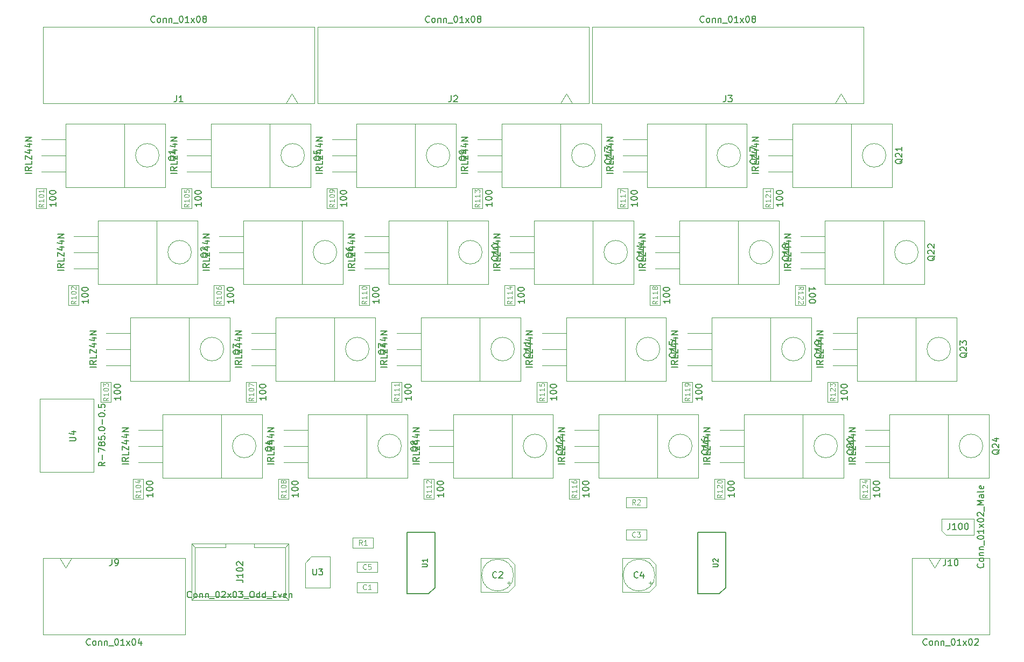
<source format=gbr>
G04 #@! TF.GenerationSoftware,KiCad,Pcbnew,(5.1.4)-1*
G04 #@! TF.CreationDate,2020-01-10T15:49:45+01:00*
G04 #@! TF.ProjectId,KRS-XL_DIM-24CVLED,4b52532d-584c-45f4-9449-4d2d32344356,V01.01*
G04 #@! TF.SameCoordinates,Original*
G04 #@! TF.FileFunction,Other,Fab,Top*
%FSLAX46Y46*%
G04 Gerber Fmt 4.6, Leading zero omitted, Abs format (unit mm)*
G04 Created by KiCad (PCBNEW (5.1.4)-1) date 2020-01-10 15:49:45*
%MOMM*%
%LPD*%
G04 APERTURE LIST*
%ADD10C,0.100000*%
%ADD11C,0.150000*%
%ADD12C,0.120000*%
G04 APERTURE END LIST*
D10*
X53100000Y-115880000D02*
X53100000Y-104380000D01*
X53100000Y-115880000D02*
X61600000Y-115880000D01*
X53100000Y-104380000D02*
X61600000Y-104380000D01*
X61600000Y-115880000D02*
X61600000Y-104380000D01*
X76942000Y-127145000D02*
X77502000Y-127695000D01*
X92222000Y-127145000D02*
X91682000Y-127695000D01*
X76942000Y-135995000D02*
X77502000Y-135445000D01*
X92222000Y-135995000D02*
X91682000Y-135445000D01*
X77502000Y-135445000D02*
X77502000Y-127695000D01*
X76942000Y-135995000D02*
X76942000Y-127145000D01*
X91682000Y-135445000D02*
X91682000Y-127695000D01*
X92222000Y-135995000D02*
X92222000Y-127145000D01*
X82332000Y-127695000D02*
X82332000Y-127145000D01*
X86832000Y-127695000D02*
X86832000Y-127145000D01*
X82332000Y-127695000D02*
X77502000Y-127695000D01*
X91682000Y-127695000D02*
X86832000Y-127695000D01*
X92222000Y-127145000D02*
X76942000Y-127145000D01*
X91682000Y-135445000D02*
X77502000Y-135445000D01*
X92222000Y-135995000D02*
X76942000Y-135995000D01*
X106157500Y-131610000D02*
X102957500Y-131610000D01*
X106157500Y-130010000D02*
X106157500Y-131610000D01*
X102957500Y-130010000D02*
X106157500Y-130010000D01*
X102957500Y-131610000D02*
X102957500Y-130010000D01*
X118110000Y-109220000D02*
X114300000Y-109220000D01*
X118110000Y-111760000D02*
X114300000Y-111760000D01*
X118110000Y-114300000D02*
X114300000Y-114300000D01*
X118110000Y-106760000D02*
X118110000Y-116760000D01*
X127360000Y-106760000D02*
X118110000Y-106760000D01*
X127360000Y-116760000D02*
X127360000Y-106760000D01*
X118110000Y-116760000D02*
X127360000Y-116760000D01*
X127360000Y-106760000D02*
X127360000Y-116760000D01*
X133760000Y-106760000D02*
X127360000Y-106760000D01*
X133760000Y-116760000D02*
X133760000Y-106760000D01*
X127360000Y-116760000D02*
X133760000Y-116760000D01*
X132810000Y-111760000D02*
G75*
G03X132810000Y-111760000I-1850000J0D01*
G01*
X186690000Y-109220000D02*
X182880000Y-109220000D01*
X186690000Y-111760000D02*
X182880000Y-111760000D01*
X186690000Y-114300000D02*
X182880000Y-114300000D01*
X186690000Y-106760000D02*
X186690000Y-116760000D01*
X195940000Y-106760000D02*
X186690000Y-106760000D01*
X195940000Y-116760000D02*
X195940000Y-106760000D01*
X186690000Y-116760000D02*
X195940000Y-116760000D01*
X195940000Y-106760000D02*
X195940000Y-116760000D01*
X202340000Y-106760000D02*
X195940000Y-106760000D01*
X202340000Y-116760000D02*
X202340000Y-106760000D01*
X195940000Y-116760000D02*
X202340000Y-116760000D01*
X201390000Y-111760000D02*
G75*
G03X201390000Y-111760000I-1850000J0D01*
G01*
X181610000Y-93980000D02*
X177800000Y-93980000D01*
X181610000Y-96520000D02*
X177800000Y-96520000D01*
X181610000Y-99060000D02*
X177800000Y-99060000D01*
X181610000Y-91520000D02*
X181610000Y-101520000D01*
X190860000Y-91520000D02*
X181610000Y-91520000D01*
X190860000Y-101520000D02*
X190860000Y-91520000D01*
X181610000Y-101520000D02*
X190860000Y-101520000D01*
X190860000Y-91520000D02*
X190860000Y-101520000D01*
X197260000Y-91520000D02*
X190860000Y-91520000D01*
X197260000Y-101520000D02*
X197260000Y-91520000D01*
X190860000Y-101520000D02*
X197260000Y-101520000D01*
X196310000Y-96520000D02*
G75*
G03X196310000Y-96520000I-1850000J0D01*
G01*
X176530000Y-78740000D02*
X172720000Y-78740000D01*
X176530000Y-81280000D02*
X172720000Y-81280000D01*
X176530000Y-83820000D02*
X172720000Y-83820000D01*
X176530000Y-76280000D02*
X176530000Y-86280000D01*
X185780000Y-76280000D02*
X176530000Y-76280000D01*
X185780000Y-86280000D02*
X185780000Y-76280000D01*
X176530000Y-86280000D02*
X185780000Y-86280000D01*
X185780000Y-76280000D02*
X185780000Y-86280000D01*
X192180000Y-76280000D02*
X185780000Y-76280000D01*
X192180000Y-86280000D02*
X192180000Y-76280000D01*
X185780000Y-86280000D02*
X192180000Y-86280000D01*
X191230000Y-81280000D02*
G75*
G03X191230000Y-81280000I-1850000J0D01*
G01*
X171450000Y-63500000D02*
X167640000Y-63500000D01*
X171450000Y-66040000D02*
X167640000Y-66040000D01*
X171450000Y-68580000D02*
X167640000Y-68580000D01*
X171450000Y-61040000D02*
X171450000Y-71040000D01*
X180700000Y-61040000D02*
X171450000Y-61040000D01*
X180700000Y-71040000D02*
X180700000Y-61040000D01*
X171450000Y-71040000D02*
X180700000Y-71040000D01*
X180700000Y-61040000D02*
X180700000Y-71040000D01*
X187100000Y-61040000D02*
X180700000Y-61040000D01*
X187100000Y-71040000D02*
X187100000Y-61040000D01*
X180700000Y-71040000D02*
X187100000Y-71040000D01*
X186150000Y-66040000D02*
G75*
G03X186150000Y-66040000I-1850000J0D01*
G01*
X163830000Y-109220000D02*
X160020000Y-109220000D01*
X163830000Y-111760000D02*
X160020000Y-111760000D01*
X163830000Y-114300000D02*
X160020000Y-114300000D01*
X163830000Y-106760000D02*
X163830000Y-116760000D01*
X173080000Y-106760000D02*
X163830000Y-106760000D01*
X173080000Y-116760000D02*
X173080000Y-106760000D01*
X163830000Y-116760000D02*
X173080000Y-116760000D01*
X173080000Y-106760000D02*
X173080000Y-116760000D01*
X179480000Y-106760000D02*
X173080000Y-106760000D01*
X179480000Y-116760000D02*
X179480000Y-106760000D01*
X173080000Y-116760000D02*
X179480000Y-116760000D01*
X178530000Y-111760000D02*
G75*
G03X178530000Y-111760000I-1850000J0D01*
G01*
X158750000Y-93980000D02*
X154940000Y-93980000D01*
X158750000Y-96520000D02*
X154940000Y-96520000D01*
X158750000Y-99060000D02*
X154940000Y-99060000D01*
X158750000Y-91520000D02*
X158750000Y-101520000D01*
X168000000Y-91520000D02*
X158750000Y-91520000D01*
X168000000Y-101520000D02*
X168000000Y-91520000D01*
X158750000Y-101520000D02*
X168000000Y-101520000D01*
X168000000Y-91520000D02*
X168000000Y-101520000D01*
X174400000Y-91520000D02*
X168000000Y-91520000D01*
X174400000Y-101520000D02*
X174400000Y-91520000D01*
X168000000Y-101520000D02*
X174400000Y-101520000D01*
X173450000Y-96520000D02*
G75*
G03X173450000Y-96520000I-1850000J0D01*
G01*
X153670000Y-78740000D02*
X149860000Y-78740000D01*
X153670000Y-81280000D02*
X149860000Y-81280000D01*
X153670000Y-83820000D02*
X149860000Y-83820000D01*
X153670000Y-76280000D02*
X153670000Y-86280000D01*
X162920000Y-76280000D02*
X153670000Y-76280000D01*
X162920000Y-86280000D02*
X162920000Y-76280000D01*
X153670000Y-86280000D02*
X162920000Y-86280000D01*
X162920000Y-76280000D02*
X162920000Y-86280000D01*
X169320000Y-76280000D02*
X162920000Y-76280000D01*
X169320000Y-86280000D02*
X169320000Y-76280000D01*
X162920000Y-86280000D02*
X169320000Y-86280000D01*
X168370000Y-81280000D02*
G75*
G03X168370000Y-81280000I-1850000J0D01*
G01*
X148590000Y-63500000D02*
X144780000Y-63500000D01*
X148590000Y-66040000D02*
X144780000Y-66040000D01*
X148590000Y-68580000D02*
X144780000Y-68580000D01*
X148590000Y-61040000D02*
X148590000Y-71040000D01*
X157840000Y-61040000D02*
X148590000Y-61040000D01*
X157840000Y-71040000D02*
X157840000Y-61040000D01*
X148590000Y-71040000D02*
X157840000Y-71040000D01*
X157840000Y-61040000D02*
X157840000Y-71040000D01*
X164240000Y-61040000D02*
X157840000Y-61040000D01*
X164240000Y-71040000D02*
X164240000Y-61040000D01*
X157840000Y-71040000D02*
X164240000Y-71040000D01*
X163290000Y-66040000D02*
G75*
G03X163290000Y-66040000I-1850000J0D01*
G01*
X140970000Y-109220000D02*
X137160000Y-109220000D01*
X140970000Y-111760000D02*
X137160000Y-111760000D01*
X140970000Y-114300000D02*
X137160000Y-114300000D01*
X140970000Y-106760000D02*
X140970000Y-116760000D01*
X150220000Y-106760000D02*
X140970000Y-106760000D01*
X150220000Y-116760000D02*
X150220000Y-106760000D01*
X140970000Y-116760000D02*
X150220000Y-116760000D01*
X150220000Y-106760000D02*
X150220000Y-116760000D01*
X156620000Y-106760000D02*
X150220000Y-106760000D01*
X156620000Y-116760000D02*
X156620000Y-106760000D01*
X150220000Y-116760000D02*
X156620000Y-116760000D01*
X155670000Y-111760000D02*
G75*
G03X155670000Y-111760000I-1850000J0D01*
G01*
X135890000Y-93980000D02*
X132080000Y-93980000D01*
X135890000Y-96520000D02*
X132080000Y-96520000D01*
X135890000Y-99060000D02*
X132080000Y-99060000D01*
X135890000Y-91520000D02*
X135890000Y-101520000D01*
X145140000Y-91520000D02*
X135890000Y-91520000D01*
X145140000Y-101520000D02*
X145140000Y-91520000D01*
X135890000Y-101520000D02*
X145140000Y-101520000D01*
X145140000Y-91520000D02*
X145140000Y-101520000D01*
X151540000Y-91520000D02*
X145140000Y-91520000D01*
X151540000Y-101520000D02*
X151540000Y-91520000D01*
X145140000Y-101520000D02*
X151540000Y-101520000D01*
X150590000Y-96520000D02*
G75*
G03X150590000Y-96520000I-1850000J0D01*
G01*
X130810000Y-78740000D02*
X127000000Y-78740000D01*
X130810000Y-81280000D02*
X127000000Y-81280000D01*
X130810000Y-83820000D02*
X127000000Y-83820000D01*
X130810000Y-76280000D02*
X130810000Y-86280000D01*
X140060000Y-76280000D02*
X130810000Y-76280000D01*
X140060000Y-86280000D02*
X140060000Y-76280000D01*
X130810000Y-86280000D02*
X140060000Y-86280000D01*
X140060000Y-76280000D02*
X140060000Y-86280000D01*
X146460000Y-76280000D02*
X140060000Y-76280000D01*
X146460000Y-86280000D02*
X146460000Y-76280000D01*
X140060000Y-86280000D02*
X146460000Y-86280000D01*
X145510000Y-81280000D02*
G75*
G03X145510000Y-81280000I-1850000J0D01*
G01*
X125730000Y-63500000D02*
X121920000Y-63500000D01*
X125730000Y-66040000D02*
X121920000Y-66040000D01*
X125730000Y-68580000D02*
X121920000Y-68580000D01*
X125730000Y-61040000D02*
X125730000Y-71040000D01*
X134980000Y-61040000D02*
X125730000Y-61040000D01*
X134980000Y-71040000D02*
X134980000Y-61040000D01*
X125730000Y-71040000D02*
X134980000Y-71040000D01*
X134980000Y-61040000D02*
X134980000Y-71040000D01*
X141380000Y-61040000D02*
X134980000Y-61040000D01*
X141380000Y-71040000D02*
X141380000Y-61040000D01*
X134980000Y-71040000D02*
X141380000Y-71040000D01*
X140430000Y-66040000D02*
G75*
G03X140430000Y-66040000I-1850000J0D01*
G01*
X113030000Y-93980000D02*
X109220000Y-93980000D01*
X113030000Y-96520000D02*
X109220000Y-96520000D01*
X113030000Y-99060000D02*
X109220000Y-99060000D01*
X113030000Y-91520000D02*
X113030000Y-101520000D01*
X122280000Y-91520000D02*
X113030000Y-91520000D01*
X122280000Y-101520000D02*
X122280000Y-91520000D01*
X113030000Y-101520000D02*
X122280000Y-101520000D01*
X122280000Y-91520000D02*
X122280000Y-101520000D01*
X128680000Y-91520000D02*
X122280000Y-91520000D01*
X128680000Y-101520000D02*
X128680000Y-91520000D01*
X122280000Y-101520000D02*
X128680000Y-101520000D01*
X127730000Y-96520000D02*
G75*
G03X127730000Y-96520000I-1850000J0D01*
G01*
X107950000Y-78740000D02*
X104140000Y-78740000D01*
X107950000Y-81280000D02*
X104140000Y-81280000D01*
X107950000Y-83820000D02*
X104140000Y-83820000D01*
X107950000Y-76280000D02*
X107950000Y-86280000D01*
X117200000Y-76280000D02*
X107950000Y-76280000D01*
X117200000Y-86280000D02*
X117200000Y-76280000D01*
X107950000Y-86280000D02*
X117200000Y-86280000D01*
X117200000Y-76280000D02*
X117200000Y-86280000D01*
X123600000Y-76280000D02*
X117200000Y-76280000D01*
X123600000Y-86280000D02*
X123600000Y-76280000D01*
X117200000Y-86280000D02*
X123600000Y-86280000D01*
X122650000Y-81280000D02*
G75*
G03X122650000Y-81280000I-1850000J0D01*
G01*
X102870000Y-63500000D02*
X99060000Y-63500000D01*
X102870000Y-66040000D02*
X99060000Y-66040000D01*
X102870000Y-68580000D02*
X99060000Y-68580000D01*
X102870000Y-61040000D02*
X102870000Y-71040000D01*
X112120000Y-61040000D02*
X102870000Y-61040000D01*
X112120000Y-71040000D02*
X112120000Y-61040000D01*
X102870000Y-71040000D02*
X112120000Y-71040000D01*
X112120000Y-61040000D02*
X112120000Y-71040000D01*
X118520000Y-61040000D02*
X112120000Y-61040000D01*
X118520000Y-71040000D02*
X118520000Y-61040000D01*
X112120000Y-71040000D02*
X118520000Y-71040000D01*
X117570000Y-66040000D02*
G75*
G03X117570000Y-66040000I-1850000J0D01*
G01*
X95250000Y-109220000D02*
X91440000Y-109220000D01*
X95250000Y-111760000D02*
X91440000Y-111760000D01*
X95250000Y-114300000D02*
X91440000Y-114300000D01*
X95250000Y-106760000D02*
X95250000Y-116760000D01*
X104500000Y-106760000D02*
X95250000Y-106760000D01*
X104500000Y-116760000D02*
X104500000Y-106760000D01*
X95250000Y-116760000D02*
X104500000Y-116760000D01*
X104500000Y-106760000D02*
X104500000Y-116760000D01*
X110900000Y-106760000D02*
X104500000Y-106760000D01*
X110900000Y-116760000D02*
X110900000Y-106760000D01*
X104500000Y-116760000D02*
X110900000Y-116760000D01*
X109950000Y-111760000D02*
G75*
G03X109950000Y-111760000I-1850000J0D01*
G01*
X90170000Y-93980000D02*
X86360000Y-93980000D01*
X90170000Y-96520000D02*
X86360000Y-96520000D01*
X90170000Y-99060000D02*
X86360000Y-99060000D01*
X90170000Y-91520000D02*
X90170000Y-101520000D01*
X99420000Y-91520000D02*
X90170000Y-91520000D01*
X99420000Y-101520000D02*
X99420000Y-91520000D01*
X90170000Y-101520000D02*
X99420000Y-101520000D01*
X99420000Y-91520000D02*
X99420000Y-101520000D01*
X105820000Y-91520000D02*
X99420000Y-91520000D01*
X105820000Y-101520000D02*
X105820000Y-91520000D01*
X99420000Y-101520000D02*
X105820000Y-101520000D01*
X104870000Y-96520000D02*
G75*
G03X104870000Y-96520000I-1850000J0D01*
G01*
X85090000Y-78740000D02*
X81280000Y-78740000D01*
X85090000Y-81280000D02*
X81280000Y-81280000D01*
X85090000Y-83820000D02*
X81280000Y-83820000D01*
X85090000Y-76280000D02*
X85090000Y-86280000D01*
X94340000Y-76280000D02*
X85090000Y-76280000D01*
X94340000Y-86280000D02*
X94340000Y-76280000D01*
X85090000Y-86280000D02*
X94340000Y-86280000D01*
X94340000Y-76280000D02*
X94340000Y-86280000D01*
X100740000Y-76280000D02*
X94340000Y-76280000D01*
X100740000Y-86280000D02*
X100740000Y-76280000D01*
X94340000Y-86280000D02*
X100740000Y-86280000D01*
X99790000Y-81280000D02*
G75*
G03X99790000Y-81280000I-1850000J0D01*
G01*
X80010000Y-63500000D02*
X76200000Y-63500000D01*
X80010000Y-66040000D02*
X76200000Y-66040000D01*
X80010000Y-68580000D02*
X76200000Y-68580000D01*
X80010000Y-61040000D02*
X80010000Y-71040000D01*
X89260000Y-61040000D02*
X80010000Y-61040000D01*
X89260000Y-71040000D02*
X89260000Y-61040000D01*
X80010000Y-71040000D02*
X89260000Y-71040000D01*
X89260000Y-61040000D02*
X89260000Y-71040000D01*
X95660000Y-61040000D02*
X89260000Y-61040000D01*
X95660000Y-71040000D02*
X95660000Y-61040000D01*
X89260000Y-71040000D02*
X95660000Y-71040000D01*
X94710000Y-66040000D02*
G75*
G03X94710000Y-66040000I-1850000J0D01*
G01*
X72390000Y-109220000D02*
X68580000Y-109220000D01*
X72390000Y-111760000D02*
X68580000Y-111760000D01*
X72390000Y-114300000D02*
X68580000Y-114300000D01*
X72390000Y-106760000D02*
X72390000Y-116760000D01*
X81640000Y-106760000D02*
X72390000Y-106760000D01*
X81640000Y-116760000D02*
X81640000Y-106760000D01*
X72390000Y-116760000D02*
X81640000Y-116760000D01*
X81640000Y-106760000D02*
X81640000Y-116760000D01*
X88040000Y-106760000D02*
X81640000Y-106760000D01*
X88040000Y-116760000D02*
X88040000Y-106760000D01*
X81640000Y-116760000D02*
X88040000Y-116760000D01*
X87090000Y-111760000D02*
G75*
G03X87090000Y-111760000I-1850000J0D01*
G01*
X67310000Y-93980000D02*
X63500000Y-93980000D01*
X67310000Y-96520000D02*
X63500000Y-96520000D01*
X67310000Y-99060000D02*
X63500000Y-99060000D01*
X67310000Y-91520000D02*
X67310000Y-101520000D01*
X76560000Y-91520000D02*
X67310000Y-91520000D01*
X76560000Y-101520000D02*
X76560000Y-91520000D01*
X67310000Y-101520000D02*
X76560000Y-101520000D01*
X76560000Y-91520000D02*
X76560000Y-101520000D01*
X82960000Y-91520000D02*
X76560000Y-91520000D01*
X82960000Y-101520000D02*
X82960000Y-91520000D01*
X76560000Y-101520000D02*
X82960000Y-101520000D01*
X82010000Y-96520000D02*
G75*
G03X82010000Y-96520000I-1850000J0D01*
G01*
X62230000Y-78740000D02*
X58420000Y-78740000D01*
X62230000Y-81280000D02*
X58420000Y-81280000D01*
X62230000Y-83820000D02*
X58420000Y-83820000D01*
X62230000Y-76280000D02*
X62230000Y-86280000D01*
X71480000Y-76280000D02*
X62230000Y-76280000D01*
X71480000Y-86280000D02*
X71480000Y-76280000D01*
X62230000Y-86280000D02*
X71480000Y-86280000D01*
X71480000Y-76280000D02*
X71480000Y-86280000D01*
X77880000Y-76280000D02*
X71480000Y-76280000D01*
X77880000Y-86280000D02*
X77880000Y-76280000D01*
X71480000Y-86280000D02*
X77880000Y-86280000D01*
X76930000Y-81280000D02*
G75*
G03X76930000Y-81280000I-1850000J0D01*
G01*
X57150000Y-63500000D02*
X53340000Y-63500000D01*
X57150000Y-66040000D02*
X53340000Y-66040000D01*
X57150000Y-68580000D02*
X53340000Y-68580000D01*
X57150000Y-61040000D02*
X57150000Y-71040000D01*
X66400000Y-61040000D02*
X57150000Y-61040000D01*
X66400000Y-71040000D02*
X66400000Y-61040000D01*
X57150000Y-71040000D02*
X66400000Y-71040000D01*
X66400000Y-61040000D02*
X66400000Y-71040000D01*
X72800000Y-61040000D02*
X66400000Y-61040000D01*
X72800000Y-71040000D02*
X72800000Y-61040000D01*
X66400000Y-71040000D02*
X72800000Y-71040000D01*
X71850000Y-66040000D02*
G75*
G03X71850000Y-66040000I-1850000J0D01*
G01*
X190262000Y-129445000D02*
X190262000Y-141445000D01*
X190262000Y-141445000D02*
X202422000Y-141445000D01*
X202422000Y-141445000D02*
X202422000Y-129445000D01*
X202422000Y-129445000D02*
X190262000Y-129445000D01*
X194752000Y-129445000D02*
X193802000Y-130945000D01*
X193802000Y-130945000D02*
X192852000Y-129445000D01*
X102957500Y-133185000D02*
X106157500Y-133185000D01*
X102957500Y-134785000D02*
X102957500Y-133185000D01*
X106157500Y-134785000D02*
X102957500Y-134785000D01*
X106157500Y-133185000D02*
X106157500Y-134785000D01*
X126878956Y-133530000D02*
X126878956Y-133030000D01*
X127128956Y-133280000D02*
X126628956Y-133280000D01*
X127745000Y-130430000D02*
X126745000Y-129430000D01*
X127745000Y-133730000D02*
X126745000Y-134730000D01*
X127745000Y-133730000D02*
X127745000Y-130430000D01*
X126745000Y-129430000D02*
X122445000Y-129430000D01*
X126745000Y-134730000D02*
X122445000Y-134730000D01*
X122445000Y-134730000D02*
X122445000Y-129430000D01*
X127595000Y-132080000D02*
G75*
G03X127595000Y-132080000I-2500000J0D01*
G01*
X148502500Y-124930000D02*
X148502500Y-126530000D01*
X148502500Y-126530000D02*
X145302500Y-126530000D01*
X145302500Y-126530000D02*
X145302500Y-124930000D01*
X145302500Y-124930000D02*
X148502500Y-124930000D01*
X149820000Y-132080000D02*
G75*
G03X149820000Y-132080000I-2500000J0D01*
G01*
X144670000Y-134730000D02*
X144670000Y-129430000D01*
X148970000Y-134730000D02*
X144670000Y-134730000D01*
X148970000Y-129430000D02*
X144670000Y-129430000D01*
X149970000Y-133730000D02*
X149970000Y-130430000D01*
X149970000Y-133730000D02*
X148970000Y-134730000D01*
X149970000Y-130430000D02*
X148970000Y-129430000D01*
X149353956Y-133280000D02*
X148853956Y-133280000D01*
X149103956Y-133530000D02*
X149103956Y-133030000D01*
X96250000Y-57880000D02*
X96250000Y-45880000D01*
X96250000Y-45880000D02*
X53610000Y-45880000D01*
X53610000Y-45880000D02*
X53610000Y-57880000D01*
X53610000Y-57880000D02*
X96250000Y-57880000D01*
X91760000Y-57880000D02*
X92710000Y-56380000D01*
X92710000Y-56380000D02*
X93660000Y-57880000D01*
X135890000Y-56380000D02*
X136840000Y-57880000D01*
X134940000Y-57880000D02*
X135890000Y-56380000D01*
X96790000Y-57880000D02*
X139430000Y-57880000D01*
X96790000Y-45880000D02*
X96790000Y-57880000D01*
X139430000Y-45880000D02*
X96790000Y-45880000D01*
X139430000Y-57880000D02*
X139430000Y-45880000D01*
X182610000Y-57880000D02*
X182610000Y-45880000D01*
X182610000Y-45880000D02*
X139970000Y-45880000D01*
X139970000Y-45880000D02*
X139970000Y-57880000D01*
X139970000Y-57880000D02*
X182610000Y-57880000D01*
X178120000Y-57880000D02*
X179070000Y-56380000D01*
X179070000Y-56380000D02*
X180020000Y-57880000D01*
X53610000Y-129445000D02*
X53610000Y-141445000D01*
X53610000Y-141445000D02*
X75930000Y-141445000D01*
X75930000Y-141445000D02*
X75930000Y-129445000D01*
X75930000Y-129445000D02*
X53610000Y-129445000D01*
X58100000Y-129445000D02*
X57150000Y-130945000D01*
X57150000Y-130945000D02*
X56200000Y-129445000D01*
X194945000Y-125095000D02*
X194945000Y-123190000D01*
X194945000Y-123190000D02*
X200025000Y-123190000D01*
X200025000Y-123190000D02*
X200025000Y-125730000D01*
X200025000Y-125730000D02*
X195580000Y-125730000D01*
X195580000Y-125730000D02*
X194945000Y-125095000D01*
X102322500Y-126200000D02*
X105522500Y-126200000D01*
X102322500Y-127800000D02*
X102322500Y-126200000D01*
X105522500Y-127800000D02*
X102322500Y-127800000D01*
X105522500Y-126200000D02*
X105522500Y-127800000D01*
X148502500Y-119850000D02*
X148502500Y-121450000D01*
X148502500Y-121450000D02*
X145302500Y-121450000D01*
X145302500Y-121450000D02*
X145302500Y-119850000D01*
X145302500Y-119850000D02*
X148502500Y-119850000D01*
X54140000Y-71207500D02*
X54140000Y-74407500D01*
X52540000Y-71207500D02*
X54140000Y-71207500D01*
X52540000Y-74407500D02*
X52540000Y-71207500D01*
X54140000Y-74407500D02*
X52540000Y-74407500D01*
X59220000Y-89647500D02*
X57620000Y-89647500D01*
X57620000Y-89647500D02*
X57620000Y-86447500D01*
X57620000Y-86447500D02*
X59220000Y-86447500D01*
X59220000Y-86447500D02*
X59220000Y-89647500D01*
X64300000Y-104887500D02*
X62700000Y-104887500D01*
X62700000Y-104887500D02*
X62700000Y-101687500D01*
X62700000Y-101687500D02*
X64300000Y-101687500D01*
X64300000Y-101687500D02*
X64300000Y-104887500D01*
X69380000Y-116927500D02*
X69380000Y-120127500D01*
X67780000Y-116927500D02*
X69380000Y-116927500D01*
X67780000Y-120127500D02*
X67780000Y-116927500D01*
X69380000Y-120127500D02*
X67780000Y-120127500D01*
X77000000Y-71207500D02*
X77000000Y-74407500D01*
X75400000Y-71207500D02*
X77000000Y-71207500D01*
X75400000Y-74407500D02*
X75400000Y-71207500D01*
X77000000Y-74407500D02*
X75400000Y-74407500D01*
X82080000Y-89647500D02*
X80480000Y-89647500D01*
X80480000Y-89647500D02*
X80480000Y-86447500D01*
X80480000Y-86447500D02*
X82080000Y-86447500D01*
X82080000Y-86447500D02*
X82080000Y-89647500D01*
X87160000Y-101687500D02*
X87160000Y-104887500D01*
X85560000Y-101687500D02*
X87160000Y-101687500D01*
X85560000Y-104887500D02*
X85560000Y-101687500D01*
X87160000Y-104887500D02*
X85560000Y-104887500D01*
X92240000Y-120127500D02*
X90640000Y-120127500D01*
X90640000Y-120127500D02*
X90640000Y-116927500D01*
X90640000Y-116927500D02*
X92240000Y-116927500D01*
X92240000Y-116927500D02*
X92240000Y-120127500D01*
X99860000Y-71207500D02*
X99860000Y-74407500D01*
X98260000Y-71207500D02*
X99860000Y-71207500D01*
X98260000Y-74407500D02*
X98260000Y-71207500D01*
X99860000Y-74407500D02*
X98260000Y-74407500D01*
X104940000Y-89647500D02*
X103340000Y-89647500D01*
X103340000Y-89647500D02*
X103340000Y-86447500D01*
X103340000Y-86447500D02*
X104940000Y-86447500D01*
X104940000Y-86447500D02*
X104940000Y-89647500D01*
X110020000Y-101687500D02*
X110020000Y-104887500D01*
X108420000Y-101687500D02*
X110020000Y-101687500D01*
X108420000Y-104887500D02*
X108420000Y-101687500D01*
X110020000Y-104887500D02*
X108420000Y-104887500D01*
X115100000Y-120127500D02*
X113500000Y-120127500D01*
X113500000Y-120127500D02*
X113500000Y-116927500D01*
X113500000Y-116927500D02*
X115100000Y-116927500D01*
X115100000Y-116927500D02*
X115100000Y-120127500D01*
X122720000Y-71207500D02*
X122720000Y-74407500D01*
X121120000Y-71207500D02*
X122720000Y-71207500D01*
X121120000Y-74407500D02*
X121120000Y-71207500D01*
X122720000Y-74407500D02*
X121120000Y-74407500D01*
X127800000Y-89647500D02*
X126200000Y-89647500D01*
X126200000Y-89647500D02*
X126200000Y-86447500D01*
X126200000Y-86447500D02*
X127800000Y-86447500D01*
X127800000Y-86447500D02*
X127800000Y-89647500D01*
X132880000Y-101687500D02*
X132880000Y-104887500D01*
X131280000Y-101687500D02*
X132880000Y-101687500D01*
X131280000Y-104887500D02*
X131280000Y-101687500D01*
X132880000Y-104887500D02*
X131280000Y-104887500D01*
X137960000Y-120127500D02*
X136360000Y-120127500D01*
X136360000Y-120127500D02*
X136360000Y-116927500D01*
X136360000Y-116927500D02*
X137960000Y-116927500D01*
X137960000Y-116927500D02*
X137960000Y-120127500D01*
X145580000Y-71207500D02*
X145580000Y-74407500D01*
X143980000Y-71207500D02*
X145580000Y-71207500D01*
X143980000Y-74407500D02*
X143980000Y-71207500D01*
X145580000Y-74407500D02*
X143980000Y-74407500D01*
X150660000Y-89647500D02*
X149060000Y-89647500D01*
X149060000Y-89647500D02*
X149060000Y-86447500D01*
X149060000Y-86447500D02*
X150660000Y-86447500D01*
X150660000Y-86447500D02*
X150660000Y-89647500D01*
X155740000Y-101687500D02*
X155740000Y-104887500D01*
X154140000Y-101687500D02*
X155740000Y-101687500D01*
X154140000Y-104887500D02*
X154140000Y-101687500D01*
X155740000Y-104887500D02*
X154140000Y-104887500D01*
X160820000Y-120127500D02*
X159220000Y-120127500D01*
X159220000Y-120127500D02*
X159220000Y-116927500D01*
X159220000Y-116927500D02*
X160820000Y-116927500D01*
X160820000Y-116927500D02*
X160820000Y-120127500D01*
X168440000Y-71207500D02*
X168440000Y-74407500D01*
X166840000Y-71207500D02*
X168440000Y-71207500D01*
X166840000Y-74407500D02*
X166840000Y-71207500D01*
X168440000Y-74407500D02*
X166840000Y-74407500D01*
X173520000Y-89647500D02*
X171920000Y-89647500D01*
X171920000Y-89647500D02*
X171920000Y-86447500D01*
X171920000Y-86447500D02*
X173520000Y-86447500D01*
X173520000Y-86447500D02*
X173520000Y-89647500D01*
X178600000Y-101687500D02*
X178600000Y-104887500D01*
X177000000Y-101687500D02*
X178600000Y-101687500D01*
X177000000Y-104887500D02*
X177000000Y-101687500D01*
X178600000Y-104887500D02*
X177000000Y-104887500D01*
X183680000Y-120127500D02*
X182080000Y-120127500D01*
X182080000Y-120127500D02*
X182080000Y-116927500D01*
X182080000Y-116927500D02*
X183680000Y-116927500D01*
X183680000Y-116927500D02*
X183680000Y-120127500D01*
D11*
X114230000Y-135025000D02*
X110830000Y-135025000D01*
X110830000Y-135025000D02*
X110830000Y-125325000D01*
X110830000Y-125325000D02*
X115230000Y-125325000D01*
X115230000Y-125325000D02*
X115230000Y-134025000D01*
X115230000Y-134025000D02*
X114230000Y-135025000D01*
X160950000Y-134025000D02*
X159950000Y-135025000D01*
X160950000Y-125325000D02*
X160950000Y-134025000D01*
X156550000Y-125325000D02*
X160950000Y-125325000D01*
X156550000Y-135025000D02*
X156550000Y-125325000D01*
X159950000Y-135025000D02*
X156550000Y-135025000D01*
D10*
X95799000Y-129167720D02*
X98724000Y-129167720D01*
X98724000Y-129167720D02*
X98724000Y-134067720D01*
X98724000Y-134067720D02*
X94824000Y-134067720D01*
X94824000Y-134067720D02*
X94824000Y-130142720D01*
X94824000Y-130142720D02*
X95799000Y-129167720D01*
D11*
X63342380Y-114301904D02*
X62866190Y-114635238D01*
X63342380Y-114873333D02*
X62342380Y-114873333D01*
X62342380Y-114492380D01*
X62390000Y-114397142D01*
X62437619Y-114349523D01*
X62532857Y-114301904D01*
X62675714Y-114301904D01*
X62770952Y-114349523D01*
X62818571Y-114397142D01*
X62866190Y-114492380D01*
X62866190Y-114873333D01*
X62961428Y-113873333D02*
X62961428Y-113111428D01*
X62342380Y-112730476D02*
X62342380Y-112063809D01*
X63342380Y-112492380D01*
X62770952Y-111540000D02*
X62723333Y-111635238D01*
X62675714Y-111682857D01*
X62580476Y-111730476D01*
X62532857Y-111730476D01*
X62437619Y-111682857D01*
X62390000Y-111635238D01*
X62342380Y-111540000D01*
X62342380Y-111349523D01*
X62390000Y-111254285D01*
X62437619Y-111206666D01*
X62532857Y-111159047D01*
X62580476Y-111159047D01*
X62675714Y-111206666D01*
X62723333Y-111254285D01*
X62770952Y-111349523D01*
X62770952Y-111540000D01*
X62818571Y-111635238D01*
X62866190Y-111682857D01*
X62961428Y-111730476D01*
X63151904Y-111730476D01*
X63247142Y-111682857D01*
X63294761Y-111635238D01*
X63342380Y-111540000D01*
X63342380Y-111349523D01*
X63294761Y-111254285D01*
X63247142Y-111206666D01*
X63151904Y-111159047D01*
X62961428Y-111159047D01*
X62866190Y-111206666D01*
X62818571Y-111254285D01*
X62770952Y-111349523D01*
X62342380Y-110254285D02*
X62342380Y-110730476D01*
X62818571Y-110778095D01*
X62770952Y-110730476D01*
X62723333Y-110635238D01*
X62723333Y-110397142D01*
X62770952Y-110301904D01*
X62818571Y-110254285D01*
X62913809Y-110206666D01*
X63151904Y-110206666D01*
X63247142Y-110254285D01*
X63294761Y-110301904D01*
X63342380Y-110397142D01*
X63342380Y-110635238D01*
X63294761Y-110730476D01*
X63247142Y-110778095D01*
X63247142Y-109778095D02*
X63294761Y-109730476D01*
X63342380Y-109778095D01*
X63294761Y-109825714D01*
X63247142Y-109778095D01*
X63342380Y-109778095D01*
X62342380Y-109111428D02*
X62342380Y-109016190D01*
X62390000Y-108920952D01*
X62437619Y-108873333D01*
X62532857Y-108825714D01*
X62723333Y-108778095D01*
X62961428Y-108778095D01*
X63151904Y-108825714D01*
X63247142Y-108873333D01*
X63294761Y-108920952D01*
X63342380Y-109016190D01*
X63342380Y-109111428D01*
X63294761Y-109206666D01*
X63247142Y-109254285D01*
X63151904Y-109301904D01*
X62961428Y-109349523D01*
X62723333Y-109349523D01*
X62532857Y-109301904D01*
X62437619Y-109254285D01*
X62390000Y-109206666D01*
X62342380Y-109111428D01*
X62961428Y-108349523D02*
X62961428Y-107587619D01*
X62342380Y-106920952D02*
X62342380Y-106825714D01*
X62390000Y-106730476D01*
X62437619Y-106682857D01*
X62532857Y-106635238D01*
X62723333Y-106587619D01*
X62961428Y-106587619D01*
X63151904Y-106635238D01*
X63247142Y-106682857D01*
X63294761Y-106730476D01*
X63342380Y-106825714D01*
X63342380Y-106920952D01*
X63294761Y-107016190D01*
X63247142Y-107063809D01*
X63151904Y-107111428D01*
X62961428Y-107159047D01*
X62723333Y-107159047D01*
X62532857Y-107111428D01*
X62437619Y-107063809D01*
X62390000Y-107016190D01*
X62342380Y-106920952D01*
X63247142Y-106159047D02*
X63294761Y-106111428D01*
X63342380Y-106159047D01*
X63294761Y-106206666D01*
X63247142Y-106159047D01*
X63342380Y-106159047D01*
X62342380Y-105206666D02*
X62342380Y-105682857D01*
X62818571Y-105730476D01*
X62770952Y-105682857D01*
X62723333Y-105587619D01*
X62723333Y-105349523D01*
X62770952Y-105254285D01*
X62818571Y-105206666D01*
X62913809Y-105159047D01*
X63151904Y-105159047D01*
X63247142Y-105206666D01*
X63294761Y-105254285D01*
X63342380Y-105349523D01*
X63342380Y-105587619D01*
X63294761Y-105682857D01*
X63247142Y-105730476D01*
X57732380Y-110971904D02*
X58541904Y-110971904D01*
X58637142Y-110924285D01*
X58684761Y-110876666D01*
X58732380Y-110781428D01*
X58732380Y-110590952D01*
X58684761Y-110495714D01*
X58637142Y-110448095D01*
X58541904Y-110400476D01*
X57732380Y-110400476D01*
X58065714Y-109495714D02*
X58732380Y-109495714D01*
X57684761Y-109733809D02*
X58399047Y-109971904D01*
X58399047Y-109352857D01*
X76898502Y-135528862D02*
X76850883Y-135576481D01*
X76708026Y-135624100D01*
X76612788Y-135624100D01*
X76469931Y-135576481D01*
X76374693Y-135481243D01*
X76327074Y-135386005D01*
X76279455Y-135195529D01*
X76279455Y-135052672D01*
X76327074Y-134862196D01*
X76374693Y-134766958D01*
X76469931Y-134671720D01*
X76612788Y-134624100D01*
X76708026Y-134624100D01*
X76850883Y-134671720D01*
X76898502Y-134719339D01*
X77469931Y-135624100D02*
X77374693Y-135576481D01*
X77327074Y-135528862D01*
X77279455Y-135433624D01*
X77279455Y-135147910D01*
X77327074Y-135052672D01*
X77374693Y-135005053D01*
X77469931Y-134957434D01*
X77612788Y-134957434D01*
X77708026Y-135005053D01*
X77755645Y-135052672D01*
X77803264Y-135147910D01*
X77803264Y-135433624D01*
X77755645Y-135528862D01*
X77708026Y-135576481D01*
X77612788Y-135624100D01*
X77469931Y-135624100D01*
X78231836Y-134957434D02*
X78231836Y-135624100D01*
X78231836Y-135052672D02*
X78279455Y-135005053D01*
X78374693Y-134957434D01*
X78517550Y-134957434D01*
X78612788Y-135005053D01*
X78660407Y-135100291D01*
X78660407Y-135624100D01*
X79136598Y-134957434D02*
X79136598Y-135624100D01*
X79136598Y-135052672D02*
X79184217Y-135005053D01*
X79279455Y-134957434D01*
X79422312Y-134957434D01*
X79517550Y-135005053D01*
X79565169Y-135100291D01*
X79565169Y-135624100D01*
X79803264Y-135719339D02*
X80565169Y-135719339D01*
X80993740Y-134624100D02*
X81088979Y-134624100D01*
X81184217Y-134671720D01*
X81231836Y-134719339D01*
X81279455Y-134814577D01*
X81327074Y-135005053D01*
X81327074Y-135243148D01*
X81279455Y-135433624D01*
X81231836Y-135528862D01*
X81184217Y-135576481D01*
X81088979Y-135624100D01*
X80993740Y-135624100D01*
X80898502Y-135576481D01*
X80850883Y-135528862D01*
X80803264Y-135433624D01*
X80755645Y-135243148D01*
X80755645Y-135005053D01*
X80803264Y-134814577D01*
X80850883Y-134719339D01*
X80898502Y-134671720D01*
X80993740Y-134624100D01*
X81708026Y-134719339D02*
X81755645Y-134671720D01*
X81850883Y-134624100D01*
X82088979Y-134624100D01*
X82184217Y-134671720D01*
X82231836Y-134719339D01*
X82279455Y-134814577D01*
X82279455Y-134909815D01*
X82231836Y-135052672D01*
X81660407Y-135624100D01*
X82279455Y-135624100D01*
X82612788Y-135624100D02*
X83136598Y-134957434D01*
X82612788Y-134957434D02*
X83136598Y-135624100D01*
X83708026Y-134624100D02*
X83803264Y-134624100D01*
X83898502Y-134671720D01*
X83946121Y-134719339D01*
X83993740Y-134814577D01*
X84041360Y-135005053D01*
X84041360Y-135243148D01*
X83993740Y-135433624D01*
X83946121Y-135528862D01*
X83898502Y-135576481D01*
X83803264Y-135624100D01*
X83708026Y-135624100D01*
X83612788Y-135576481D01*
X83565169Y-135528862D01*
X83517550Y-135433624D01*
X83469931Y-135243148D01*
X83469931Y-135005053D01*
X83517550Y-134814577D01*
X83565169Y-134719339D01*
X83612788Y-134671720D01*
X83708026Y-134624100D01*
X84374693Y-134624100D02*
X84993740Y-134624100D01*
X84660407Y-135005053D01*
X84803264Y-135005053D01*
X84898502Y-135052672D01*
X84946121Y-135100291D01*
X84993740Y-135195529D01*
X84993740Y-135433624D01*
X84946121Y-135528862D01*
X84898502Y-135576481D01*
X84803264Y-135624100D01*
X84517550Y-135624100D01*
X84422312Y-135576481D01*
X84374693Y-135528862D01*
X85184217Y-135719339D02*
X85946121Y-135719339D01*
X86374693Y-134624100D02*
X86565169Y-134624100D01*
X86660407Y-134671720D01*
X86755645Y-134766958D01*
X86803264Y-134957434D01*
X86803264Y-135290767D01*
X86755645Y-135481243D01*
X86660407Y-135576481D01*
X86565169Y-135624100D01*
X86374693Y-135624100D01*
X86279455Y-135576481D01*
X86184217Y-135481243D01*
X86136598Y-135290767D01*
X86136598Y-134957434D01*
X86184217Y-134766958D01*
X86279455Y-134671720D01*
X86374693Y-134624100D01*
X87660407Y-135624100D02*
X87660407Y-134624100D01*
X87660407Y-135576481D02*
X87565169Y-135624100D01*
X87374693Y-135624100D01*
X87279455Y-135576481D01*
X87231836Y-135528862D01*
X87184217Y-135433624D01*
X87184217Y-135147910D01*
X87231836Y-135052672D01*
X87279455Y-135005053D01*
X87374693Y-134957434D01*
X87565169Y-134957434D01*
X87660407Y-135005053D01*
X88565169Y-135624100D02*
X88565169Y-134624100D01*
X88565169Y-135576481D02*
X88469931Y-135624100D01*
X88279455Y-135624100D01*
X88184217Y-135576481D01*
X88136598Y-135528862D01*
X88088979Y-135433624D01*
X88088979Y-135147910D01*
X88136598Y-135052672D01*
X88184217Y-135005053D01*
X88279455Y-134957434D01*
X88469931Y-134957434D01*
X88565169Y-135005053D01*
X88803264Y-135719339D02*
X89565169Y-135719339D01*
X89803264Y-135100291D02*
X90136598Y-135100291D01*
X90279455Y-135624100D02*
X89803264Y-135624100D01*
X89803264Y-134624100D01*
X90279455Y-134624100D01*
X90612788Y-134957434D02*
X90850883Y-135624100D01*
X91088979Y-134957434D01*
X91850883Y-135576481D02*
X91755645Y-135624100D01*
X91565169Y-135624100D01*
X91469931Y-135576481D01*
X91422312Y-135481243D01*
X91422312Y-135100291D01*
X91469931Y-135005053D01*
X91565169Y-134957434D01*
X91755645Y-134957434D01*
X91850883Y-135005053D01*
X91898502Y-135100291D01*
X91898502Y-135195529D01*
X91422312Y-135290767D01*
X92327074Y-134957434D02*
X92327074Y-135624100D01*
X92327074Y-135052672D02*
X92374693Y-135005053D01*
X92469931Y-134957434D01*
X92612788Y-134957434D01*
X92708026Y-135005053D01*
X92755645Y-135100291D01*
X92755645Y-135624100D01*
X84034380Y-132855714D02*
X84748666Y-132855714D01*
X84891523Y-132903333D01*
X84986761Y-132998571D01*
X85034380Y-133141428D01*
X85034380Y-133236666D01*
X85034380Y-131855714D02*
X85034380Y-132427142D01*
X85034380Y-132141428D02*
X84034380Y-132141428D01*
X84177238Y-132236666D01*
X84272476Y-132331904D01*
X84320095Y-132427142D01*
X84034380Y-131236666D02*
X84034380Y-131141428D01*
X84082000Y-131046190D01*
X84129619Y-130998571D01*
X84224857Y-130950952D01*
X84415333Y-130903333D01*
X84653428Y-130903333D01*
X84843904Y-130950952D01*
X84939142Y-130998571D01*
X84986761Y-131046190D01*
X85034380Y-131141428D01*
X85034380Y-131236666D01*
X84986761Y-131331904D01*
X84939142Y-131379523D01*
X84843904Y-131427142D01*
X84653428Y-131474761D01*
X84415333Y-131474761D01*
X84224857Y-131427142D01*
X84129619Y-131379523D01*
X84082000Y-131331904D01*
X84034380Y-131236666D01*
X84129619Y-130522380D02*
X84082000Y-130474761D01*
X84034380Y-130379523D01*
X84034380Y-130141428D01*
X84082000Y-130046190D01*
X84129619Y-129998571D01*
X84224857Y-129950952D01*
X84320095Y-129950952D01*
X84462952Y-129998571D01*
X85034380Y-130570000D01*
X85034380Y-129950952D01*
D12*
X104424166Y-131095714D02*
X104386071Y-131133809D01*
X104271785Y-131171904D01*
X104195595Y-131171904D01*
X104081309Y-131133809D01*
X104005119Y-131057619D01*
X103967023Y-130981428D01*
X103928928Y-130829047D01*
X103928928Y-130714761D01*
X103967023Y-130562380D01*
X104005119Y-130486190D01*
X104081309Y-130410000D01*
X104195595Y-130371904D01*
X104271785Y-130371904D01*
X104386071Y-130410000D01*
X104424166Y-130448095D01*
X105147976Y-130371904D02*
X104767023Y-130371904D01*
X104728928Y-130752857D01*
X104767023Y-130714761D01*
X104843214Y-130676666D01*
X105033690Y-130676666D01*
X105109880Y-130714761D01*
X105147976Y-130752857D01*
X105186071Y-130829047D01*
X105186071Y-131019523D01*
X105147976Y-131095714D01*
X105109880Y-131133809D01*
X105033690Y-131171904D01*
X104843214Y-131171904D01*
X104767023Y-131133809D01*
X104728928Y-131095714D01*
D11*
X112752380Y-114617142D02*
X111752380Y-114617142D01*
X112752380Y-113569523D02*
X112276190Y-113902857D01*
X112752380Y-114140952D02*
X111752380Y-114140952D01*
X111752380Y-113760000D01*
X111800000Y-113664761D01*
X111847619Y-113617142D01*
X111942857Y-113569523D01*
X112085714Y-113569523D01*
X112180952Y-113617142D01*
X112228571Y-113664761D01*
X112276190Y-113760000D01*
X112276190Y-114140952D01*
X112752380Y-112664761D02*
X112752380Y-113140952D01*
X111752380Y-113140952D01*
X111752380Y-112426666D02*
X111752380Y-111760000D01*
X112752380Y-112426666D01*
X112752380Y-111760000D01*
X112085714Y-110950476D02*
X112752380Y-110950476D01*
X111704761Y-111188571D02*
X112419047Y-111426666D01*
X112419047Y-110807619D01*
X112085714Y-109998095D02*
X112752380Y-109998095D01*
X111704761Y-110236190D02*
X112419047Y-110474285D01*
X112419047Y-109855238D01*
X112752380Y-109474285D02*
X111752380Y-109474285D01*
X112752380Y-108902857D01*
X111752380Y-108902857D01*
X135427619Y-112331428D02*
X135380000Y-112426666D01*
X135284761Y-112521904D01*
X135141904Y-112664761D01*
X135094285Y-112760000D01*
X135094285Y-112855238D01*
X135332380Y-112807619D02*
X135284761Y-112902857D01*
X135189523Y-112998095D01*
X134999047Y-113045714D01*
X134665714Y-113045714D01*
X134475238Y-112998095D01*
X134380000Y-112902857D01*
X134332380Y-112807619D01*
X134332380Y-112617142D01*
X134380000Y-112521904D01*
X134475238Y-112426666D01*
X134665714Y-112379047D01*
X134999047Y-112379047D01*
X135189523Y-112426666D01*
X135284761Y-112521904D01*
X135332380Y-112617142D01*
X135332380Y-112807619D01*
X135332380Y-111426666D02*
X135332380Y-111998095D01*
X135332380Y-111712380D02*
X134332380Y-111712380D01*
X134475238Y-111807619D01*
X134570476Y-111902857D01*
X134618095Y-111998095D01*
X134427619Y-111045714D02*
X134380000Y-110998095D01*
X134332380Y-110902857D01*
X134332380Y-110664761D01*
X134380000Y-110569523D01*
X134427619Y-110521904D01*
X134522857Y-110474285D01*
X134618095Y-110474285D01*
X134760952Y-110521904D01*
X135332380Y-111093333D01*
X135332380Y-110474285D01*
X181332380Y-114617142D02*
X180332380Y-114617142D01*
X181332380Y-113569523D02*
X180856190Y-113902857D01*
X181332380Y-114140952D02*
X180332380Y-114140952D01*
X180332380Y-113760000D01*
X180380000Y-113664761D01*
X180427619Y-113617142D01*
X180522857Y-113569523D01*
X180665714Y-113569523D01*
X180760952Y-113617142D01*
X180808571Y-113664761D01*
X180856190Y-113760000D01*
X180856190Y-114140952D01*
X181332380Y-112664761D02*
X181332380Y-113140952D01*
X180332380Y-113140952D01*
X180332380Y-112426666D02*
X180332380Y-111760000D01*
X181332380Y-112426666D01*
X181332380Y-111760000D01*
X180665714Y-110950476D02*
X181332380Y-110950476D01*
X180284761Y-111188571D02*
X180999047Y-111426666D01*
X180999047Y-110807619D01*
X180665714Y-109998095D02*
X181332380Y-109998095D01*
X180284761Y-110236190D02*
X180999047Y-110474285D01*
X180999047Y-109855238D01*
X181332380Y-109474285D02*
X180332380Y-109474285D01*
X181332380Y-108902857D01*
X180332380Y-108902857D01*
X204007619Y-112331428D02*
X203960000Y-112426666D01*
X203864761Y-112521904D01*
X203721904Y-112664761D01*
X203674285Y-112760000D01*
X203674285Y-112855238D01*
X203912380Y-112807619D02*
X203864761Y-112902857D01*
X203769523Y-112998095D01*
X203579047Y-113045714D01*
X203245714Y-113045714D01*
X203055238Y-112998095D01*
X202960000Y-112902857D01*
X202912380Y-112807619D01*
X202912380Y-112617142D01*
X202960000Y-112521904D01*
X203055238Y-112426666D01*
X203245714Y-112379047D01*
X203579047Y-112379047D01*
X203769523Y-112426666D01*
X203864761Y-112521904D01*
X203912380Y-112617142D01*
X203912380Y-112807619D01*
X203007619Y-111998095D02*
X202960000Y-111950476D01*
X202912380Y-111855238D01*
X202912380Y-111617142D01*
X202960000Y-111521904D01*
X203007619Y-111474285D01*
X203102857Y-111426666D01*
X203198095Y-111426666D01*
X203340952Y-111474285D01*
X203912380Y-112045714D01*
X203912380Y-111426666D01*
X203245714Y-110569523D02*
X203912380Y-110569523D01*
X202864761Y-110807619D02*
X203579047Y-111045714D01*
X203579047Y-110426666D01*
X176252380Y-99377142D02*
X175252380Y-99377142D01*
X176252380Y-98329523D02*
X175776190Y-98662857D01*
X176252380Y-98900952D02*
X175252380Y-98900952D01*
X175252380Y-98520000D01*
X175300000Y-98424761D01*
X175347619Y-98377142D01*
X175442857Y-98329523D01*
X175585714Y-98329523D01*
X175680952Y-98377142D01*
X175728571Y-98424761D01*
X175776190Y-98520000D01*
X175776190Y-98900952D01*
X176252380Y-97424761D02*
X176252380Y-97900952D01*
X175252380Y-97900952D01*
X175252380Y-97186666D02*
X175252380Y-96520000D01*
X176252380Y-97186666D01*
X176252380Y-96520000D01*
X175585714Y-95710476D02*
X176252380Y-95710476D01*
X175204761Y-95948571D02*
X175919047Y-96186666D01*
X175919047Y-95567619D01*
X175585714Y-94758095D02*
X176252380Y-94758095D01*
X175204761Y-94996190D02*
X175919047Y-95234285D01*
X175919047Y-94615238D01*
X176252380Y-94234285D02*
X175252380Y-94234285D01*
X176252380Y-93662857D01*
X175252380Y-93662857D01*
X198927619Y-97091428D02*
X198880000Y-97186666D01*
X198784761Y-97281904D01*
X198641904Y-97424761D01*
X198594285Y-97520000D01*
X198594285Y-97615238D01*
X198832380Y-97567619D02*
X198784761Y-97662857D01*
X198689523Y-97758095D01*
X198499047Y-97805714D01*
X198165714Y-97805714D01*
X197975238Y-97758095D01*
X197880000Y-97662857D01*
X197832380Y-97567619D01*
X197832380Y-97377142D01*
X197880000Y-97281904D01*
X197975238Y-97186666D01*
X198165714Y-97139047D01*
X198499047Y-97139047D01*
X198689523Y-97186666D01*
X198784761Y-97281904D01*
X198832380Y-97377142D01*
X198832380Y-97567619D01*
X197927619Y-96758095D02*
X197880000Y-96710476D01*
X197832380Y-96615238D01*
X197832380Y-96377142D01*
X197880000Y-96281904D01*
X197927619Y-96234285D01*
X198022857Y-96186666D01*
X198118095Y-96186666D01*
X198260952Y-96234285D01*
X198832380Y-96805714D01*
X198832380Y-96186666D01*
X197832380Y-95853333D02*
X197832380Y-95234285D01*
X198213333Y-95567619D01*
X198213333Y-95424761D01*
X198260952Y-95329523D01*
X198308571Y-95281904D01*
X198403809Y-95234285D01*
X198641904Y-95234285D01*
X198737142Y-95281904D01*
X198784761Y-95329523D01*
X198832380Y-95424761D01*
X198832380Y-95710476D01*
X198784761Y-95805714D01*
X198737142Y-95853333D01*
X171172380Y-84137142D02*
X170172380Y-84137142D01*
X171172380Y-83089523D02*
X170696190Y-83422857D01*
X171172380Y-83660952D02*
X170172380Y-83660952D01*
X170172380Y-83280000D01*
X170220000Y-83184761D01*
X170267619Y-83137142D01*
X170362857Y-83089523D01*
X170505714Y-83089523D01*
X170600952Y-83137142D01*
X170648571Y-83184761D01*
X170696190Y-83280000D01*
X170696190Y-83660952D01*
X171172380Y-82184761D02*
X171172380Y-82660952D01*
X170172380Y-82660952D01*
X170172380Y-81946666D02*
X170172380Y-81280000D01*
X171172380Y-81946666D01*
X171172380Y-81280000D01*
X170505714Y-80470476D02*
X171172380Y-80470476D01*
X170124761Y-80708571D02*
X170839047Y-80946666D01*
X170839047Y-80327619D01*
X170505714Y-79518095D02*
X171172380Y-79518095D01*
X170124761Y-79756190D02*
X170839047Y-79994285D01*
X170839047Y-79375238D01*
X171172380Y-78994285D02*
X170172380Y-78994285D01*
X171172380Y-78422857D01*
X170172380Y-78422857D01*
X193847619Y-81851428D02*
X193800000Y-81946666D01*
X193704761Y-82041904D01*
X193561904Y-82184761D01*
X193514285Y-82280000D01*
X193514285Y-82375238D01*
X193752380Y-82327619D02*
X193704761Y-82422857D01*
X193609523Y-82518095D01*
X193419047Y-82565714D01*
X193085714Y-82565714D01*
X192895238Y-82518095D01*
X192800000Y-82422857D01*
X192752380Y-82327619D01*
X192752380Y-82137142D01*
X192800000Y-82041904D01*
X192895238Y-81946666D01*
X193085714Y-81899047D01*
X193419047Y-81899047D01*
X193609523Y-81946666D01*
X193704761Y-82041904D01*
X193752380Y-82137142D01*
X193752380Y-82327619D01*
X192847619Y-81518095D02*
X192800000Y-81470476D01*
X192752380Y-81375238D01*
X192752380Y-81137142D01*
X192800000Y-81041904D01*
X192847619Y-80994285D01*
X192942857Y-80946666D01*
X193038095Y-80946666D01*
X193180952Y-80994285D01*
X193752380Y-81565714D01*
X193752380Y-80946666D01*
X192847619Y-80565714D02*
X192800000Y-80518095D01*
X192752380Y-80422857D01*
X192752380Y-80184761D01*
X192800000Y-80089523D01*
X192847619Y-80041904D01*
X192942857Y-79994285D01*
X193038095Y-79994285D01*
X193180952Y-80041904D01*
X193752380Y-80613333D01*
X193752380Y-79994285D01*
X166092380Y-68897142D02*
X165092380Y-68897142D01*
X166092380Y-67849523D02*
X165616190Y-68182857D01*
X166092380Y-68420952D02*
X165092380Y-68420952D01*
X165092380Y-68040000D01*
X165140000Y-67944761D01*
X165187619Y-67897142D01*
X165282857Y-67849523D01*
X165425714Y-67849523D01*
X165520952Y-67897142D01*
X165568571Y-67944761D01*
X165616190Y-68040000D01*
X165616190Y-68420952D01*
X166092380Y-66944761D02*
X166092380Y-67420952D01*
X165092380Y-67420952D01*
X165092380Y-66706666D02*
X165092380Y-66040000D01*
X166092380Y-66706666D01*
X166092380Y-66040000D01*
X165425714Y-65230476D02*
X166092380Y-65230476D01*
X165044761Y-65468571D02*
X165759047Y-65706666D01*
X165759047Y-65087619D01*
X165425714Y-64278095D02*
X166092380Y-64278095D01*
X165044761Y-64516190D02*
X165759047Y-64754285D01*
X165759047Y-64135238D01*
X166092380Y-63754285D02*
X165092380Y-63754285D01*
X166092380Y-63182857D01*
X165092380Y-63182857D01*
X188767619Y-66611428D02*
X188720000Y-66706666D01*
X188624761Y-66801904D01*
X188481904Y-66944761D01*
X188434285Y-67040000D01*
X188434285Y-67135238D01*
X188672380Y-67087619D02*
X188624761Y-67182857D01*
X188529523Y-67278095D01*
X188339047Y-67325714D01*
X188005714Y-67325714D01*
X187815238Y-67278095D01*
X187720000Y-67182857D01*
X187672380Y-67087619D01*
X187672380Y-66897142D01*
X187720000Y-66801904D01*
X187815238Y-66706666D01*
X188005714Y-66659047D01*
X188339047Y-66659047D01*
X188529523Y-66706666D01*
X188624761Y-66801904D01*
X188672380Y-66897142D01*
X188672380Y-67087619D01*
X187767619Y-66278095D02*
X187720000Y-66230476D01*
X187672380Y-66135238D01*
X187672380Y-65897142D01*
X187720000Y-65801904D01*
X187767619Y-65754285D01*
X187862857Y-65706666D01*
X187958095Y-65706666D01*
X188100952Y-65754285D01*
X188672380Y-66325714D01*
X188672380Y-65706666D01*
X188672380Y-64754285D02*
X188672380Y-65325714D01*
X188672380Y-65040000D02*
X187672380Y-65040000D01*
X187815238Y-65135238D01*
X187910476Y-65230476D01*
X187958095Y-65325714D01*
X158472380Y-114617142D02*
X157472380Y-114617142D01*
X158472380Y-113569523D02*
X157996190Y-113902857D01*
X158472380Y-114140952D02*
X157472380Y-114140952D01*
X157472380Y-113760000D01*
X157520000Y-113664761D01*
X157567619Y-113617142D01*
X157662857Y-113569523D01*
X157805714Y-113569523D01*
X157900952Y-113617142D01*
X157948571Y-113664761D01*
X157996190Y-113760000D01*
X157996190Y-114140952D01*
X158472380Y-112664761D02*
X158472380Y-113140952D01*
X157472380Y-113140952D01*
X157472380Y-112426666D02*
X157472380Y-111760000D01*
X158472380Y-112426666D01*
X158472380Y-111760000D01*
X157805714Y-110950476D02*
X158472380Y-110950476D01*
X157424761Y-111188571D02*
X158139047Y-111426666D01*
X158139047Y-110807619D01*
X157805714Y-109998095D02*
X158472380Y-109998095D01*
X157424761Y-110236190D02*
X158139047Y-110474285D01*
X158139047Y-109855238D01*
X158472380Y-109474285D02*
X157472380Y-109474285D01*
X158472380Y-108902857D01*
X157472380Y-108902857D01*
X181147619Y-112331428D02*
X181100000Y-112426666D01*
X181004761Y-112521904D01*
X180861904Y-112664761D01*
X180814285Y-112760000D01*
X180814285Y-112855238D01*
X181052380Y-112807619D02*
X181004761Y-112902857D01*
X180909523Y-112998095D01*
X180719047Y-113045714D01*
X180385714Y-113045714D01*
X180195238Y-112998095D01*
X180100000Y-112902857D01*
X180052380Y-112807619D01*
X180052380Y-112617142D01*
X180100000Y-112521904D01*
X180195238Y-112426666D01*
X180385714Y-112379047D01*
X180719047Y-112379047D01*
X180909523Y-112426666D01*
X181004761Y-112521904D01*
X181052380Y-112617142D01*
X181052380Y-112807619D01*
X180147619Y-111998095D02*
X180100000Y-111950476D01*
X180052380Y-111855238D01*
X180052380Y-111617142D01*
X180100000Y-111521904D01*
X180147619Y-111474285D01*
X180242857Y-111426666D01*
X180338095Y-111426666D01*
X180480952Y-111474285D01*
X181052380Y-112045714D01*
X181052380Y-111426666D01*
X180052380Y-110807619D02*
X180052380Y-110712380D01*
X180100000Y-110617142D01*
X180147619Y-110569523D01*
X180242857Y-110521904D01*
X180433333Y-110474285D01*
X180671428Y-110474285D01*
X180861904Y-110521904D01*
X180957142Y-110569523D01*
X181004761Y-110617142D01*
X181052380Y-110712380D01*
X181052380Y-110807619D01*
X181004761Y-110902857D01*
X180957142Y-110950476D01*
X180861904Y-110998095D01*
X180671428Y-111045714D01*
X180433333Y-111045714D01*
X180242857Y-110998095D01*
X180147619Y-110950476D01*
X180100000Y-110902857D01*
X180052380Y-110807619D01*
X153392380Y-99377142D02*
X152392380Y-99377142D01*
X153392380Y-98329523D02*
X152916190Y-98662857D01*
X153392380Y-98900952D02*
X152392380Y-98900952D01*
X152392380Y-98520000D01*
X152440000Y-98424761D01*
X152487619Y-98377142D01*
X152582857Y-98329523D01*
X152725714Y-98329523D01*
X152820952Y-98377142D01*
X152868571Y-98424761D01*
X152916190Y-98520000D01*
X152916190Y-98900952D01*
X153392380Y-97424761D02*
X153392380Y-97900952D01*
X152392380Y-97900952D01*
X152392380Y-97186666D02*
X152392380Y-96520000D01*
X153392380Y-97186666D01*
X153392380Y-96520000D01*
X152725714Y-95710476D02*
X153392380Y-95710476D01*
X152344761Y-95948571D02*
X153059047Y-96186666D01*
X153059047Y-95567619D01*
X152725714Y-94758095D02*
X153392380Y-94758095D01*
X152344761Y-94996190D02*
X153059047Y-95234285D01*
X153059047Y-94615238D01*
X153392380Y-94234285D02*
X152392380Y-94234285D01*
X153392380Y-93662857D01*
X152392380Y-93662857D01*
X176067619Y-97091428D02*
X176020000Y-97186666D01*
X175924761Y-97281904D01*
X175781904Y-97424761D01*
X175734285Y-97520000D01*
X175734285Y-97615238D01*
X175972380Y-97567619D02*
X175924761Y-97662857D01*
X175829523Y-97758095D01*
X175639047Y-97805714D01*
X175305714Y-97805714D01*
X175115238Y-97758095D01*
X175020000Y-97662857D01*
X174972380Y-97567619D01*
X174972380Y-97377142D01*
X175020000Y-97281904D01*
X175115238Y-97186666D01*
X175305714Y-97139047D01*
X175639047Y-97139047D01*
X175829523Y-97186666D01*
X175924761Y-97281904D01*
X175972380Y-97377142D01*
X175972380Y-97567619D01*
X175972380Y-96186666D02*
X175972380Y-96758095D01*
X175972380Y-96472380D02*
X174972380Y-96472380D01*
X175115238Y-96567619D01*
X175210476Y-96662857D01*
X175258095Y-96758095D01*
X175972380Y-95710476D02*
X175972380Y-95520000D01*
X175924761Y-95424761D01*
X175877142Y-95377142D01*
X175734285Y-95281904D01*
X175543809Y-95234285D01*
X175162857Y-95234285D01*
X175067619Y-95281904D01*
X175020000Y-95329523D01*
X174972380Y-95424761D01*
X174972380Y-95615238D01*
X175020000Y-95710476D01*
X175067619Y-95758095D01*
X175162857Y-95805714D01*
X175400952Y-95805714D01*
X175496190Y-95758095D01*
X175543809Y-95710476D01*
X175591428Y-95615238D01*
X175591428Y-95424761D01*
X175543809Y-95329523D01*
X175496190Y-95281904D01*
X175400952Y-95234285D01*
X148312380Y-84137142D02*
X147312380Y-84137142D01*
X148312380Y-83089523D02*
X147836190Y-83422857D01*
X148312380Y-83660952D02*
X147312380Y-83660952D01*
X147312380Y-83280000D01*
X147360000Y-83184761D01*
X147407619Y-83137142D01*
X147502857Y-83089523D01*
X147645714Y-83089523D01*
X147740952Y-83137142D01*
X147788571Y-83184761D01*
X147836190Y-83280000D01*
X147836190Y-83660952D01*
X148312380Y-82184761D02*
X148312380Y-82660952D01*
X147312380Y-82660952D01*
X147312380Y-81946666D02*
X147312380Y-81280000D01*
X148312380Y-81946666D01*
X148312380Y-81280000D01*
X147645714Y-80470476D02*
X148312380Y-80470476D01*
X147264761Y-80708571D02*
X147979047Y-80946666D01*
X147979047Y-80327619D01*
X147645714Y-79518095D02*
X148312380Y-79518095D01*
X147264761Y-79756190D02*
X147979047Y-79994285D01*
X147979047Y-79375238D01*
X148312380Y-78994285D02*
X147312380Y-78994285D01*
X148312380Y-78422857D01*
X147312380Y-78422857D01*
X170987619Y-81851428D02*
X170940000Y-81946666D01*
X170844761Y-82041904D01*
X170701904Y-82184761D01*
X170654285Y-82280000D01*
X170654285Y-82375238D01*
X170892380Y-82327619D02*
X170844761Y-82422857D01*
X170749523Y-82518095D01*
X170559047Y-82565714D01*
X170225714Y-82565714D01*
X170035238Y-82518095D01*
X169940000Y-82422857D01*
X169892380Y-82327619D01*
X169892380Y-82137142D01*
X169940000Y-82041904D01*
X170035238Y-81946666D01*
X170225714Y-81899047D01*
X170559047Y-81899047D01*
X170749523Y-81946666D01*
X170844761Y-82041904D01*
X170892380Y-82137142D01*
X170892380Y-82327619D01*
X170892380Y-80946666D02*
X170892380Y-81518095D01*
X170892380Y-81232380D02*
X169892380Y-81232380D01*
X170035238Y-81327619D01*
X170130476Y-81422857D01*
X170178095Y-81518095D01*
X170320952Y-80375238D02*
X170273333Y-80470476D01*
X170225714Y-80518095D01*
X170130476Y-80565714D01*
X170082857Y-80565714D01*
X169987619Y-80518095D01*
X169940000Y-80470476D01*
X169892380Y-80375238D01*
X169892380Y-80184761D01*
X169940000Y-80089523D01*
X169987619Y-80041904D01*
X170082857Y-79994285D01*
X170130476Y-79994285D01*
X170225714Y-80041904D01*
X170273333Y-80089523D01*
X170320952Y-80184761D01*
X170320952Y-80375238D01*
X170368571Y-80470476D01*
X170416190Y-80518095D01*
X170511428Y-80565714D01*
X170701904Y-80565714D01*
X170797142Y-80518095D01*
X170844761Y-80470476D01*
X170892380Y-80375238D01*
X170892380Y-80184761D01*
X170844761Y-80089523D01*
X170797142Y-80041904D01*
X170701904Y-79994285D01*
X170511428Y-79994285D01*
X170416190Y-80041904D01*
X170368571Y-80089523D01*
X170320952Y-80184761D01*
X143232380Y-68897142D02*
X142232380Y-68897142D01*
X143232380Y-67849523D02*
X142756190Y-68182857D01*
X143232380Y-68420952D02*
X142232380Y-68420952D01*
X142232380Y-68040000D01*
X142280000Y-67944761D01*
X142327619Y-67897142D01*
X142422857Y-67849523D01*
X142565714Y-67849523D01*
X142660952Y-67897142D01*
X142708571Y-67944761D01*
X142756190Y-68040000D01*
X142756190Y-68420952D01*
X143232380Y-66944761D02*
X143232380Y-67420952D01*
X142232380Y-67420952D01*
X142232380Y-66706666D02*
X142232380Y-66040000D01*
X143232380Y-66706666D01*
X143232380Y-66040000D01*
X142565714Y-65230476D02*
X143232380Y-65230476D01*
X142184761Y-65468571D02*
X142899047Y-65706666D01*
X142899047Y-65087619D01*
X142565714Y-64278095D02*
X143232380Y-64278095D01*
X142184761Y-64516190D02*
X142899047Y-64754285D01*
X142899047Y-64135238D01*
X143232380Y-63754285D02*
X142232380Y-63754285D01*
X143232380Y-63182857D01*
X142232380Y-63182857D01*
X165907619Y-66611428D02*
X165860000Y-66706666D01*
X165764761Y-66801904D01*
X165621904Y-66944761D01*
X165574285Y-67040000D01*
X165574285Y-67135238D01*
X165812380Y-67087619D02*
X165764761Y-67182857D01*
X165669523Y-67278095D01*
X165479047Y-67325714D01*
X165145714Y-67325714D01*
X164955238Y-67278095D01*
X164860000Y-67182857D01*
X164812380Y-67087619D01*
X164812380Y-66897142D01*
X164860000Y-66801904D01*
X164955238Y-66706666D01*
X165145714Y-66659047D01*
X165479047Y-66659047D01*
X165669523Y-66706666D01*
X165764761Y-66801904D01*
X165812380Y-66897142D01*
X165812380Y-67087619D01*
X165812380Y-65706666D02*
X165812380Y-66278095D01*
X165812380Y-65992380D02*
X164812380Y-65992380D01*
X164955238Y-66087619D01*
X165050476Y-66182857D01*
X165098095Y-66278095D01*
X164812380Y-65373333D02*
X164812380Y-64706666D01*
X165812380Y-65135238D01*
X135612380Y-114617142D02*
X134612380Y-114617142D01*
X135612380Y-113569523D02*
X135136190Y-113902857D01*
X135612380Y-114140952D02*
X134612380Y-114140952D01*
X134612380Y-113760000D01*
X134660000Y-113664761D01*
X134707619Y-113617142D01*
X134802857Y-113569523D01*
X134945714Y-113569523D01*
X135040952Y-113617142D01*
X135088571Y-113664761D01*
X135136190Y-113760000D01*
X135136190Y-114140952D01*
X135612380Y-112664761D02*
X135612380Y-113140952D01*
X134612380Y-113140952D01*
X134612380Y-112426666D02*
X134612380Y-111760000D01*
X135612380Y-112426666D01*
X135612380Y-111760000D01*
X134945714Y-110950476D02*
X135612380Y-110950476D01*
X134564761Y-111188571D02*
X135279047Y-111426666D01*
X135279047Y-110807619D01*
X134945714Y-109998095D02*
X135612380Y-109998095D01*
X134564761Y-110236190D02*
X135279047Y-110474285D01*
X135279047Y-109855238D01*
X135612380Y-109474285D02*
X134612380Y-109474285D01*
X135612380Y-108902857D01*
X134612380Y-108902857D01*
X158287619Y-112331428D02*
X158240000Y-112426666D01*
X158144761Y-112521904D01*
X158001904Y-112664761D01*
X157954285Y-112760000D01*
X157954285Y-112855238D01*
X158192380Y-112807619D02*
X158144761Y-112902857D01*
X158049523Y-112998095D01*
X157859047Y-113045714D01*
X157525714Y-113045714D01*
X157335238Y-112998095D01*
X157240000Y-112902857D01*
X157192380Y-112807619D01*
X157192380Y-112617142D01*
X157240000Y-112521904D01*
X157335238Y-112426666D01*
X157525714Y-112379047D01*
X157859047Y-112379047D01*
X158049523Y-112426666D01*
X158144761Y-112521904D01*
X158192380Y-112617142D01*
X158192380Y-112807619D01*
X158192380Y-111426666D02*
X158192380Y-111998095D01*
X158192380Y-111712380D02*
X157192380Y-111712380D01*
X157335238Y-111807619D01*
X157430476Y-111902857D01*
X157478095Y-111998095D01*
X157192380Y-110569523D02*
X157192380Y-110760000D01*
X157240000Y-110855238D01*
X157287619Y-110902857D01*
X157430476Y-110998095D01*
X157620952Y-111045714D01*
X158001904Y-111045714D01*
X158097142Y-110998095D01*
X158144761Y-110950476D01*
X158192380Y-110855238D01*
X158192380Y-110664761D01*
X158144761Y-110569523D01*
X158097142Y-110521904D01*
X158001904Y-110474285D01*
X157763809Y-110474285D01*
X157668571Y-110521904D01*
X157620952Y-110569523D01*
X157573333Y-110664761D01*
X157573333Y-110855238D01*
X157620952Y-110950476D01*
X157668571Y-110998095D01*
X157763809Y-111045714D01*
X130532380Y-99377142D02*
X129532380Y-99377142D01*
X130532380Y-98329523D02*
X130056190Y-98662857D01*
X130532380Y-98900952D02*
X129532380Y-98900952D01*
X129532380Y-98520000D01*
X129580000Y-98424761D01*
X129627619Y-98377142D01*
X129722857Y-98329523D01*
X129865714Y-98329523D01*
X129960952Y-98377142D01*
X130008571Y-98424761D01*
X130056190Y-98520000D01*
X130056190Y-98900952D01*
X130532380Y-97424761D02*
X130532380Y-97900952D01*
X129532380Y-97900952D01*
X129532380Y-97186666D02*
X129532380Y-96520000D01*
X130532380Y-97186666D01*
X130532380Y-96520000D01*
X129865714Y-95710476D02*
X130532380Y-95710476D01*
X129484761Y-95948571D02*
X130199047Y-96186666D01*
X130199047Y-95567619D01*
X129865714Y-94758095D02*
X130532380Y-94758095D01*
X129484761Y-94996190D02*
X130199047Y-95234285D01*
X130199047Y-94615238D01*
X130532380Y-94234285D02*
X129532380Y-94234285D01*
X130532380Y-93662857D01*
X129532380Y-93662857D01*
X153207619Y-97091428D02*
X153160000Y-97186666D01*
X153064761Y-97281904D01*
X152921904Y-97424761D01*
X152874285Y-97520000D01*
X152874285Y-97615238D01*
X153112380Y-97567619D02*
X153064761Y-97662857D01*
X152969523Y-97758095D01*
X152779047Y-97805714D01*
X152445714Y-97805714D01*
X152255238Y-97758095D01*
X152160000Y-97662857D01*
X152112380Y-97567619D01*
X152112380Y-97377142D01*
X152160000Y-97281904D01*
X152255238Y-97186666D01*
X152445714Y-97139047D01*
X152779047Y-97139047D01*
X152969523Y-97186666D01*
X153064761Y-97281904D01*
X153112380Y-97377142D01*
X153112380Y-97567619D01*
X153112380Y-96186666D02*
X153112380Y-96758095D01*
X153112380Y-96472380D02*
X152112380Y-96472380D01*
X152255238Y-96567619D01*
X152350476Y-96662857D01*
X152398095Y-96758095D01*
X152112380Y-95281904D02*
X152112380Y-95758095D01*
X152588571Y-95805714D01*
X152540952Y-95758095D01*
X152493333Y-95662857D01*
X152493333Y-95424761D01*
X152540952Y-95329523D01*
X152588571Y-95281904D01*
X152683809Y-95234285D01*
X152921904Y-95234285D01*
X153017142Y-95281904D01*
X153064761Y-95329523D01*
X153112380Y-95424761D01*
X153112380Y-95662857D01*
X153064761Y-95758095D01*
X153017142Y-95805714D01*
X125452380Y-84137142D02*
X124452380Y-84137142D01*
X125452380Y-83089523D02*
X124976190Y-83422857D01*
X125452380Y-83660952D02*
X124452380Y-83660952D01*
X124452380Y-83280000D01*
X124500000Y-83184761D01*
X124547619Y-83137142D01*
X124642857Y-83089523D01*
X124785714Y-83089523D01*
X124880952Y-83137142D01*
X124928571Y-83184761D01*
X124976190Y-83280000D01*
X124976190Y-83660952D01*
X125452380Y-82184761D02*
X125452380Y-82660952D01*
X124452380Y-82660952D01*
X124452380Y-81946666D02*
X124452380Y-81280000D01*
X125452380Y-81946666D01*
X125452380Y-81280000D01*
X124785714Y-80470476D02*
X125452380Y-80470476D01*
X124404761Y-80708571D02*
X125119047Y-80946666D01*
X125119047Y-80327619D01*
X124785714Y-79518095D02*
X125452380Y-79518095D01*
X124404761Y-79756190D02*
X125119047Y-79994285D01*
X125119047Y-79375238D01*
X125452380Y-78994285D02*
X124452380Y-78994285D01*
X125452380Y-78422857D01*
X124452380Y-78422857D01*
X148127619Y-81851428D02*
X148080000Y-81946666D01*
X147984761Y-82041904D01*
X147841904Y-82184761D01*
X147794285Y-82280000D01*
X147794285Y-82375238D01*
X148032380Y-82327619D02*
X147984761Y-82422857D01*
X147889523Y-82518095D01*
X147699047Y-82565714D01*
X147365714Y-82565714D01*
X147175238Y-82518095D01*
X147080000Y-82422857D01*
X147032380Y-82327619D01*
X147032380Y-82137142D01*
X147080000Y-82041904D01*
X147175238Y-81946666D01*
X147365714Y-81899047D01*
X147699047Y-81899047D01*
X147889523Y-81946666D01*
X147984761Y-82041904D01*
X148032380Y-82137142D01*
X148032380Y-82327619D01*
X148032380Y-80946666D02*
X148032380Y-81518095D01*
X148032380Y-81232380D02*
X147032380Y-81232380D01*
X147175238Y-81327619D01*
X147270476Y-81422857D01*
X147318095Y-81518095D01*
X147365714Y-80089523D02*
X148032380Y-80089523D01*
X146984761Y-80327619D02*
X147699047Y-80565714D01*
X147699047Y-79946666D01*
X120372380Y-68897142D02*
X119372380Y-68897142D01*
X120372380Y-67849523D02*
X119896190Y-68182857D01*
X120372380Y-68420952D02*
X119372380Y-68420952D01*
X119372380Y-68040000D01*
X119420000Y-67944761D01*
X119467619Y-67897142D01*
X119562857Y-67849523D01*
X119705714Y-67849523D01*
X119800952Y-67897142D01*
X119848571Y-67944761D01*
X119896190Y-68040000D01*
X119896190Y-68420952D01*
X120372380Y-66944761D02*
X120372380Y-67420952D01*
X119372380Y-67420952D01*
X119372380Y-66706666D02*
X119372380Y-66040000D01*
X120372380Y-66706666D01*
X120372380Y-66040000D01*
X119705714Y-65230476D02*
X120372380Y-65230476D01*
X119324761Y-65468571D02*
X120039047Y-65706666D01*
X120039047Y-65087619D01*
X119705714Y-64278095D02*
X120372380Y-64278095D01*
X119324761Y-64516190D02*
X120039047Y-64754285D01*
X120039047Y-64135238D01*
X120372380Y-63754285D02*
X119372380Y-63754285D01*
X120372380Y-63182857D01*
X119372380Y-63182857D01*
X143047619Y-66611428D02*
X143000000Y-66706666D01*
X142904761Y-66801904D01*
X142761904Y-66944761D01*
X142714285Y-67040000D01*
X142714285Y-67135238D01*
X142952380Y-67087619D02*
X142904761Y-67182857D01*
X142809523Y-67278095D01*
X142619047Y-67325714D01*
X142285714Y-67325714D01*
X142095238Y-67278095D01*
X142000000Y-67182857D01*
X141952380Y-67087619D01*
X141952380Y-66897142D01*
X142000000Y-66801904D01*
X142095238Y-66706666D01*
X142285714Y-66659047D01*
X142619047Y-66659047D01*
X142809523Y-66706666D01*
X142904761Y-66801904D01*
X142952380Y-66897142D01*
X142952380Y-67087619D01*
X142952380Y-65706666D02*
X142952380Y-66278095D01*
X142952380Y-65992380D02*
X141952380Y-65992380D01*
X142095238Y-66087619D01*
X142190476Y-66182857D01*
X142238095Y-66278095D01*
X141952380Y-65373333D02*
X141952380Y-64754285D01*
X142333333Y-65087619D01*
X142333333Y-64944761D01*
X142380952Y-64849523D01*
X142428571Y-64801904D01*
X142523809Y-64754285D01*
X142761904Y-64754285D01*
X142857142Y-64801904D01*
X142904761Y-64849523D01*
X142952380Y-64944761D01*
X142952380Y-65230476D01*
X142904761Y-65325714D01*
X142857142Y-65373333D01*
X107672380Y-99377142D02*
X106672380Y-99377142D01*
X107672380Y-98329523D02*
X107196190Y-98662857D01*
X107672380Y-98900952D02*
X106672380Y-98900952D01*
X106672380Y-98520000D01*
X106720000Y-98424761D01*
X106767619Y-98377142D01*
X106862857Y-98329523D01*
X107005714Y-98329523D01*
X107100952Y-98377142D01*
X107148571Y-98424761D01*
X107196190Y-98520000D01*
X107196190Y-98900952D01*
X107672380Y-97424761D02*
X107672380Y-97900952D01*
X106672380Y-97900952D01*
X106672380Y-97186666D02*
X106672380Y-96520000D01*
X107672380Y-97186666D01*
X107672380Y-96520000D01*
X107005714Y-95710476D02*
X107672380Y-95710476D01*
X106624761Y-95948571D02*
X107339047Y-96186666D01*
X107339047Y-95567619D01*
X107005714Y-94758095D02*
X107672380Y-94758095D01*
X106624761Y-94996190D02*
X107339047Y-95234285D01*
X107339047Y-94615238D01*
X107672380Y-94234285D02*
X106672380Y-94234285D01*
X107672380Y-93662857D01*
X106672380Y-93662857D01*
X130347619Y-97091428D02*
X130300000Y-97186666D01*
X130204761Y-97281904D01*
X130061904Y-97424761D01*
X130014285Y-97520000D01*
X130014285Y-97615238D01*
X130252380Y-97567619D02*
X130204761Y-97662857D01*
X130109523Y-97758095D01*
X129919047Y-97805714D01*
X129585714Y-97805714D01*
X129395238Y-97758095D01*
X129300000Y-97662857D01*
X129252380Y-97567619D01*
X129252380Y-97377142D01*
X129300000Y-97281904D01*
X129395238Y-97186666D01*
X129585714Y-97139047D01*
X129919047Y-97139047D01*
X130109523Y-97186666D01*
X130204761Y-97281904D01*
X130252380Y-97377142D01*
X130252380Y-97567619D01*
X130252380Y-96186666D02*
X130252380Y-96758095D01*
X130252380Y-96472380D02*
X129252380Y-96472380D01*
X129395238Y-96567619D01*
X129490476Y-96662857D01*
X129538095Y-96758095D01*
X130252380Y-95234285D02*
X130252380Y-95805714D01*
X130252380Y-95520000D02*
X129252380Y-95520000D01*
X129395238Y-95615238D01*
X129490476Y-95710476D01*
X129538095Y-95805714D01*
X102592380Y-84137142D02*
X101592380Y-84137142D01*
X102592380Y-83089523D02*
X102116190Y-83422857D01*
X102592380Y-83660952D02*
X101592380Y-83660952D01*
X101592380Y-83280000D01*
X101640000Y-83184761D01*
X101687619Y-83137142D01*
X101782857Y-83089523D01*
X101925714Y-83089523D01*
X102020952Y-83137142D01*
X102068571Y-83184761D01*
X102116190Y-83280000D01*
X102116190Y-83660952D01*
X102592380Y-82184761D02*
X102592380Y-82660952D01*
X101592380Y-82660952D01*
X101592380Y-81946666D02*
X101592380Y-81280000D01*
X102592380Y-81946666D01*
X102592380Y-81280000D01*
X101925714Y-80470476D02*
X102592380Y-80470476D01*
X101544761Y-80708571D02*
X102259047Y-80946666D01*
X102259047Y-80327619D01*
X101925714Y-79518095D02*
X102592380Y-79518095D01*
X101544761Y-79756190D02*
X102259047Y-79994285D01*
X102259047Y-79375238D01*
X102592380Y-78994285D02*
X101592380Y-78994285D01*
X102592380Y-78422857D01*
X101592380Y-78422857D01*
X125267619Y-81851428D02*
X125220000Y-81946666D01*
X125124761Y-82041904D01*
X124981904Y-82184761D01*
X124934285Y-82280000D01*
X124934285Y-82375238D01*
X125172380Y-82327619D02*
X125124761Y-82422857D01*
X125029523Y-82518095D01*
X124839047Y-82565714D01*
X124505714Y-82565714D01*
X124315238Y-82518095D01*
X124220000Y-82422857D01*
X124172380Y-82327619D01*
X124172380Y-82137142D01*
X124220000Y-82041904D01*
X124315238Y-81946666D01*
X124505714Y-81899047D01*
X124839047Y-81899047D01*
X125029523Y-81946666D01*
X125124761Y-82041904D01*
X125172380Y-82137142D01*
X125172380Y-82327619D01*
X125172380Y-80946666D02*
X125172380Y-81518095D01*
X125172380Y-81232380D02*
X124172380Y-81232380D01*
X124315238Y-81327619D01*
X124410476Y-81422857D01*
X124458095Y-81518095D01*
X124172380Y-80327619D02*
X124172380Y-80232380D01*
X124220000Y-80137142D01*
X124267619Y-80089523D01*
X124362857Y-80041904D01*
X124553333Y-79994285D01*
X124791428Y-79994285D01*
X124981904Y-80041904D01*
X125077142Y-80089523D01*
X125124761Y-80137142D01*
X125172380Y-80232380D01*
X125172380Y-80327619D01*
X125124761Y-80422857D01*
X125077142Y-80470476D01*
X124981904Y-80518095D01*
X124791428Y-80565714D01*
X124553333Y-80565714D01*
X124362857Y-80518095D01*
X124267619Y-80470476D01*
X124220000Y-80422857D01*
X124172380Y-80327619D01*
X97512380Y-68897142D02*
X96512380Y-68897142D01*
X97512380Y-67849523D02*
X97036190Y-68182857D01*
X97512380Y-68420952D02*
X96512380Y-68420952D01*
X96512380Y-68040000D01*
X96560000Y-67944761D01*
X96607619Y-67897142D01*
X96702857Y-67849523D01*
X96845714Y-67849523D01*
X96940952Y-67897142D01*
X96988571Y-67944761D01*
X97036190Y-68040000D01*
X97036190Y-68420952D01*
X97512380Y-66944761D02*
X97512380Y-67420952D01*
X96512380Y-67420952D01*
X96512380Y-66706666D02*
X96512380Y-66040000D01*
X97512380Y-66706666D01*
X97512380Y-66040000D01*
X96845714Y-65230476D02*
X97512380Y-65230476D01*
X96464761Y-65468571D02*
X97179047Y-65706666D01*
X97179047Y-65087619D01*
X96845714Y-64278095D02*
X97512380Y-64278095D01*
X96464761Y-64516190D02*
X97179047Y-64754285D01*
X97179047Y-64135238D01*
X97512380Y-63754285D02*
X96512380Y-63754285D01*
X97512380Y-63182857D01*
X96512380Y-63182857D01*
X120187619Y-66135238D02*
X120140000Y-66230476D01*
X120044761Y-66325714D01*
X119901904Y-66468571D01*
X119854285Y-66563809D01*
X119854285Y-66659047D01*
X120092380Y-66611428D02*
X120044761Y-66706666D01*
X119949523Y-66801904D01*
X119759047Y-66849523D01*
X119425714Y-66849523D01*
X119235238Y-66801904D01*
X119140000Y-66706666D01*
X119092380Y-66611428D01*
X119092380Y-66420952D01*
X119140000Y-66325714D01*
X119235238Y-66230476D01*
X119425714Y-66182857D01*
X119759047Y-66182857D01*
X119949523Y-66230476D01*
X120044761Y-66325714D01*
X120092380Y-66420952D01*
X120092380Y-66611428D01*
X120092380Y-65706666D02*
X120092380Y-65516190D01*
X120044761Y-65420952D01*
X119997142Y-65373333D01*
X119854285Y-65278095D01*
X119663809Y-65230476D01*
X119282857Y-65230476D01*
X119187619Y-65278095D01*
X119140000Y-65325714D01*
X119092380Y-65420952D01*
X119092380Y-65611428D01*
X119140000Y-65706666D01*
X119187619Y-65754285D01*
X119282857Y-65801904D01*
X119520952Y-65801904D01*
X119616190Y-65754285D01*
X119663809Y-65706666D01*
X119711428Y-65611428D01*
X119711428Y-65420952D01*
X119663809Y-65325714D01*
X119616190Y-65278095D01*
X119520952Y-65230476D01*
X89892380Y-114617142D02*
X88892380Y-114617142D01*
X89892380Y-113569523D02*
X89416190Y-113902857D01*
X89892380Y-114140952D02*
X88892380Y-114140952D01*
X88892380Y-113760000D01*
X88940000Y-113664761D01*
X88987619Y-113617142D01*
X89082857Y-113569523D01*
X89225714Y-113569523D01*
X89320952Y-113617142D01*
X89368571Y-113664761D01*
X89416190Y-113760000D01*
X89416190Y-114140952D01*
X89892380Y-112664761D02*
X89892380Y-113140952D01*
X88892380Y-113140952D01*
X88892380Y-112426666D02*
X88892380Y-111760000D01*
X89892380Y-112426666D01*
X89892380Y-111760000D01*
X89225714Y-110950476D02*
X89892380Y-110950476D01*
X88844761Y-111188571D02*
X89559047Y-111426666D01*
X89559047Y-110807619D01*
X89225714Y-109998095D02*
X89892380Y-109998095D01*
X88844761Y-110236190D02*
X89559047Y-110474285D01*
X89559047Y-109855238D01*
X89892380Y-109474285D02*
X88892380Y-109474285D01*
X89892380Y-108902857D01*
X88892380Y-108902857D01*
X112567619Y-111855238D02*
X112520000Y-111950476D01*
X112424761Y-112045714D01*
X112281904Y-112188571D01*
X112234285Y-112283809D01*
X112234285Y-112379047D01*
X112472380Y-112331428D02*
X112424761Y-112426666D01*
X112329523Y-112521904D01*
X112139047Y-112569523D01*
X111805714Y-112569523D01*
X111615238Y-112521904D01*
X111520000Y-112426666D01*
X111472380Y-112331428D01*
X111472380Y-112140952D01*
X111520000Y-112045714D01*
X111615238Y-111950476D01*
X111805714Y-111902857D01*
X112139047Y-111902857D01*
X112329523Y-111950476D01*
X112424761Y-112045714D01*
X112472380Y-112140952D01*
X112472380Y-112331428D01*
X111900952Y-111331428D02*
X111853333Y-111426666D01*
X111805714Y-111474285D01*
X111710476Y-111521904D01*
X111662857Y-111521904D01*
X111567619Y-111474285D01*
X111520000Y-111426666D01*
X111472380Y-111331428D01*
X111472380Y-111140952D01*
X111520000Y-111045714D01*
X111567619Y-110998095D01*
X111662857Y-110950476D01*
X111710476Y-110950476D01*
X111805714Y-110998095D01*
X111853333Y-111045714D01*
X111900952Y-111140952D01*
X111900952Y-111331428D01*
X111948571Y-111426666D01*
X111996190Y-111474285D01*
X112091428Y-111521904D01*
X112281904Y-111521904D01*
X112377142Y-111474285D01*
X112424761Y-111426666D01*
X112472380Y-111331428D01*
X112472380Y-111140952D01*
X112424761Y-111045714D01*
X112377142Y-110998095D01*
X112281904Y-110950476D01*
X112091428Y-110950476D01*
X111996190Y-110998095D01*
X111948571Y-111045714D01*
X111900952Y-111140952D01*
X84812380Y-99377142D02*
X83812380Y-99377142D01*
X84812380Y-98329523D02*
X84336190Y-98662857D01*
X84812380Y-98900952D02*
X83812380Y-98900952D01*
X83812380Y-98520000D01*
X83860000Y-98424761D01*
X83907619Y-98377142D01*
X84002857Y-98329523D01*
X84145714Y-98329523D01*
X84240952Y-98377142D01*
X84288571Y-98424761D01*
X84336190Y-98520000D01*
X84336190Y-98900952D01*
X84812380Y-97424761D02*
X84812380Y-97900952D01*
X83812380Y-97900952D01*
X83812380Y-97186666D02*
X83812380Y-96520000D01*
X84812380Y-97186666D01*
X84812380Y-96520000D01*
X84145714Y-95710476D02*
X84812380Y-95710476D01*
X83764761Y-95948571D02*
X84479047Y-96186666D01*
X84479047Y-95567619D01*
X84145714Y-94758095D02*
X84812380Y-94758095D01*
X83764761Y-94996190D02*
X84479047Y-95234285D01*
X84479047Y-94615238D01*
X84812380Y-94234285D02*
X83812380Y-94234285D01*
X84812380Y-93662857D01*
X83812380Y-93662857D01*
X107487619Y-96615238D02*
X107440000Y-96710476D01*
X107344761Y-96805714D01*
X107201904Y-96948571D01*
X107154285Y-97043809D01*
X107154285Y-97139047D01*
X107392380Y-97091428D02*
X107344761Y-97186666D01*
X107249523Y-97281904D01*
X107059047Y-97329523D01*
X106725714Y-97329523D01*
X106535238Y-97281904D01*
X106440000Y-97186666D01*
X106392380Y-97091428D01*
X106392380Y-96900952D01*
X106440000Y-96805714D01*
X106535238Y-96710476D01*
X106725714Y-96662857D01*
X107059047Y-96662857D01*
X107249523Y-96710476D01*
X107344761Y-96805714D01*
X107392380Y-96900952D01*
X107392380Y-97091428D01*
X106392380Y-96329523D02*
X106392380Y-95662857D01*
X107392380Y-96091428D01*
X79732380Y-84137142D02*
X78732380Y-84137142D01*
X79732380Y-83089523D02*
X79256190Y-83422857D01*
X79732380Y-83660952D02*
X78732380Y-83660952D01*
X78732380Y-83280000D01*
X78780000Y-83184761D01*
X78827619Y-83137142D01*
X78922857Y-83089523D01*
X79065714Y-83089523D01*
X79160952Y-83137142D01*
X79208571Y-83184761D01*
X79256190Y-83280000D01*
X79256190Y-83660952D01*
X79732380Y-82184761D02*
X79732380Y-82660952D01*
X78732380Y-82660952D01*
X78732380Y-81946666D02*
X78732380Y-81280000D01*
X79732380Y-81946666D01*
X79732380Y-81280000D01*
X79065714Y-80470476D02*
X79732380Y-80470476D01*
X78684761Y-80708571D02*
X79399047Y-80946666D01*
X79399047Y-80327619D01*
X79065714Y-79518095D02*
X79732380Y-79518095D01*
X78684761Y-79756190D02*
X79399047Y-79994285D01*
X79399047Y-79375238D01*
X79732380Y-78994285D02*
X78732380Y-78994285D01*
X79732380Y-78422857D01*
X78732380Y-78422857D01*
X102407619Y-81375238D02*
X102360000Y-81470476D01*
X102264761Y-81565714D01*
X102121904Y-81708571D01*
X102074285Y-81803809D01*
X102074285Y-81899047D01*
X102312380Y-81851428D02*
X102264761Y-81946666D01*
X102169523Y-82041904D01*
X101979047Y-82089523D01*
X101645714Y-82089523D01*
X101455238Y-82041904D01*
X101360000Y-81946666D01*
X101312380Y-81851428D01*
X101312380Y-81660952D01*
X101360000Y-81565714D01*
X101455238Y-81470476D01*
X101645714Y-81422857D01*
X101979047Y-81422857D01*
X102169523Y-81470476D01*
X102264761Y-81565714D01*
X102312380Y-81660952D01*
X102312380Y-81851428D01*
X101312380Y-80565714D02*
X101312380Y-80756190D01*
X101360000Y-80851428D01*
X101407619Y-80899047D01*
X101550476Y-80994285D01*
X101740952Y-81041904D01*
X102121904Y-81041904D01*
X102217142Y-80994285D01*
X102264761Y-80946666D01*
X102312380Y-80851428D01*
X102312380Y-80660952D01*
X102264761Y-80565714D01*
X102217142Y-80518095D01*
X102121904Y-80470476D01*
X101883809Y-80470476D01*
X101788571Y-80518095D01*
X101740952Y-80565714D01*
X101693333Y-80660952D01*
X101693333Y-80851428D01*
X101740952Y-80946666D01*
X101788571Y-80994285D01*
X101883809Y-81041904D01*
X74652380Y-68897142D02*
X73652380Y-68897142D01*
X74652380Y-67849523D02*
X74176190Y-68182857D01*
X74652380Y-68420952D02*
X73652380Y-68420952D01*
X73652380Y-68040000D01*
X73700000Y-67944761D01*
X73747619Y-67897142D01*
X73842857Y-67849523D01*
X73985714Y-67849523D01*
X74080952Y-67897142D01*
X74128571Y-67944761D01*
X74176190Y-68040000D01*
X74176190Y-68420952D01*
X74652380Y-66944761D02*
X74652380Y-67420952D01*
X73652380Y-67420952D01*
X73652380Y-66706666D02*
X73652380Y-66040000D01*
X74652380Y-66706666D01*
X74652380Y-66040000D01*
X73985714Y-65230476D02*
X74652380Y-65230476D01*
X73604761Y-65468571D02*
X74319047Y-65706666D01*
X74319047Y-65087619D01*
X73985714Y-64278095D02*
X74652380Y-64278095D01*
X73604761Y-64516190D02*
X74319047Y-64754285D01*
X74319047Y-64135238D01*
X74652380Y-63754285D02*
X73652380Y-63754285D01*
X74652380Y-63182857D01*
X73652380Y-63182857D01*
X97327619Y-66135238D02*
X97280000Y-66230476D01*
X97184761Y-66325714D01*
X97041904Y-66468571D01*
X96994285Y-66563809D01*
X96994285Y-66659047D01*
X97232380Y-66611428D02*
X97184761Y-66706666D01*
X97089523Y-66801904D01*
X96899047Y-66849523D01*
X96565714Y-66849523D01*
X96375238Y-66801904D01*
X96280000Y-66706666D01*
X96232380Y-66611428D01*
X96232380Y-66420952D01*
X96280000Y-66325714D01*
X96375238Y-66230476D01*
X96565714Y-66182857D01*
X96899047Y-66182857D01*
X97089523Y-66230476D01*
X97184761Y-66325714D01*
X97232380Y-66420952D01*
X97232380Y-66611428D01*
X96232380Y-65278095D02*
X96232380Y-65754285D01*
X96708571Y-65801904D01*
X96660952Y-65754285D01*
X96613333Y-65659047D01*
X96613333Y-65420952D01*
X96660952Y-65325714D01*
X96708571Y-65278095D01*
X96803809Y-65230476D01*
X97041904Y-65230476D01*
X97137142Y-65278095D01*
X97184761Y-65325714D01*
X97232380Y-65420952D01*
X97232380Y-65659047D01*
X97184761Y-65754285D01*
X97137142Y-65801904D01*
X67032380Y-114617142D02*
X66032380Y-114617142D01*
X67032380Y-113569523D02*
X66556190Y-113902857D01*
X67032380Y-114140952D02*
X66032380Y-114140952D01*
X66032380Y-113760000D01*
X66080000Y-113664761D01*
X66127619Y-113617142D01*
X66222857Y-113569523D01*
X66365714Y-113569523D01*
X66460952Y-113617142D01*
X66508571Y-113664761D01*
X66556190Y-113760000D01*
X66556190Y-114140952D01*
X67032380Y-112664761D02*
X67032380Y-113140952D01*
X66032380Y-113140952D01*
X66032380Y-112426666D02*
X66032380Y-111760000D01*
X67032380Y-112426666D01*
X67032380Y-111760000D01*
X66365714Y-110950476D02*
X67032380Y-110950476D01*
X65984761Y-111188571D02*
X66699047Y-111426666D01*
X66699047Y-110807619D01*
X66365714Y-109998095D02*
X67032380Y-109998095D01*
X65984761Y-110236190D02*
X66699047Y-110474285D01*
X66699047Y-109855238D01*
X67032380Y-109474285D02*
X66032380Y-109474285D01*
X67032380Y-108902857D01*
X66032380Y-108902857D01*
X89707619Y-111855238D02*
X89660000Y-111950476D01*
X89564761Y-112045714D01*
X89421904Y-112188571D01*
X89374285Y-112283809D01*
X89374285Y-112379047D01*
X89612380Y-112331428D02*
X89564761Y-112426666D01*
X89469523Y-112521904D01*
X89279047Y-112569523D01*
X88945714Y-112569523D01*
X88755238Y-112521904D01*
X88660000Y-112426666D01*
X88612380Y-112331428D01*
X88612380Y-112140952D01*
X88660000Y-112045714D01*
X88755238Y-111950476D01*
X88945714Y-111902857D01*
X89279047Y-111902857D01*
X89469523Y-111950476D01*
X89564761Y-112045714D01*
X89612380Y-112140952D01*
X89612380Y-112331428D01*
X88945714Y-111045714D02*
X89612380Y-111045714D01*
X88564761Y-111283809D02*
X89279047Y-111521904D01*
X89279047Y-110902857D01*
X61952380Y-99377142D02*
X60952380Y-99377142D01*
X61952380Y-98329523D02*
X61476190Y-98662857D01*
X61952380Y-98900952D02*
X60952380Y-98900952D01*
X60952380Y-98520000D01*
X61000000Y-98424761D01*
X61047619Y-98377142D01*
X61142857Y-98329523D01*
X61285714Y-98329523D01*
X61380952Y-98377142D01*
X61428571Y-98424761D01*
X61476190Y-98520000D01*
X61476190Y-98900952D01*
X61952380Y-97424761D02*
X61952380Y-97900952D01*
X60952380Y-97900952D01*
X60952380Y-97186666D02*
X60952380Y-96520000D01*
X61952380Y-97186666D01*
X61952380Y-96520000D01*
X61285714Y-95710476D02*
X61952380Y-95710476D01*
X60904761Y-95948571D02*
X61619047Y-96186666D01*
X61619047Y-95567619D01*
X61285714Y-94758095D02*
X61952380Y-94758095D01*
X60904761Y-94996190D02*
X61619047Y-95234285D01*
X61619047Y-94615238D01*
X61952380Y-94234285D02*
X60952380Y-94234285D01*
X61952380Y-93662857D01*
X60952380Y-93662857D01*
X84627619Y-96615238D02*
X84580000Y-96710476D01*
X84484761Y-96805714D01*
X84341904Y-96948571D01*
X84294285Y-97043809D01*
X84294285Y-97139047D01*
X84532380Y-97091428D02*
X84484761Y-97186666D01*
X84389523Y-97281904D01*
X84199047Y-97329523D01*
X83865714Y-97329523D01*
X83675238Y-97281904D01*
X83580000Y-97186666D01*
X83532380Y-97091428D01*
X83532380Y-96900952D01*
X83580000Y-96805714D01*
X83675238Y-96710476D01*
X83865714Y-96662857D01*
X84199047Y-96662857D01*
X84389523Y-96710476D01*
X84484761Y-96805714D01*
X84532380Y-96900952D01*
X84532380Y-97091428D01*
X83532380Y-96329523D02*
X83532380Y-95710476D01*
X83913333Y-96043809D01*
X83913333Y-95900952D01*
X83960952Y-95805714D01*
X84008571Y-95758095D01*
X84103809Y-95710476D01*
X84341904Y-95710476D01*
X84437142Y-95758095D01*
X84484761Y-95805714D01*
X84532380Y-95900952D01*
X84532380Y-96186666D01*
X84484761Y-96281904D01*
X84437142Y-96329523D01*
X56872380Y-84137142D02*
X55872380Y-84137142D01*
X56872380Y-83089523D02*
X56396190Y-83422857D01*
X56872380Y-83660952D02*
X55872380Y-83660952D01*
X55872380Y-83280000D01*
X55920000Y-83184761D01*
X55967619Y-83137142D01*
X56062857Y-83089523D01*
X56205714Y-83089523D01*
X56300952Y-83137142D01*
X56348571Y-83184761D01*
X56396190Y-83280000D01*
X56396190Y-83660952D01*
X56872380Y-82184761D02*
X56872380Y-82660952D01*
X55872380Y-82660952D01*
X55872380Y-81946666D02*
X55872380Y-81280000D01*
X56872380Y-81946666D01*
X56872380Y-81280000D01*
X56205714Y-80470476D02*
X56872380Y-80470476D01*
X55824761Y-80708571D02*
X56539047Y-80946666D01*
X56539047Y-80327619D01*
X56205714Y-79518095D02*
X56872380Y-79518095D01*
X55824761Y-79756190D02*
X56539047Y-79994285D01*
X56539047Y-79375238D01*
X56872380Y-78994285D02*
X55872380Y-78994285D01*
X56872380Y-78422857D01*
X55872380Y-78422857D01*
X79547619Y-81375238D02*
X79500000Y-81470476D01*
X79404761Y-81565714D01*
X79261904Y-81708571D01*
X79214285Y-81803809D01*
X79214285Y-81899047D01*
X79452380Y-81851428D02*
X79404761Y-81946666D01*
X79309523Y-82041904D01*
X79119047Y-82089523D01*
X78785714Y-82089523D01*
X78595238Y-82041904D01*
X78500000Y-81946666D01*
X78452380Y-81851428D01*
X78452380Y-81660952D01*
X78500000Y-81565714D01*
X78595238Y-81470476D01*
X78785714Y-81422857D01*
X79119047Y-81422857D01*
X79309523Y-81470476D01*
X79404761Y-81565714D01*
X79452380Y-81660952D01*
X79452380Y-81851428D01*
X78547619Y-81041904D02*
X78500000Y-80994285D01*
X78452380Y-80899047D01*
X78452380Y-80660952D01*
X78500000Y-80565714D01*
X78547619Y-80518095D01*
X78642857Y-80470476D01*
X78738095Y-80470476D01*
X78880952Y-80518095D01*
X79452380Y-81089523D01*
X79452380Y-80470476D01*
X51792380Y-68897142D02*
X50792380Y-68897142D01*
X51792380Y-67849523D02*
X51316190Y-68182857D01*
X51792380Y-68420952D02*
X50792380Y-68420952D01*
X50792380Y-68040000D01*
X50840000Y-67944761D01*
X50887619Y-67897142D01*
X50982857Y-67849523D01*
X51125714Y-67849523D01*
X51220952Y-67897142D01*
X51268571Y-67944761D01*
X51316190Y-68040000D01*
X51316190Y-68420952D01*
X51792380Y-66944761D02*
X51792380Y-67420952D01*
X50792380Y-67420952D01*
X50792380Y-66706666D02*
X50792380Y-66040000D01*
X51792380Y-66706666D01*
X51792380Y-66040000D01*
X51125714Y-65230476D02*
X51792380Y-65230476D01*
X50744761Y-65468571D02*
X51459047Y-65706666D01*
X51459047Y-65087619D01*
X51125714Y-64278095D02*
X51792380Y-64278095D01*
X50744761Y-64516190D02*
X51459047Y-64754285D01*
X51459047Y-64135238D01*
X51792380Y-63754285D02*
X50792380Y-63754285D01*
X51792380Y-63182857D01*
X50792380Y-63182857D01*
X74467619Y-66135238D02*
X74420000Y-66230476D01*
X74324761Y-66325714D01*
X74181904Y-66468571D01*
X74134285Y-66563809D01*
X74134285Y-66659047D01*
X74372380Y-66611428D02*
X74324761Y-66706666D01*
X74229523Y-66801904D01*
X74039047Y-66849523D01*
X73705714Y-66849523D01*
X73515238Y-66801904D01*
X73420000Y-66706666D01*
X73372380Y-66611428D01*
X73372380Y-66420952D01*
X73420000Y-66325714D01*
X73515238Y-66230476D01*
X73705714Y-66182857D01*
X74039047Y-66182857D01*
X74229523Y-66230476D01*
X74324761Y-66325714D01*
X74372380Y-66420952D01*
X74372380Y-66611428D01*
X74372380Y-65230476D02*
X74372380Y-65801904D01*
X74372380Y-65516190D02*
X73372380Y-65516190D01*
X73515238Y-65611428D01*
X73610476Y-65706666D01*
X73658095Y-65801904D01*
X192603904Y-143002142D02*
X192556285Y-143049761D01*
X192413428Y-143097380D01*
X192318190Y-143097380D01*
X192175333Y-143049761D01*
X192080095Y-142954523D01*
X192032476Y-142859285D01*
X191984857Y-142668809D01*
X191984857Y-142525952D01*
X192032476Y-142335476D01*
X192080095Y-142240238D01*
X192175333Y-142145000D01*
X192318190Y-142097380D01*
X192413428Y-142097380D01*
X192556285Y-142145000D01*
X192603904Y-142192619D01*
X193175333Y-143097380D02*
X193080095Y-143049761D01*
X193032476Y-143002142D01*
X192984857Y-142906904D01*
X192984857Y-142621190D01*
X193032476Y-142525952D01*
X193080095Y-142478333D01*
X193175333Y-142430714D01*
X193318190Y-142430714D01*
X193413428Y-142478333D01*
X193461047Y-142525952D01*
X193508666Y-142621190D01*
X193508666Y-142906904D01*
X193461047Y-143002142D01*
X193413428Y-143049761D01*
X193318190Y-143097380D01*
X193175333Y-143097380D01*
X193937238Y-142430714D02*
X193937238Y-143097380D01*
X193937238Y-142525952D02*
X193984857Y-142478333D01*
X194080095Y-142430714D01*
X194222952Y-142430714D01*
X194318190Y-142478333D01*
X194365809Y-142573571D01*
X194365809Y-143097380D01*
X194842000Y-142430714D02*
X194842000Y-143097380D01*
X194842000Y-142525952D02*
X194889619Y-142478333D01*
X194984857Y-142430714D01*
X195127714Y-142430714D01*
X195222952Y-142478333D01*
X195270571Y-142573571D01*
X195270571Y-143097380D01*
X195508666Y-143192619D02*
X196270571Y-143192619D01*
X196699142Y-142097380D02*
X196794380Y-142097380D01*
X196889619Y-142145000D01*
X196937238Y-142192619D01*
X196984857Y-142287857D01*
X197032476Y-142478333D01*
X197032476Y-142716428D01*
X196984857Y-142906904D01*
X196937238Y-143002142D01*
X196889619Y-143049761D01*
X196794380Y-143097380D01*
X196699142Y-143097380D01*
X196603904Y-143049761D01*
X196556285Y-143002142D01*
X196508666Y-142906904D01*
X196461047Y-142716428D01*
X196461047Y-142478333D01*
X196508666Y-142287857D01*
X196556285Y-142192619D01*
X196603904Y-142145000D01*
X196699142Y-142097380D01*
X197984857Y-143097380D02*
X197413428Y-143097380D01*
X197699142Y-143097380D02*
X197699142Y-142097380D01*
X197603904Y-142240238D01*
X197508666Y-142335476D01*
X197413428Y-142383095D01*
X198318190Y-143097380D02*
X198842000Y-142430714D01*
X198318190Y-142430714D02*
X198842000Y-143097380D01*
X199413428Y-142097380D02*
X199508666Y-142097380D01*
X199603904Y-142145000D01*
X199651523Y-142192619D01*
X199699142Y-142287857D01*
X199746761Y-142478333D01*
X199746761Y-142716428D01*
X199699142Y-142906904D01*
X199651523Y-143002142D01*
X199603904Y-143049761D01*
X199508666Y-143097380D01*
X199413428Y-143097380D01*
X199318190Y-143049761D01*
X199270571Y-143002142D01*
X199222952Y-142906904D01*
X199175333Y-142716428D01*
X199175333Y-142478333D01*
X199222952Y-142287857D01*
X199270571Y-142192619D01*
X199318190Y-142145000D01*
X199413428Y-142097380D01*
X200127714Y-142192619D02*
X200175333Y-142145000D01*
X200270571Y-142097380D01*
X200508666Y-142097380D01*
X200603904Y-142145000D01*
X200651523Y-142192619D01*
X200699142Y-142287857D01*
X200699142Y-142383095D01*
X200651523Y-142525952D01*
X200080095Y-143097380D01*
X200699142Y-143097380D01*
X195532476Y-129597380D02*
X195532476Y-130311666D01*
X195484857Y-130454523D01*
X195389619Y-130549761D01*
X195246761Y-130597380D01*
X195151523Y-130597380D01*
X196532476Y-130597380D02*
X195961047Y-130597380D01*
X196246761Y-130597380D02*
X196246761Y-129597380D01*
X196151523Y-129740238D01*
X196056285Y-129835476D01*
X195961047Y-129883095D01*
X197151523Y-129597380D02*
X197246761Y-129597380D01*
X197342000Y-129645000D01*
X197389619Y-129692619D01*
X197437238Y-129787857D01*
X197484857Y-129978333D01*
X197484857Y-130216428D01*
X197437238Y-130406904D01*
X197389619Y-130502142D01*
X197342000Y-130549761D01*
X197246761Y-130597380D01*
X197151523Y-130597380D01*
X197056285Y-130549761D01*
X197008666Y-130502142D01*
X196961047Y-130406904D01*
X196913428Y-130216428D01*
X196913428Y-129978333D01*
X196961047Y-129787857D01*
X197008666Y-129692619D01*
X197056285Y-129645000D01*
X197151523Y-129597380D01*
D12*
X104424166Y-134270714D02*
X104386071Y-134308809D01*
X104271785Y-134346904D01*
X104195595Y-134346904D01*
X104081309Y-134308809D01*
X104005119Y-134232619D01*
X103967023Y-134156428D01*
X103928928Y-134004047D01*
X103928928Y-133889761D01*
X103967023Y-133737380D01*
X104005119Y-133661190D01*
X104081309Y-133585000D01*
X104195595Y-133546904D01*
X104271785Y-133546904D01*
X104386071Y-133585000D01*
X104424166Y-133623095D01*
X105186071Y-134346904D02*
X104728928Y-134346904D01*
X104957500Y-134346904D02*
X104957500Y-133546904D01*
X104881309Y-133661190D01*
X104805119Y-133737380D01*
X104728928Y-133775476D01*
D11*
X124928333Y-132437142D02*
X124880714Y-132484761D01*
X124737857Y-132532380D01*
X124642619Y-132532380D01*
X124499761Y-132484761D01*
X124404523Y-132389523D01*
X124356904Y-132294285D01*
X124309285Y-132103809D01*
X124309285Y-131960952D01*
X124356904Y-131770476D01*
X124404523Y-131675238D01*
X124499761Y-131580000D01*
X124642619Y-131532380D01*
X124737857Y-131532380D01*
X124880714Y-131580000D01*
X124928333Y-131627619D01*
X125309285Y-131627619D02*
X125356904Y-131580000D01*
X125452142Y-131532380D01*
X125690238Y-131532380D01*
X125785476Y-131580000D01*
X125833095Y-131627619D01*
X125880714Y-131722857D01*
X125880714Y-131818095D01*
X125833095Y-131960952D01*
X125261666Y-132532380D01*
X125880714Y-132532380D01*
D12*
X146769166Y-126015714D02*
X146731071Y-126053809D01*
X146616785Y-126091904D01*
X146540595Y-126091904D01*
X146426309Y-126053809D01*
X146350119Y-125977619D01*
X146312023Y-125901428D01*
X146273928Y-125749047D01*
X146273928Y-125634761D01*
X146312023Y-125482380D01*
X146350119Y-125406190D01*
X146426309Y-125330000D01*
X146540595Y-125291904D01*
X146616785Y-125291904D01*
X146731071Y-125330000D01*
X146769166Y-125368095D01*
X147035833Y-125291904D02*
X147531071Y-125291904D01*
X147264404Y-125596666D01*
X147378690Y-125596666D01*
X147454880Y-125634761D01*
X147492976Y-125672857D01*
X147531071Y-125749047D01*
X147531071Y-125939523D01*
X147492976Y-126015714D01*
X147454880Y-126053809D01*
X147378690Y-126091904D01*
X147150119Y-126091904D01*
X147073928Y-126053809D01*
X147035833Y-126015714D01*
D11*
X147153333Y-132437142D02*
X147105714Y-132484761D01*
X146962857Y-132532380D01*
X146867619Y-132532380D01*
X146724761Y-132484761D01*
X146629523Y-132389523D01*
X146581904Y-132294285D01*
X146534285Y-132103809D01*
X146534285Y-131960952D01*
X146581904Y-131770476D01*
X146629523Y-131675238D01*
X146724761Y-131580000D01*
X146867619Y-131532380D01*
X146962857Y-131532380D01*
X147105714Y-131580000D01*
X147153333Y-131627619D01*
X148010476Y-131865714D02*
X148010476Y-132532380D01*
X147772380Y-131484761D02*
X147534285Y-132199047D01*
X148153333Y-132199047D01*
X71191904Y-45037142D02*
X71144285Y-45084761D01*
X71001428Y-45132380D01*
X70906190Y-45132380D01*
X70763333Y-45084761D01*
X70668095Y-44989523D01*
X70620476Y-44894285D01*
X70572857Y-44703809D01*
X70572857Y-44560952D01*
X70620476Y-44370476D01*
X70668095Y-44275238D01*
X70763333Y-44180000D01*
X70906190Y-44132380D01*
X71001428Y-44132380D01*
X71144285Y-44180000D01*
X71191904Y-44227619D01*
X71763333Y-45132380D02*
X71668095Y-45084761D01*
X71620476Y-45037142D01*
X71572857Y-44941904D01*
X71572857Y-44656190D01*
X71620476Y-44560952D01*
X71668095Y-44513333D01*
X71763333Y-44465714D01*
X71906190Y-44465714D01*
X72001428Y-44513333D01*
X72049047Y-44560952D01*
X72096666Y-44656190D01*
X72096666Y-44941904D01*
X72049047Y-45037142D01*
X72001428Y-45084761D01*
X71906190Y-45132380D01*
X71763333Y-45132380D01*
X72525238Y-44465714D02*
X72525238Y-45132380D01*
X72525238Y-44560952D02*
X72572857Y-44513333D01*
X72668095Y-44465714D01*
X72810952Y-44465714D01*
X72906190Y-44513333D01*
X72953809Y-44608571D01*
X72953809Y-45132380D01*
X73430000Y-44465714D02*
X73430000Y-45132380D01*
X73430000Y-44560952D02*
X73477619Y-44513333D01*
X73572857Y-44465714D01*
X73715714Y-44465714D01*
X73810952Y-44513333D01*
X73858571Y-44608571D01*
X73858571Y-45132380D01*
X74096666Y-45227619D02*
X74858571Y-45227619D01*
X75287142Y-44132380D02*
X75382380Y-44132380D01*
X75477619Y-44180000D01*
X75525238Y-44227619D01*
X75572857Y-44322857D01*
X75620476Y-44513333D01*
X75620476Y-44751428D01*
X75572857Y-44941904D01*
X75525238Y-45037142D01*
X75477619Y-45084761D01*
X75382380Y-45132380D01*
X75287142Y-45132380D01*
X75191904Y-45084761D01*
X75144285Y-45037142D01*
X75096666Y-44941904D01*
X75049047Y-44751428D01*
X75049047Y-44513333D01*
X75096666Y-44322857D01*
X75144285Y-44227619D01*
X75191904Y-44180000D01*
X75287142Y-44132380D01*
X76572857Y-45132380D02*
X76001428Y-45132380D01*
X76287142Y-45132380D02*
X76287142Y-44132380D01*
X76191904Y-44275238D01*
X76096666Y-44370476D01*
X76001428Y-44418095D01*
X76906190Y-45132380D02*
X77430000Y-44465714D01*
X76906190Y-44465714D02*
X77430000Y-45132380D01*
X78001428Y-44132380D02*
X78096666Y-44132380D01*
X78191904Y-44180000D01*
X78239523Y-44227619D01*
X78287142Y-44322857D01*
X78334761Y-44513333D01*
X78334761Y-44751428D01*
X78287142Y-44941904D01*
X78239523Y-45037142D01*
X78191904Y-45084761D01*
X78096666Y-45132380D01*
X78001428Y-45132380D01*
X77906190Y-45084761D01*
X77858571Y-45037142D01*
X77810952Y-44941904D01*
X77763333Y-44751428D01*
X77763333Y-44513333D01*
X77810952Y-44322857D01*
X77858571Y-44227619D01*
X77906190Y-44180000D01*
X78001428Y-44132380D01*
X78906190Y-44560952D02*
X78810952Y-44513333D01*
X78763333Y-44465714D01*
X78715714Y-44370476D01*
X78715714Y-44322857D01*
X78763333Y-44227619D01*
X78810952Y-44180000D01*
X78906190Y-44132380D01*
X79096666Y-44132380D01*
X79191904Y-44180000D01*
X79239523Y-44227619D01*
X79287142Y-44322857D01*
X79287142Y-44370476D01*
X79239523Y-44465714D01*
X79191904Y-44513333D01*
X79096666Y-44560952D01*
X78906190Y-44560952D01*
X78810952Y-44608571D01*
X78763333Y-44656190D01*
X78715714Y-44751428D01*
X78715714Y-44941904D01*
X78763333Y-45037142D01*
X78810952Y-45084761D01*
X78906190Y-45132380D01*
X79096666Y-45132380D01*
X79191904Y-45084761D01*
X79239523Y-45037142D01*
X79287142Y-44941904D01*
X79287142Y-44751428D01*
X79239523Y-44656190D01*
X79191904Y-44608571D01*
X79096666Y-44560952D01*
X74596666Y-56632380D02*
X74596666Y-57346666D01*
X74549047Y-57489523D01*
X74453809Y-57584761D01*
X74310952Y-57632380D01*
X74215714Y-57632380D01*
X75596666Y-57632380D02*
X75025238Y-57632380D01*
X75310952Y-57632380D02*
X75310952Y-56632380D01*
X75215714Y-56775238D01*
X75120476Y-56870476D01*
X75025238Y-56918095D01*
X114371904Y-45037142D02*
X114324285Y-45084761D01*
X114181428Y-45132380D01*
X114086190Y-45132380D01*
X113943333Y-45084761D01*
X113848095Y-44989523D01*
X113800476Y-44894285D01*
X113752857Y-44703809D01*
X113752857Y-44560952D01*
X113800476Y-44370476D01*
X113848095Y-44275238D01*
X113943333Y-44180000D01*
X114086190Y-44132380D01*
X114181428Y-44132380D01*
X114324285Y-44180000D01*
X114371904Y-44227619D01*
X114943333Y-45132380D02*
X114848095Y-45084761D01*
X114800476Y-45037142D01*
X114752857Y-44941904D01*
X114752857Y-44656190D01*
X114800476Y-44560952D01*
X114848095Y-44513333D01*
X114943333Y-44465714D01*
X115086190Y-44465714D01*
X115181428Y-44513333D01*
X115229047Y-44560952D01*
X115276666Y-44656190D01*
X115276666Y-44941904D01*
X115229047Y-45037142D01*
X115181428Y-45084761D01*
X115086190Y-45132380D01*
X114943333Y-45132380D01*
X115705238Y-44465714D02*
X115705238Y-45132380D01*
X115705238Y-44560952D02*
X115752857Y-44513333D01*
X115848095Y-44465714D01*
X115990952Y-44465714D01*
X116086190Y-44513333D01*
X116133809Y-44608571D01*
X116133809Y-45132380D01*
X116610000Y-44465714D02*
X116610000Y-45132380D01*
X116610000Y-44560952D02*
X116657619Y-44513333D01*
X116752857Y-44465714D01*
X116895714Y-44465714D01*
X116990952Y-44513333D01*
X117038571Y-44608571D01*
X117038571Y-45132380D01*
X117276666Y-45227619D02*
X118038571Y-45227619D01*
X118467142Y-44132380D02*
X118562380Y-44132380D01*
X118657619Y-44180000D01*
X118705238Y-44227619D01*
X118752857Y-44322857D01*
X118800476Y-44513333D01*
X118800476Y-44751428D01*
X118752857Y-44941904D01*
X118705238Y-45037142D01*
X118657619Y-45084761D01*
X118562380Y-45132380D01*
X118467142Y-45132380D01*
X118371904Y-45084761D01*
X118324285Y-45037142D01*
X118276666Y-44941904D01*
X118229047Y-44751428D01*
X118229047Y-44513333D01*
X118276666Y-44322857D01*
X118324285Y-44227619D01*
X118371904Y-44180000D01*
X118467142Y-44132380D01*
X119752857Y-45132380D02*
X119181428Y-45132380D01*
X119467142Y-45132380D02*
X119467142Y-44132380D01*
X119371904Y-44275238D01*
X119276666Y-44370476D01*
X119181428Y-44418095D01*
X120086190Y-45132380D02*
X120610000Y-44465714D01*
X120086190Y-44465714D02*
X120610000Y-45132380D01*
X121181428Y-44132380D02*
X121276666Y-44132380D01*
X121371904Y-44180000D01*
X121419523Y-44227619D01*
X121467142Y-44322857D01*
X121514761Y-44513333D01*
X121514761Y-44751428D01*
X121467142Y-44941904D01*
X121419523Y-45037142D01*
X121371904Y-45084761D01*
X121276666Y-45132380D01*
X121181428Y-45132380D01*
X121086190Y-45084761D01*
X121038571Y-45037142D01*
X120990952Y-44941904D01*
X120943333Y-44751428D01*
X120943333Y-44513333D01*
X120990952Y-44322857D01*
X121038571Y-44227619D01*
X121086190Y-44180000D01*
X121181428Y-44132380D01*
X122086190Y-44560952D02*
X121990952Y-44513333D01*
X121943333Y-44465714D01*
X121895714Y-44370476D01*
X121895714Y-44322857D01*
X121943333Y-44227619D01*
X121990952Y-44180000D01*
X122086190Y-44132380D01*
X122276666Y-44132380D01*
X122371904Y-44180000D01*
X122419523Y-44227619D01*
X122467142Y-44322857D01*
X122467142Y-44370476D01*
X122419523Y-44465714D01*
X122371904Y-44513333D01*
X122276666Y-44560952D01*
X122086190Y-44560952D01*
X121990952Y-44608571D01*
X121943333Y-44656190D01*
X121895714Y-44751428D01*
X121895714Y-44941904D01*
X121943333Y-45037142D01*
X121990952Y-45084761D01*
X122086190Y-45132380D01*
X122276666Y-45132380D01*
X122371904Y-45084761D01*
X122419523Y-45037142D01*
X122467142Y-44941904D01*
X122467142Y-44751428D01*
X122419523Y-44656190D01*
X122371904Y-44608571D01*
X122276666Y-44560952D01*
X117776666Y-56632380D02*
X117776666Y-57346666D01*
X117729047Y-57489523D01*
X117633809Y-57584761D01*
X117490952Y-57632380D01*
X117395714Y-57632380D01*
X118205238Y-56727619D02*
X118252857Y-56680000D01*
X118348095Y-56632380D01*
X118586190Y-56632380D01*
X118681428Y-56680000D01*
X118729047Y-56727619D01*
X118776666Y-56822857D01*
X118776666Y-56918095D01*
X118729047Y-57060952D01*
X118157619Y-57632380D01*
X118776666Y-57632380D01*
X157551904Y-45037142D02*
X157504285Y-45084761D01*
X157361428Y-45132380D01*
X157266190Y-45132380D01*
X157123333Y-45084761D01*
X157028095Y-44989523D01*
X156980476Y-44894285D01*
X156932857Y-44703809D01*
X156932857Y-44560952D01*
X156980476Y-44370476D01*
X157028095Y-44275238D01*
X157123333Y-44180000D01*
X157266190Y-44132380D01*
X157361428Y-44132380D01*
X157504285Y-44180000D01*
X157551904Y-44227619D01*
X158123333Y-45132380D02*
X158028095Y-45084761D01*
X157980476Y-45037142D01*
X157932857Y-44941904D01*
X157932857Y-44656190D01*
X157980476Y-44560952D01*
X158028095Y-44513333D01*
X158123333Y-44465714D01*
X158266190Y-44465714D01*
X158361428Y-44513333D01*
X158409047Y-44560952D01*
X158456666Y-44656190D01*
X158456666Y-44941904D01*
X158409047Y-45037142D01*
X158361428Y-45084761D01*
X158266190Y-45132380D01*
X158123333Y-45132380D01*
X158885238Y-44465714D02*
X158885238Y-45132380D01*
X158885238Y-44560952D02*
X158932857Y-44513333D01*
X159028095Y-44465714D01*
X159170952Y-44465714D01*
X159266190Y-44513333D01*
X159313809Y-44608571D01*
X159313809Y-45132380D01*
X159790000Y-44465714D02*
X159790000Y-45132380D01*
X159790000Y-44560952D02*
X159837619Y-44513333D01*
X159932857Y-44465714D01*
X160075714Y-44465714D01*
X160170952Y-44513333D01*
X160218571Y-44608571D01*
X160218571Y-45132380D01*
X160456666Y-45227619D02*
X161218571Y-45227619D01*
X161647142Y-44132380D02*
X161742380Y-44132380D01*
X161837619Y-44180000D01*
X161885238Y-44227619D01*
X161932857Y-44322857D01*
X161980476Y-44513333D01*
X161980476Y-44751428D01*
X161932857Y-44941904D01*
X161885238Y-45037142D01*
X161837619Y-45084761D01*
X161742380Y-45132380D01*
X161647142Y-45132380D01*
X161551904Y-45084761D01*
X161504285Y-45037142D01*
X161456666Y-44941904D01*
X161409047Y-44751428D01*
X161409047Y-44513333D01*
X161456666Y-44322857D01*
X161504285Y-44227619D01*
X161551904Y-44180000D01*
X161647142Y-44132380D01*
X162932857Y-45132380D02*
X162361428Y-45132380D01*
X162647142Y-45132380D02*
X162647142Y-44132380D01*
X162551904Y-44275238D01*
X162456666Y-44370476D01*
X162361428Y-44418095D01*
X163266190Y-45132380D02*
X163790000Y-44465714D01*
X163266190Y-44465714D02*
X163790000Y-45132380D01*
X164361428Y-44132380D02*
X164456666Y-44132380D01*
X164551904Y-44180000D01*
X164599523Y-44227619D01*
X164647142Y-44322857D01*
X164694761Y-44513333D01*
X164694761Y-44751428D01*
X164647142Y-44941904D01*
X164599523Y-45037142D01*
X164551904Y-45084761D01*
X164456666Y-45132380D01*
X164361428Y-45132380D01*
X164266190Y-45084761D01*
X164218571Y-45037142D01*
X164170952Y-44941904D01*
X164123333Y-44751428D01*
X164123333Y-44513333D01*
X164170952Y-44322857D01*
X164218571Y-44227619D01*
X164266190Y-44180000D01*
X164361428Y-44132380D01*
X165266190Y-44560952D02*
X165170952Y-44513333D01*
X165123333Y-44465714D01*
X165075714Y-44370476D01*
X165075714Y-44322857D01*
X165123333Y-44227619D01*
X165170952Y-44180000D01*
X165266190Y-44132380D01*
X165456666Y-44132380D01*
X165551904Y-44180000D01*
X165599523Y-44227619D01*
X165647142Y-44322857D01*
X165647142Y-44370476D01*
X165599523Y-44465714D01*
X165551904Y-44513333D01*
X165456666Y-44560952D01*
X165266190Y-44560952D01*
X165170952Y-44608571D01*
X165123333Y-44656190D01*
X165075714Y-44751428D01*
X165075714Y-44941904D01*
X165123333Y-45037142D01*
X165170952Y-45084761D01*
X165266190Y-45132380D01*
X165456666Y-45132380D01*
X165551904Y-45084761D01*
X165599523Y-45037142D01*
X165647142Y-44941904D01*
X165647142Y-44751428D01*
X165599523Y-44656190D01*
X165551904Y-44608571D01*
X165456666Y-44560952D01*
X160956666Y-56632380D02*
X160956666Y-57346666D01*
X160909047Y-57489523D01*
X160813809Y-57584761D01*
X160670952Y-57632380D01*
X160575714Y-57632380D01*
X161337619Y-56632380D02*
X161956666Y-56632380D01*
X161623333Y-57013333D01*
X161766190Y-57013333D01*
X161861428Y-57060952D01*
X161909047Y-57108571D01*
X161956666Y-57203809D01*
X161956666Y-57441904D01*
X161909047Y-57537142D01*
X161861428Y-57584761D01*
X161766190Y-57632380D01*
X161480476Y-57632380D01*
X161385238Y-57584761D01*
X161337619Y-57537142D01*
X61031904Y-143002142D02*
X60984285Y-143049761D01*
X60841428Y-143097380D01*
X60746190Y-143097380D01*
X60603333Y-143049761D01*
X60508095Y-142954523D01*
X60460476Y-142859285D01*
X60412857Y-142668809D01*
X60412857Y-142525952D01*
X60460476Y-142335476D01*
X60508095Y-142240238D01*
X60603333Y-142145000D01*
X60746190Y-142097380D01*
X60841428Y-142097380D01*
X60984285Y-142145000D01*
X61031904Y-142192619D01*
X61603333Y-143097380D02*
X61508095Y-143049761D01*
X61460476Y-143002142D01*
X61412857Y-142906904D01*
X61412857Y-142621190D01*
X61460476Y-142525952D01*
X61508095Y-142478333D01*
X61603333Y-142430714D01*
X61746190Y-142430714D01*
X61841428Y-142478333D01*
X61889047Y-142525952D01*
X61936666Y-142621190D01*
X61936666Y-142906904D01*
X61889047Y-143002142D01*
X61841428Y-143049761D01*
X61746190Y-143097380D01*
X61603333Y-143097380D01*
X62365238Y-142430714D02*
X62365238Y-143097380D01*
X62365238Y-142525952D02*
X62412857Y-142478333D01*
X62508095Y-142430714D01*
X62650952Y-142430714D01*
X62746190Y-142478333D01*
X62793809Y-142573571D01*
X62793809Y-143097380D01*
X63270000Y-142430714D02*
X63270000Y-143097380D01*
X63270000Y-142525952D02*
X63317619Y-142478333D01*
X63412857Y-142430714D01*
X63555714Y-142430714D01*
X63650952Y-142478333D01*
X63698571Y-142573571D01*
X63698571Y-143097380D01*
X63936666Y-143192619D02*
X64698571Y-143192619D01*
X65127142Y-142097380D02*
X65222380Y-142097380D01*
X65317619Y-142145000D01*
X65365238Y-142192619D01*
X65412857Y-142287857D01*
X65460476Y-142478333D01*
X65460476Y-142716428D01*
X65412857Y-142906904D01*
X65365238Y-143002142D01*
X65317619Y-143049761D01*
X65222380Y-143097380D01*
X65127142Y-143097380D01*
X65031904Y-143049761D01*
X64984285Y-143002142D01*
X64936666Y-142906904D01*
X64889047Y-142716428D01*
X64889047Y-142478333D01*
X64936666Y-142287857D01*
X64984285Y-142192619D01*
X65031904Y-142145000D01*
X65127142Y-142097380D01*
X66412857Y-143097380D02*
X65841428Y-143097380D01*
X66127142Y-143097380D02*
X66127142Y-142097380D01*
X66031904Y-142240238D01*
X65936666Y-142335476D01*
X65841428Y-142383095D01*
X66746190Y-143097380D02*
X67270000Y-142430714D01*
X66746190Y-142430714D02*
X67270000Y-143097380D01*
X67841428Y-142097380D02*
X67936666Y-142097380D01*
X68031904Y-142145000D01*
X68079523Y-142192619D01*
X68127142Y-142287857D01*
X68174761Y-142478333D01*
X68174761Y-142716428D01*
X68127142Y-142906904D01*
X68079523Y-143002142D01*
X68031904Y-143049761D01*
X67936666Y-143097380D01*
X67841428Y-143097380D01*
X67746190Y-143049761D01*
X67698571Y-143002142D01*
X67650952Y-142906904D01*
X67603333Y-142716428D01*
X67603333Y-142478333D01*
X67650952Y-142287857D01*
X67698571Y-142192619D01*
X67746190Y-142145000D01*
X67841428Y-142097380D01*
X69031904Y-142430714D02*
X69031904Y-143097380D01*
X68793809Y-142049761D02*
X68555714Y-142764047D01*
X69174761Y-142764047D01*
X64436666Y-129597380D02*
X64436666Y-130311666D01*
X64389047Y-130454523D01*
X64293809Y-130549761D01*
X64150952Y-130597380D01*
X64055714Y-130597380D01*
X64960476Y-130597380D02*
X65150952Y-130597380D01*
X65246190Y-130549761D01*
X65293809Y-130502142D01*
X65389047Y-130359285D01*
X65436666Y-130168809D01*
X65436666Y-129787857D01*
X65389047Y-129692619D01*
X65341428Y-129645000D01*
X65246190Y-129597380D01*
X65055714Y-129597380D01*
X64960476Y-129645000D01*
X64912857Y-129692619D01*
X64865238Y-129787857D01*
X64865238Y-130025952D01*
X64912857Y-130121190D01*
X64960476Y-130168809D01*
X65055714Y-130216428D01*
X65246190Y-130216428D01*
X65341428Y-130168809D01*
X65389047Y-130121190D01*
X65436666Y-130025952D01*
X201442142Y-130293333D02*
X201489761Y-130340952D01*
X201537380Y-130483809D01*
X201537380Y-130579047D01*
X201489761Y-130721904D01*
X201394523Y-130817142D01*
X201299285Y-130864761D01*
X201108809Y-130912380D01*
X200965952Y-130912380D01*
X200775476Y-130864761D01*
X200680238Y-130817142D01*
X200585000Y-130721904D01*
X200537380Y-130579047D01*
X200537380Y-130483809D01*
X200585000Y-130340952D01*
X200632619Y-130293333D01*
X201537380Y-129721904D02*
X201489761Y-129817142D01*
X201442142Y-129864761D01*
X201346904Y-129912380D01*
X201061190Y-129912380D01*
X200965952Y-129864761D01*
X200918333Y-129817142D01*
X200870714Y-129721904D01*
X200870714Y-129579047D01*
X200918333Y-129483809D01*
X200965952Y-129436190D01*
X201061190Y-129388571D01*
X201346904Y-129388571D01*
X201442142Y-129436190D01*
X201489761Y-129483809D01*
X201537380Y-129579047D01*
X201537380Y-129721904D01*
X200870714Y-128960000D02*
X201537380Y-128960000D01*
X200965952Y-128960000D02*
X200918333Y-128912380D01*
X200870714Y-128817142D01*
X200870714Y-128674285D01*
X200918333Y-128579047D01*
X201013571Y-128531428D01*
X201537380Y-128531428D01*
X200870714Y-128055238D02*
X201537380Y-128055238D01*
X200965952Y-128055238D02*
X200918333Y-128007619D01*
X200870714Y-127912380D01*
X200870714Y-127769523D01*
X200918333Y-127674285D01*
X201013571Y-127626666D01*
X201537380Y-127626666D01*
X201632619Y-127388571D02*
X201632619Y-126626666D01*
X200537380Y-126198095D02*
X200537380Y-126102857D01*
X200585000Y-126007619D01*
X200632619Y-125960000D01*
X200727857Y-125912380D01*
X200918333Y-125864761D01*
X201156428Y-125864761D01*
X201346904Y-125912380D01*
X201442142Y-125960000D01*
X201489761Y-126007619D01*
X201537380Y-126102857D01*
X201537380Y-126198095D01*
X201489761Y-126293333D01*
X201442142Y-126340952D01*
X201346904Y-126388571D01*
X201156428Y-126436190D01*
X200918333Y-126436190D01*
X200727857Y-126388571D01*
X200632619Y-126340952D01*
X200585000Y-126293333D01*
X200537380Y-126198095D01*
X201537380Y-124912380D02*
X201537380Y-125483809D01*
X201537380Y-125198095D02*
X200537380Y-125198095D01*
X200680238Y-125293333D01*
X200775476Y-125388571D01*
X200823095Y-125483809D01*
X201537380Y-124579047D02*
X200870714Y-124055238D01*
X200870714Y-124579047D02*
X201537380Y-124055238D01*
X200537380Y-123483809D02*
X200537380Y-123388571D01*
X200585000Y-123293333D01*
X200632619Y-123245714D01*
X200727857Y-123198095D01*
X200918333Y-123150476D01*
X201156428Y-123150476D01*
X201346904Y-123198095D01*
X201442142Y-123245714D01*
X201489761Y-123293333D01*
X201537380Y-123388571D01*
X201537380Y-123483809D01*
X201489761Y-123579047D01*
X201442142Y-123626666D01*
X201346904Y-123674285D01*
X201156428Y-123721904D01*
X200918333Y-123721904D01*
X200727857Y-123674285D01*
X200632619Y-123626666D01*
X200585000Y-123579047D01*
X200537380Y-123483809D01*
X200632619Y-122769523D02*
X200585000Y-122721904D01*
X200537380Y-122626666D01*
X200537380Y-122388571D01*
X200585000Y-122293333D01*
X200632619Y-122245714D01*
X200727857Y-122198095D01*
X200823095Y-122198095D01*
X200965952Y-122245714D01*
X201537380Y-122817142D01*
X201537380Y-122198095D01*
X201632619Y-122007619D02*
X201632619Y-121245714D01*
X201537380Y-121007619D02*
X200537380Y-121007619D01*
X201251666Y-120674285D01*
X200537380Y-120340952D01*
X201537380Y-120340952D01*
X201537380Y-119436190D02*
X201013571Y-119436190D01*
X200918333Y-119483809D01*
X200870714Y-119579047D01*
X200870714Y-119769523D01*
X200918333Y-119864761D01*
X201489761Y-119436190D02*
X201537380Y-119531428D01*
X201537380Y-119769523D01*
X201489761Y-119864761D01*
X201394523Y-119912380D01*
X201299285Y-119912380D01*
X201204047Y-119864761D01*
X201156428Y-119769523D01*
X201156428Y-119531428D01*
X201108809Y-119436190D01*
X201537380Y-118817142D02*
X201489761Y-118912380D01*
X201394523Y-118960000D01*
X200537380Y-118960000D01*
X201489761Y-118055238D02*
X201537380Y-118150476D01*
X201537380Y-118340952D01*
X201489761Y-118436190D01*
X201394523Y-118483809D01*
X201013571Y-118483809D01*
X200918333Y-118436190D01*
X200870714Y-118340952D01*
X200870714Y-118150476D01*
X200918333Y-118055238D01*
X201013571Y-118007619D01*
X201108809Y-118007619D01*
X201204047Y-118483809D01*
X196199285Y-123912380D02*
X196199285Y-124626666D01*
X196151666Y-124769523D01*
X196056428Y-124864761D01*
X195913571Y-124912380D01*
X195818333Y-124912380D01*
X197199285Y-124912380D02*
X196627857Y-124912380D01*
X196913571Y-124912380D02*
X196913571Y-123912380D01*
X196818333Y-124055238D01*
X196723095Y-124150476D01*
X196627857Y-124198095D01*
X197818333Y-123912380D02*
X197913571Y-123912380D01*
X198008809Y-123960000D01*
X198056428Y-124007619D01*
X198104047Y-124102857D01*
X198151666Y-124293333D01*
X198151666Y-124531428D01*
X198104047Y-124721904D01*
X198056428Y-124817142D01*
X198008809Y-124864761D01*
X197913571Y-124912380D01*
X197818333Y-124912380D01*
X197723095Y-124864761D01*
X197675476Y-124817142D01*
X197627857Y-124721904D01*
X197580238Y-124531428D01*
X197580238Y-124293333D01*
X197627857Y-124102857D01*
X197675476Y-124007619D01*
X197723095Y-123960000D01*
X197818333Y-123912380D01*
X198770714Y-123912380D02*
X198865952Y-123912380D01*
X198961190Y-123960000D01*
X199008809Y-124007619D01*
X199056428Y-124102857D01*
X199104047Y-124293333D01*
X199104047Y-124531428D01*
X199056428Y-124721904D01*
X199008809Y-124817142D01*
X198961190Y-124864761D01*
X198865952Y-124912380D01*
X198770714Y-124912380D01*
X198675476Y-124864761D01*
X198627857Y-124817142D01*
X198580238Y-124721904D01*
X198532619Y-124531428D01*
X198532619Y-124293333D01*
X198580238Y-124102857D01*
X198627857Y-124007619D01*
X198675476Y-123960000D01*
X198770714Y-123912380D01*
D12*
X103789166Y-127361904D02*
X103522500Y-126980952D01*
X103332023Y-127361904D02*
X103332023Y-126561904D01*
X103636785Y-126561904D01*
X103712976Y-126600000D01*
X103751071Y-126638095D01*
X103789166Y-126714285D01*
X103789166Y-126828571D01*
X103751071Y-126904761D01*
X103712976Y-126942857D01*
X103636785Y-126980952D01*
X103332023Y-126980952D01*
X104551071Y-127361904D02*
X104093928Y-127361904D01*
X104322500Y-127361904D02*
X104322500Y-126561904D01*
X104246309Y-126676190D01*
X104170119Y-126752380D01*
X104093928Y-126790476D01*
X146769166Y-121011904D02*
X146502500Y-120630952D01*
X146312023Y-121011904D02*
X146312023Y-120211904D01*
X146616785Y-120211904D01*
X146692976Y-120250000D01*
X146731071Y-120288095D01*
X146769166Y-120364285D01*
X146769166Y-120478571D01*
X146731071Y-120554761D01*
X146692976Y-120592857D01*
X146616785Y-120630952D01*
X146312023Y-120630952D01*
X147073928Y-120288095D02*
X147112023Y-120250000D01*
X147188214Y-120211904D01*
X147378690Y-120211904D01*
X147454880Y-120250000D01*
X147492976Y-120288095D01*
X147531071Y-120364285D01*
X147531071Y-120440476D01*
X147492976Y-120554761D01*
X147035833Y-121011904D01*
X147531071Y-121011904D01*
D11*
X55612380Y-73474166D02*
X55612380Y-74045595D01*
X55612380Y-73759880D02*
X54612380Y-73759880D01*
X54755238Y-73855119D01*
X54850476Y-73950357D01*
X54898095Y-74045595D01*
X54612380Y-72855119D02*
X54612380Y-72759880D01*
X54660000Y-72664642D01*
X54707619Y-72617023D01*
X54802857Y-72569404D01*
X54993333Y-72521785D01*
X55231428Y-72521785D01*
X55421904Y-72569404D01*
X55517142Y-72617023D01*
X55564761Y-72664642D01*
X55612380Y-72759880D01*
X55612380Y-72855119D01*
X55564761Y-72950357D01*
X55517142Y-72997976D01*
X55421904Y-73045595D01*
X55231428Y-73093214D01*
X54993333Y-73093214D01*
X54802857Y-73045595D01*
X54707619Y-72997976D01*
X54660000Y-72950357D01*
X54612380Y-72855119D01*
X54612380Y-71902738D02*
X54612380Y-71807500D01*
X54660000Y-71712261D01*
X54707619Y-71664642D01*
X54802857Y-71617023D01*
X54993333Y-71569404D01*
X55231428Y-71569404D01*
X55421904Y-71617023D01*
X55517142Y-71664642D01*
X55564761Y-71712261D01*
X55612380Y-71807500D01*
X55612380Y-71902738D01*
X55564761Y-71997976D01*
X55517142Y-72045595D01*
X55421904Y-72093214D01*
X55231428Y-72140833D01*
X54993333Y-72140833D01*
X54802857Y-72093214D01*
X54707619Y-72045595D01*
X54660000Y-71997976D01*
X54612380Y-71902738D01*
D12*
X53701904Y-73702738D02*
X53320952Y-73969404D01*
X53701904Y-74159880D02*
X52901904Y-74159880D01*
X52901904Y-73855119D01*
X52940000Y-73778928D01*
X52978095Y-73740833D01*
X53054285Y-73702738D01*
X53168571Y-73702738D01*
X53244761Y-73740833D01*
X53282857Y-73778928D01*
X53320952Y-73855119D01*
X53320952Y-74159880D01*
X53701904Y-72940833D02*
X53701904Y-73397976D01*
X53701904Y-73169404D02*
X52901904Y-73169404D01*
X53016190Y-73245595D01*
X53092380Y-73321785D01*
X53130476Y-73397976D01*
X52901904Y-72445595D02*
X52901904Y-72369404D01*
X52940000Y-72293214D01*
X52978095Y-72255119D01*
X53054285Y-72217023D01*
X53206666Y-72178928D01*
X53397142Y-72178928D01*
X53549523Y-72217023D01*
X53625714Y-72255119D01*
X53663809Y-72293214D01*
X53701904Y-72369404D01*
X53701904Y-72445595D01*
X53663809Y-72521785D01*
X53625714Y-72559880D01*
X53549523Y-72597976D01*
X53397142Y-72636071D01*
X53206666Y-72636071D01*
X53054285Y-72597976D01*
X52978095Y-72559880D01*
X52940000Y-72521785D01*
X52901904Y-72445595D01*
X53701904Y-71417023D02*
X53701904Y-71874166D01*
X53701904Y-71645595D02*
X52901904Y-71645595D01*
X53016190Y-71721785D01*
X53092380Y-71797976D01*
X53130476Y-71874166D01*
D11*
X60692380Y-88714166D02*
X60692380Y-89285595D01*
X60692380Y-88999880D02*
X59692380Y-88999880D01*
X59835238Y-89095119D01*
X59930476Y-89190357D01*
X59978095Y-89285595D01*
X59692380Y-88095119D02*
X59692380Y-87999880D01*
X59740000Y-87904642D01*
X59787619Y-87857023D01*
X59882857Y-87809404D01*
X60073333Y-87761785D01*
X60311428Y-87761785D01*
X60501904Y-87809404D01*
X60597142Y-87857023D01*
X60644761Y-87904642D01*
X60692380Y-87999880D01*
X60692380Y-88095119D01*
X60644761Y-88190357D01*
X60597142Y-88237976D01*
X60501904Y-88285595D01*
X60311428Y-88333214D01*
X60073333Y-88333214D01*
X59882857Y-88285595D01*
X59787619Y-88237976D01*
X59740000Y-88190357D01*
X59692380Y-88095119D01*
X59692380Y-87142738D02*
X59692380Y-87047500D01*
X59740000Y-86952261D01*
X59787619Y-86904642D01*
X59882857Y-86857023D01*
X60073333Y-86809404D01*
X60311428Y-86809404D01*
X60501904Y-86857023D01*
X60597142Y-86904642D01*
X60644761Y-86952261D01*
X60692380Y-87047500D01*
X60692380Y-87142738D01*
X60644761Y-87237976D01*
X60597142Y-87285595D01*
X60501904Y-87333214D01*
X60311428Y-87380833D01*
X60073333Y-87380833D01*
X59882857Y-87333214D01*
X59787619Y-87285595D01*
X59740000Y-87237976D01*
X59692380Y-87142738D01*
D12*
X58781904Y-88942738D02*
X58400952Y-89209404D01*
X58781904Y-89399880D02*
X57981904Y-89399880D01*
X57981904Y-89095119D01*
X58020000Y-89018928D01*
X58058095Y-88980833D01*
X58134285Y-88942738D01*
X58248571Y-88942738D01*
X58324761Y-88980833D01*
X58362857Y-89018928D01*
X58400952Y-89095119D01*
X58400952Y-89399880D01*
X58781904Y-88180833D02*
X58781904Y-88637976D01*
X58781904Y-88409404D02*
X57981904Y-88409404D01*
X58096190Y-88485595D01*
X58172380Y-88561785D01*
X58210476Y-88637976D01*
X57981904Y-87685595D02*
X57981904Y-87609404D01*
X58020000Y-87533214D01*
X58058095Y-87495119D01*
X58134285Y-87457023D01*
X58286666Y-87418928D01*
X58477142Y-87418928D01*
X58629523Y-87457023D01*
X58705714Y-87495119D01*
X58743809Y-87533214D01*
X58781904Y-87609404D01*
X58781904Y-87685595D01*
X58743809Y-87761785D01*
X58705714Y-87799880D01*
X58629523Y-87837976D01*
X58477142Y-87876071D01*
X58286666Y-87876071D01*
X58134285Y-87837976D01*
X58058095Y-87799880D01*
X58020000Y-87761785D01*
X57981904Y-87685595D01*
X58058095Y-87114166D02*
X58020000Y-87076071D01*
X57981904Y-86999880D01*
X57981904Y-86809404D01*
X58020000Y-86733214D01*
X58058095Y-86695119D01*
X58134285Y-86657023D01*
X58210476Y-86657023D01*
X58324761Y-86695119D01*
X58781904Y-87152261D01*
X58781904Y-86657023D01*
D11*
X65772380Y-103954166D02*
X65772380Y-104525595D01*
X65772380Y-104239880D02*
X64772380Y-104239880D01*
X64915238Y-104335119D01*
X65010476Y-104430357D01*
X65058095Y-104525595D01*
X64772380Y-103335119D02*
X64772380Y-103239880D01*
X64820000Y-103144642D01*
X64867619Y-103097023D01*
X64962857Y-103049404D01*
X65153333Y-103001785D01*
X65391428Y-103001785D01*
X65581904Y-103049404D01*
X65677142Y-103097023D01*
X65724761Y-103144642D01*
X65772380Y-103239880D01*
X65772380Y-103335119D01*
X65724761Y-103430357D01*
X65677142Y-103477976D01*
X65581904Y-103525595D01*
X65391428Y-103573214D01*
X65153333Y-103573214D01*
X64962857Y-103525595D01*
X64867619Y-103477976D01*
X64820000Y-103430357D01*
X64772380Y-103335119D01*
X64772380Y-102382738D02*
X64772380Y-102287500D01*
X64820000Y-102192261D01*
X64867619Y-102144642D01*
X64962857Y-102097023D01*
X65153333Y-102049404D01*
X65391428Y-102049404D01*
X65581904Y-102097023D01*
X65677142Y-102144642D01*
X65724761Y-102192261D01*
X65772380Y-102287500D01*
X65772380Y-102382738D01*
X65724761Y-102477976D01*
X65677142Y-102525595D01*
X65581904Y-102573214D01*
X65391428Y-102620833D01*
X65153333Y-102620833D01*
X64962857Y-102573214D01*
X64867619Y-102525595D01*
X64820000Y-102477976D01*
X64772380Y-102382738D01*
D12*
X63861904Y-104182738D02*
X63480952Y-104449404D01*
X63861904Y-104639880D02*
X63061904Y-104639880D01*
X63061904Y-104335119D01*
X63100000Y-104258928D01*
X63138095Y-104220833D01*
X63214285Y-104182738D01*
X63328571Y-104182738D01*
X63404761Y-104220833D01*
X63442857Y-104258928D01*
X63480952Y-104335119D01*
X63480952Y-104639880D01*
X63861904Y-103420833D02*
X63861904Y-103877976D01*
X63861904Y-103649404D02*
X63061904Y-103649404D01*
X63176190Y-103725595D01*
X63252380Y-103801785D01*
X63290476Y-103877976D01*
X63061904Y-102925595D02*
X63061904Y-102849404D01*
X63100000Y-102773214D01*
X63138095Y-102735119D01*
X63214285Y-102697023D01*
X63366666Y-102658928D01*
X63557142Y-102658928D01*
X63709523Y-102697023D01*
X63785714Y-102735119D01*
X63823809Y-102773214D01*
X63861904Y-102849404D01*
X63861904Y-102925595D01*
X63823809Y-103001785D01*
X63785714Y-103039880D01*
X63709523Y-103077976D01*
X63557142Y-103116071D01*
X63366666Y-103116071D01*
X63214285Y-103077976D01*
X63138095Y-103039880D01*
X63100000Y-103001785D01*
X63061904Y-102925595D01*
X63061904Y-102392261D02*
X63061904Y-101897023D01*
X63366666Y-102163690D01*
X63366666Y-102049404D01*
X63404761Y-101973214D01*
X63442857Y-101935119D01*
X63519047Y-101897023D01*
X63709523Y-101897023D01*
X63785714Y-101935119D01*
X63823809Y-101973214D01*
X63861904Y-102049404D01*
X63861904Y-102277976D01*
X63823809Y-102354166D01*
X63785714Y-102392261D01*
D11*
X70852380Y-119194166D02*
X70852380Y-119765595D01*
X70852380Y-119479880D02*
X69852380Y-119479880D01*
X69995238Y-119575119D01*
X70090476Y-119670357D01*
X70138095Y-119765595D01*
X69852380Y-118575119D02*
X69852380Y-118479880D01*
X69900000Y-118384642D01*
X69947619Y-118337023D01*
X70042857Y-118289404D01*
X70233333Y-118241785D01*
X70471428Y-118241785D01*
X70661904Y-118289404D01*
X70757142Y-118337023D01*
X70804761Y-118384642D01*
X70852380Y-118479880D01*
X70852380Y-118575119D01*
X70804761Y-118670357D01*
X70757142Y-118717976D01*
X70661904Y-118765595D01*
X70471428Y-118813214D01*
X70233333Y-118813214D01*
X70042857Y-118765595D01*
X69947619Y-118717976D01*
X69900000Y-118670357D01*
X69852380Y-118575119D01*
X69852380Y-117622738D02*
X69852380Y-117527500D01*
X69900000Y-117432261D01*
X69947619Y-117384642D01*
X70042857Y-117337023D01*
X70233333Y-117289404D01*
X70471428Y-117289404D01*
X70661904Y-117337023D01*
X70757142Y-117384642D01*
X70804761Y-117432261D01*
X70852380Y-117527500D01*
X70852380Y-117622738D01*
X70804761Y-117717976D01*
X70757142Y-117765595D01*
X70661904Y-117813214D01*
X70471428Y-117860833D01*
X70233333Y-117860833D01*
X70042857Y-117813214D01*
X69947619Y-117765595D01*
X69900000Y-117717976D01*
X69852380Y-117622738D01*
D12*
X68941904Y-119422738D02*
X68560952Y-119689404D01*
X68941904Y-119879880D02*
X68141904Y-119879880D01*
X68141904Y-119575119D01*
X68180000Y-119498928D01*
X68218095Y-119460833D01*
X68294285Y-119422738D01*
X68408571Y-119422738D01*
X68484761Y-119460833D01*
X68522857Y-119498928D01*
X68560952Y-119575119D01*
X68560952Y-119879880D01*
X68941904Y-118660833D02*
X68941904Y-119117976D01*
X68941904Y-118889404D02*
X68141904Y-118889404D01*
X68256190Y-118965595D01*
X68332380Y-119041785D01*
X68370476Y-119117976D01*
X68141904Y-118165595D02*
X68141904Y-118089404D01*
X68180000Y-118013214D01*
X68218095Y-117975119D01*
X68294285Y-117937023D01*
X68446666Y-117898928D01*
X68637142Y-117898928D01*
X68789523Y-117937023D01*
X68865714Y-117975119D01*
X68903809Y-118013214D01*
X68941904Y-118089404D01*
X68941904Y-118165595D01*
X68903809Y-118241785D01*
X68865714Y-118279880D01*
X68789523Y-118317976D01*
X68637142Y-118356071D01*
X68446666Y-118356071D01*
X68294285Y-118317976D01*
X68218095Y-118279880D01*
X68180000Y-118241785D01*
X68141904Y-118165595D01*
X68408571Y-117213214D02*
X68941904Y-117213214D01*
X68103809Y-117403690D02*
X68675238Y-117594166D01*
X68675238Y-117098928D01*
D11*
X78472380Y-73474166D02*
X78472380Y-74045595D01*
X78472380Y-73759880D02*
X77472380Y-73759880D01*
X77615238Y-73855119D01*
X77710476Y-73950357D01*
X77758095Y-74045595D01*
X77472380Y-72855119D02*
X77472380Y-72759880D01*
X77520000Y-72664642D01*
X77567619Y-72617023D01*
X77662857Y-72569404D01*
X77853333Y-72521785D01*
X78091428Y-72521785D01*
X78281904Y-72569404D01*
X78377142Y-72617023D01*
X78424761Y-72664642D01*
X78472380Y-72759880D01*
X78472380Y-72855119D01*
X78424761Y-72950357D01*
X78377142Y-72997976D01*
X78281904Y-73045595D01*
X78091428Y-73093214D01*
X77853333Y-73093214D01*
X77662857Y-73045595D01*
X77567619Y-72997976D01*
X77520000Y-72950357D01*
X77472380Y-72855119D01*
X77472380Y-71902738D02*
X77472380Y-71807500D01*
X77520000Y-71712261D01*
X77567619Y-71664642D01*
X77662857Y-71617023D01*
X77853333Y-71569404D01*
X78091428Y-71569404D01*
X78281904Y-71617023D01*
X78377142Y-71664642D01*
X78424761Y-71712261D01*
X78472380Y-71807500D01*
X78472380Y-71902738D01*
X78424761Y-71997976D01*
X78377142Y-72045595D01*
X78281904Y-72093214D01*
X78091428Y-72140833D01*
X77853333Y-72140833D01*
X77662857Y-72093214D01*
X77567619Y-72045595D01*
X77520000Y-71997976D01*
X77472380Y-71902738D01*
D12*
X76561904Y-73702738D02*
X76180952Y-73969404D01*
X76561904Y-74159880D02*
X75761904Y-74159880D01*
X75761904Y-73855119D01*
X75800000Y-73778928D01*
X75838095Y-73740833D01*
X75914285Y-73702738D01*
X76028571Y-73702738D01*
X76104761Y-73740833D01*
X76142857Y-73778928D01*
X76180952Y-73855119D01*
X76180952Y-74159880D01*
X76561904Y-72940833D02*
X76561904Y-73397976D01*
X76561904Y-73169404D02*
X75761904Y-73169404D01*
X75876190Y-73245595D01*
X75952380Y-73321785D01*
X75990476Y-73397976D01*
X75761904Y-72445595D02*
X75761904Y-72369404D01*
X75800000Y-72293214D01*
X75838095Y-72255119D01*
X75914285Y-72217023D01*
X76066666Y-72178928D01*
X76257142Y-72178928D01*
X76409523Y-72217023D01*
X76485714Y-72255119D01*
X76523809Y-72293214D01*
X76561904Y-72369404D01*
X76561904Y-72445595D01*
X76523809Y-72521785D01*
X76485714Y-72559880D01*
X76409523Y-72597976D01*
X76257142Y-72636071D01*
X76066666Y-72636071D01*
X75914285Y-72597976D01*
X75838095Y-72559880D01*
X75800000Y-72521785D01*
X75761904Y-72445595D01*
X75761904Y-71455119D02*
X75761904Y-71836071D01*
X76142857Y-71874166D01*
X76104761Y-71836071D01*
X76066666Y-71759880D01*
X76066666Y-71569404D01*
X76104761Y-71493214D01*
X76142857Y-71455119D01*
X76219047Y-71417023D01*
X76409523Y-71417023D01*
X76485714Y-71455119D01*
X76523809Y-71493214D01*
X76561904Y-71569404D01*
X76561904Y-71759880D01*
X76523809Y-71836071D01*
X76485714Y-71874166D01*
D11*
X83552380Y-88714166D02*
X83552380Y-89285595D01*
X83552380Y-88999880D02*
X82552380Y-88999880D01*
X82695238Y-89095119D01*
X82790476Y-89190357D01*
X82838095Y-89285595D01*
X82552380Y-88095119D02*
X82552380Y-87999880D01*
X82600000Y-87904642D01*
X82647619Y-87857023D01*
X82742857Y-87809404D01*
X82933333Y-87761785D01*
X83171428Y-87761785D01*
X83361904Y-87809404D01*
X83457142Y-87857023D01*
X83504761Y-87904642D01*
X83552380Y-87999880D01*
X83552380Y-88095119D01*
X83504761Y-88190357D01*
X83457142Y-88237976D01*
X83361904Y-88285595D01*
X83171428Y-88333214D01*
X82933333Y-88333214D01*
X82742857Y-88285595D01*
X82647619Y-88237976D01*
X82600000Y-88190357D01*
X82552380Y-88095119D01*
X82552380Y-87142738D02*
X82552380Y-87047500D01*
X82600000Y-86952261D01*
X82647619Y-86904642D01*
X82742857Y-86857023D01*
X82933333Y-86809404D01*
X83171428Y-86809404D01*
X83361904Y-86857023D01*
X83457142Y-86904642D01*
X83504761Y-86952261D01*
X83552380Y-87047500D01*
X83552380Y-87142738D01*
X83504761Y-87237976D01*
X83457142Y-87285595D01*
X83361904Y-87333214D01*
X83171428Y-87380833D01*
X82933333Y-87380833D01*
X82742857Y-87333214D01*
X82647619Y-87285595D01*
X82600000Y-87237976D01*
X82552380Y-87142738D01*
D12*
X81641904Y-88942738D02*
X81260952Y-89209404D01*
X81641904Y-89399880D02*
X80841904Y-89399880D01*
X80841904Y-89095119D01*
X80880000Y-89018928D01*
X80918095Y-88980833D01*
X80994285Y-88942738D01*
X81108571Y-88942738D01*
X81184761Y-88980833D01*
X81222857Y-89018928D01*
X81260952Y-89095119D01*
X81260952Y-89399880D01*
X81641904Y-88180833D02*
X81641904Y-88637976D01*
X81641904Y-88409404D02*
X80841904Y-88409404D01*
X80956190Y-88485595D01*
X81032380Y-88561785D01*
X81070476Y-88637976D01*
X80841904Y-87685595D02*
X80841904Y-87609404D01*
X80880000Y-87533214D01*
X80918095Y-87495119D01*
X80994285Y-87457023D01*
X81146666Y-87418928D01*
X81337142Y-87418928D01*
X81489523Y-87457023D01*
X81565714Y-87495119D01*
X81603809Y-87533214D01*
X81641904Y-87609404D01*
X81641904Y-87685595D01*
X81603809Y-87761785D01*
X81565714Y-87799880D01*
X81489523Y-87837976D01*
X81337142Y-87876071D01*
X81146666Y-87876071D01*
X80994285Y-87837976D01*
X80918095Y-87799880D01*
X80880000Y-87761785D01*
X80841904Y-87685595D01*
X80841904Y-86733214D02*
X80841904Y-86885595D01*
X80880000Y-86961785D01*
X80918095Y-86999880D01*
X81032380Y-87076071D01*
X81184761Y-87114166D01*
X81489523Y-87114166D01*
X81565714Y-87076071D01*
X81603809Y-87037976D01*
X81641904Y-86961785D01*
X81641904Y-86809404D01*
X81603809Y-86733214D01*
X81565714Y-86695119D01*
X81489523Y-86657023D01*
X81299047Y-86657023D01*
X81222857Y-86695119D01*
X81184761Y-86733214D01*
X81146666Y-86809404D01*
X81146666Y-86961785D01*
X81184761Y-87037976D01*
X81222857Y-87076071D01*
X81299047Y-87114166D01*
D11*
X88632380Y-103954166D02*
X88632380Y-104525595D01*
X88632380Y-104239880D02*
X87632380Y-104239880D01*
X87775238Y-104335119D01*
X87870476Y-104430357D01*
X87918095Y-104525595D01*
X87632380Y-103335119D02*
X87632380Y-103239880D01*
X87680000Y-103144642D01*
X87727619Y-103097023D01*
X87822857Y-103049404D01*
X88013333Y-103001785D01*
X88251428Y-103001785D01*
X88441904Y-103049404D01*
X88537142Y-103097023D01*
X88584761Y-103144642D01*
X88632380Y-103239880D01*
X88632380Y-103335119D01*
X88584761Y-103430357D01*
X88537142Y-103477976D01*
X88441904Y-103525595D01*
X88251428Y-103573214D01*
X88013333Y-103573214D01*
X87822857Y-103525595D01*
X87727619Y-103477976D01*
X87680000Y-103430357D01*
X87632380Y-103335119D01*
X87632380Y-102382738D02*
X87632380Y-102287500D01*
X87680000Y-102192261D01*
X87727619Y-102144642D01*
X87822857Y-102097023D01*
X88013333Y-102049404D01*
X88251428Y-102049404D01*
X88441904Y-102097023D01*
X88537142Y-102144642D01*
X88584761Y-102192261D01*
X88632380Y-102287500D01*
X88632380Y-102382738D01*
X88584761Y-102477976D01*
X88537142Y-102525595D01*
X88441904Y-102573214D01*
X88251428Y-102620833D01*
X88013333Y-102620833D01*
X87822857Y-102573214D01*
X87727619Y-102525595D01*
X87680000Y-102477976D01*
X87632380Y-102382738D01*
D12*
X86721904Y-104182738D02*
X86340952Y-104449404D01*
X86721904Y-104639880D02*
X85921904Y-104639880D01*
X85921904Y-104335119D01*
X85960000Y-104258928D01*
X85998095Y-104220833D01*
X86074285Y-104182738D01*
X86188571Y-104182738D01*
X86264761Y-104220833D01*
X86302857Y-104258928D01*
X86340952Y-104335119D01*
X86340952Y-104639880D01*
X86721904Y-103420833D02*
X86721904Y-103877976D01*
X86721904Y-103649404D02*
X85921904Y-103649404D01*
X86036190Y-103725595D01*
X86112380Y-103801785D01*
X86150476Y-103877976D01*
X85921904Y-102925595D02*
X85921904Y-102849404D01*
X85960000Y-102773214D01*
X85998095Y-102735119D01*
X86074285Y-102697023D01*
X86226666Y-102658928D01*
X86417142Y-102658928D01*
X86569523Y-102697023D01*
X86645714Y-102735119D01*
X86683809Y-102773214D01*
X86721904Y-102849404D01*
X86721904Y-102925595D01*
X86683809Y-103001785D01*
X86645714Y-103039880D01*
X86569523Y-103077976D01*
X86417142Y-103116071D01*
X86226666Y-103116071D01*
X86074285Y-103077976D01*
X85998095Y-103039880D01*
X85960000Y-103001785D01*
X85921904Y-102925595D01*
X85921904Y-102392261D02*
X85921904Y-101858928D01*
X86721904Y-102201785D01*
D11*
X93712380Y-119194166D02*
X93712380Y-119765595D01*
X93712380Y-119479880D02*
X92712380Y-119479880D01*
X92855238Y-119575119D01*
X92950476Y-119670357D01*
X92998095Y-119765595D01*
X92712380Y-118575119D02*
X92712380Y-118479880D01*
X92760000Y-118384642D01*
X92807619Y-118337023D01*
X92902857Y-118289404D01*
X93093333Y-118241785D01*
X93331428Y-118241785D01*
X93521904Y-118289404D01*
X93617142Y-118337023D01*
X93664761Y-118384642D01*
X93712380Y-118479880D01*
X93712380Y-118575119D01*
X93664761Y-118670357D01*
X93617142Y-118717976D01*
X93521904Y-118765595D01*
X93331428Y-118813214D01*
X93093333Y-118813214D01*
X92902857Y-118765595D01*
X92807619Y-118717976D01*
X92760000Y-118670357D01*
X92712380Y-118575119D01*
X92712380Y-117622738D02*
X92712380Y-117527500D01*
X92760000Y-117432261D01*
X92807619Y-117384642D01*
X92902857Y-117337023D01*
X93093333Y-117289404D01*
X93331428Y-117289404D01*
X93521904Y-117337023D01*
X93617142Y-117384642D01*
X93664761Y-117432261D01*
X93712380Y-117527500D01*
X93712380Y-117622738D01*
X93664761Y-117717976D01*
X93617142Y-117765595D01*
X93521904Y-117813214D01*
X93331428Y-117860833D01*
X93093333Y-117860833D01*
X92902857Y-117813214D01*
X92807619Y-117765595D01*
X92760000Y-117717976D01*
X92712380Y-117622738D01*
D12*
X91801904Y-119422738D02*
X91420952Y-119689404D01*
X91801904Y-119879880D02*
X91001904Y-119879880D01*
X91001904Y-119575119D01*
X91040000Y-119498928D01*
X91078095Y-119460833D01*
X91154285Y-119422738D01*
X91268571Y-119422738D01*
X91344761Y-119460833D01*
X91382857Y-119498928D01*
X91420952Y-119575119D01*
X91420952Y-119879880D01*
X91801904Y-118660833D02*
X91801904Y-119117976D01*
X91801904Y-118889404D02*
X91001904Y-118889404D01*
X91116190Y-118965595D01*
X91192380Y-119041785D01*
X91230476Y-119117976D01*
X91001904Y-118165595D02*
X91001904Y-118089404D01*
X91040000Y-118013214D01*
X91078095Y-117975119D01*
X91154285Y-117937023D01*
X91306666Y-117898928D01*
X91497142Y-117898928D01*
X91649523Y-117937023D01*
X91725714Y-117975119D01*
X91763809Y-118013214D01*
X91801904Y-118089404D01*
X91801904Y-118165595D01*
X91763809Y-118241785D01*
X91725714Y-118279880D01*
X91649523Y-118317976D01*
X91497142Y-118356071D01*
X91306666Y-118356071D01*
X91154285Y-118317976D01*
X91078095Y-118279880D01*
X91040000Y-118241785D01*
X91001904Y-118165595D01*
X91344761Y-117441785D02*
X91306666Y-117517976D01*
X91268571Y-117556071D01*
X91192380Y-117594166D01*
X91154285Y-117594166D01*
X91078095Y-117556071D01*
X91040000Y-117517976D01*
X91001904Y-117441785D01*
X91001904Y-117289404D01*
X91040000Y-117213214D01*
X91078095Y-117175119D01*
X91154285Y-117137023D01*
X91192380Y-117137023D01*
X91268571Y-117175119D01*
X91306666Y-117213214D01*
X91344761Y-117289404D01*
X91344761Y-117441785D01*
X91382857Y-117517976D01*
X91420952Y-117556071D01*
X91497142Y-117594166D01*
X91649523Y-117594166D01*
X91725714Y-117556071D01*
X91763809Y-117517976D01*
X91801904Y-117441785D01*
X91801904Y-117289404D01*
X91763809Y-117213214D01*
X91725714Y-117175119D01*
X91649523Y-117137023D01*
X91497142Y-117137023D01*
X91420952Y-117175119D01*
X91382857Y-117213214D01*
X91344761Y-117289404D01*
D11*
X101332380Y-73474166D02*
X101332380Y-74045595D01*
X101332380Y-73759880D02*
X100332380Y-73759880D01*
X100475238Y-73855119D01*
X100570476Y-73950357D01*
X100618095Y-74045595D01*
X100332380Y-72855119D02*
X100332380Y-72759880D01*
X100380000Y-72664642D01*
X100427619Y-72617023D01*
X100522857Y-72569404D01*
X100713333Y-72521785D01*
X100951428Y-72521785D01*
X101141904Y-72569404D01*
X101237142Y-72617023D01*
X101284761Y-72664642D01*
X101332380Y-72759880D01*
X101332380Y-72855119D01*
X101284761Y-72950357D01*
X101237142Y-72997976D01*
X101141904Y-73045595D01*
X100951428Y-73093214D01*
X100713333Y-73093214D01*
X100522857Y-73045595D01*
X100427619Y-72997976D01*
X100380000Y-72950357D01*
X100332380Y-72855119D01*
X100332380Y-71902738D02*
X100332380Y-71807500D01*
X100380000Y-71712261D01*
X100427619Y-71664642D01*
X100522857Y-71617023D01*
X100713333Y-71569404D01*
X100951428Y-71569404D01*
X101141904Y-71617023D01*
X101237142Y-71664642D01*
X101284761Y-71712261D01*
X101332380Y-71807500D01*
X101332380Y-71902738D01*
X101284761Y-71997976D01*
X101237142Y-72045595D01*
X101141904Y-72093214D01*
X100951428Y-72140833D01*
X100713333Y-72140833D01*
X100522857Y-72093214D01*
X100427619Y-72045595D01*
X100380000Y-71997976D01*
X100332380Y-71902738D01*
D12*
X99421904Y-73702738D02*
X99040952Y-73969404D01*
X99421904Y-74159880D02*
X98621904Y-74159880D01*
X98621904Y-73855119D01*
X98660000Y-73778928D01*
X98698095Y-73740833D01*
X98774285Y-73702738D01*
X98888571Y-73702738D01*
X98964761Y-73740833D01*
X99002857Y-73778928D01*
X99040952Y-73855119D01*
X99040952Y-74159880D01*
X99421904Y-72940833D02*
X99421904Y-73397976D01*
X99421904Y-73169404D02*
X98621904Y-73169404D01*
X98736190Y-73245595D01*
X98812380Y-73321785D01*
X98850476Y-73397976D01*
X98621904Y-72445595D02*
X98621904Y-72369404D01*
X98660000Y-72293214D01*
X98698095Y-72255119D01*
X98774285Y-72217023D01*
X98926666Y-72178928D01*
X99117142Y-72178928D01*
X99269523Y-72217023D01*
X99345714Y-72255119D01*
X99383809Y-72293214D01*
X99421904Y-72369404D01*
X99421904Y-72445595D01*
X99383809Y-72521785D01*
X99345714Y-72559880D01*
X99269523Y-72597976D01*
X99117142Y-72636071D01*
X98926666Y-72636071D01*
X98774285Y-72597976D01*
X98698095Y-72559880D01*
X98660000Y-72521785D01*
X98621904Y-72445595D01*
X99421904Y-71797976D02*
X99421904Y-71645595D01*
X99383809Y-71569404D01*
X99345714Y-71531309D01*
X99231428Y-71455119D01*
X99079047Y-71417023D01*
X98774285Y-71417023D01*
X98698095Y-71455119D01*
X98660000Y-71493214D01*
X98621904Y-71569404D01*
X98621904Y-71721785D01*
X98660000Y-71797976D01*
X98698095Y-71836071D01*
X98774285Y-71874166D01*
X98964761Y-71874166D01*
X99040952Y-71836071D01*
X99079047Y-71797976D01*
X99117142Y-71721785D01*
X99117142Y-71569404D01*
X99079047Y-71493214D01*
X99040952Y-71455119D01*
X98964761Y-71417023D01*
D11*
X106412380Y-88714166D02*
X106412380Y-89285595D01*
X106412380Y-88999880D02*
X105412380Y-88999880D01*
X105555238Y-89095119D01*
X105650476Y-89190357D01*
X105698095Y-89285595D01*
X105412380Y-88095119D02*
X105412380Y-87999880D01*
X105460000Y-87904642D01*
X105507619Y-87857023D01*
X105602857Y-87809404D01*
X105793333Y-87761785D01*
X106031428Y-87761785D01*
X106221904Y-87809404D01*
X106317142Y-87857023D01*
X106364761Y-87904642D01*
X106412380Y-87999880D01*
X106412380Y-88095119D01*
X106364761Y-88190357D01*
X106317142Y-88237976D01*
X106221904Y-88285595D01*
X106031428Y-88333214D01*
X105793333Y-88333214D01*
X105602857Y-88285595D01*
X105507619Y-88237976D01*
X105460000Y-88190357D01*
X105412380Y-88095119D01*
X105412380Y-87142738D02*
X105412380Y-87047500D01*
X105460000Y-86952261D01*
X105507619Y-86904642D01*
X105602857Y-86857023D01*
X105793333Y-86809404D01*
X106031428Y-86809404D01*
X106221904Y-86857023D01*
X106317142Y-86904642D01*
X106364761Y-86952261D01*
X106412380Y-87047500D01*
X106412380Y-87142738D01*
X106364761Y-87237976D01*
X106317142Y-87285595D01*
X106221904Y-87333214D01*
X106031428Y-87380833D01*
X105793333Y-87380833D01*
X105602857Y-87333214D01*
X105507619Y-87285595D01*
X105460000Y-87237976D01*
X105412380Y-87142738D01*
D12*
X104501904Y-88942738D02*
X104120952Y-89209404D01*
X104501904Y-89399880D02*
X103701904Y-89399880D01*
X103701904Y-89095119D01*
X103740000Y-89018928D01*
X103778095Y-88980833D01*
X103854285Y-88942738D01*
X103968571Y-88942738D01*
X104044761Y-88980833D01*
X104082857Y-89018928D01*
X104120952Y-89095119D01*
X104120952Y-89399880D01*
X104501904Y-88180833D02*
X104501904Y-88637976D01*
X104501904Y-88409404D02*
X103701904Y-88409404D01*
X103816190Y-88485595D01*
X103892380Y-88561785D01*
X103930476Y-88637976D01*
X104501904Y-87418928D02*
X104501904Y-87876071D01*
X104501904Y-87647500D02*
X103701904Y-87647500D01*
X103816190Y-87723690D01*
X103892380Y-87799880D01*
X103930476Y-87876071D01*
X103701904Y-86923690D02*
X103701904Y-86847500D01*
X103740000Y-86771309D01*
X103778095Y-86733214D01*
X103854285Y-86695119D01*
X104006666Y-86657023D01*
X104197142Y-86657023D01*
X104349523Y-86695119D01*
X104425714Y-86733214D01*
X104463809Y-86771309D01*
X104501904Y-86847500D01*
X104501904Y-86923690D01*
X104463809Y-86999880D01*
X104425714Y-87037976D01*
X104349523Y-87076071D01*
X104197142Y-87114166D01*
X104006666Y-87114166D01*
X103854285Y-87076071D01*
X103778095Y-87037976D01*
X103740000Y-86999880D01*
X103701904Y-86923690D01*
D11*
X111492380Y-103954166D02*
X111492380Y-104525595D01*
X111492380Y-104239880D02*
X110492380Y-104239880D01*
X110635238Y-104335119D01*
X110730476Y-104430357D01*
X110778095Y-104525595D01*
X110492380Y-103335119D02*
X110492380Y-103239880D01*
X110540000Y-103144642D01*
X110587619Y-103097023D01*
X110682857Y-103049404D01*
X110873333Y-103001785D01*
X111111428Y-103001785D01*
X111301904Y-103049404D01*
X111397142Y-103097023D01*
X111444761Y-103144642D01*
X111492380Y-103239880D01*
X111492380Y-103335119D01*
X111444761Y-103430357D01*
X111397142Y-103477976D01*
X111301904Y-103525595D01*
X111111428Y-103573214D01*
X110873333Y-103573214D01*
X110682857Y-103525595D01*
X110587619Y-103477976D01*
X110540000Y-103430357D01*
X110492380Y-103335119D01*
X110492380Y-102382738D02*
X110492380Y-102287500D01*
X110540000Y-102192261D01*
X110587619Y-102144642D01*
X110682857Y-102097023D01*
X110873333Y-102049404D01*
X111111428Y-102049404D01*
X111301904Y-102097023D01*
X111397142Y-102144642D01*
X111444761Y-102192261D01*
X111492380Y-102287500D01*
X111492380Y-102382738D01*
X111444761Y-102477976D01*
X111397142Y-102525595D01*
X111301904Y-102573214D01*
X111111428Y-102620833D01*
X110873333Y-102620833D01*
X110682857Y-102573214D01*
X110587619Y-102525595D01*
X110540000Y-102477976D01*
X110492380Y-102382738D01*
D12*
X109581904Y-104182738D02*
X109200952Y-104449404D01*
X109581904Y-104639880D02*
X108781904Y-104639880D01*
X108781904Y-104335119D01*
X108820000Y-104258928D01*
X108858095Y-104220833D01*
X108934285Y-104182738D01*
X109048571Y-104182738D01*
X109124761Y-104220833D01*
X109162857Y-104258928D01*
X109200952Y-104335119D01*
X109200952Y-104639880D01*
X109581904Y-103420833D02*
X109581904Y-103877976D01*
X109581904Y-103649404D02*
X108781904Y-103649404D01*
X108896190Y-103725595D01*
X108972380Y-103801785D01*
X109010476Y-103877976D01*
X109581904Y-102658928D02*
X109581904Y-103116071D01*
X109581904Y-102887500D02*
X108781904Y-102887500D01*
X108896190Y-102963690D01*
X108972380Y-103039880D01*
X109010476Y-103116071D01*
X109581904Y-101897023D02*
X109581904Y-102354166D01*
X109581904Y-102125595D02*
X108781904Y-102125595D01*
X108896190Y-102201785D01*
X108972380Y-102277976D01*
X109010476Y-102354166D01*
D11*
X116572380Y-119194166D02*
X116572380Y-119765595D01*
X116572380Y-119479880D02*
X115572380Y-119479880D01*
X115715238Y-119575119D01*
X115810476Y-119670357D01*
X115858095Y-119765595D01*
X115572380Y-118575119D02*
X115572380Y-118479880D01*
X115620000Y-118384642D01*
X115667619Y-118337023D01*
X115762857Y-118289404D01*
X115953333Y-118241785D01*
X116191428Y-118241785D01*
X116381904Y-118289404D01*
X116477142Y-118337023D01*
X116524761Y-118384642D01*
X116572380Y-118479880D01*
X116572380Y-118575119D01*
X116524761Y-118670357D01*
X116477142Y-118717976D01*
X116381904Y-118765595D01*
X116191428Y-118813214D01*
X115953333Y-118813214D01*
X115762857Y-118765595D01*
X115667619Y-118717976D01*
X115620000Y-118670357D01*
X115572380Y-118575119D01*
X115572380Y-117622738D02*
X115572380Y-117527500D01*
X115620000Y-117432261D01*
X115667619Y-117384642D01*
X115762857Y-117337023D01*
X115953333Y-117289404D01*
X116191428Y-117289404D01*
X116381904Y-117337023D01*
X116477142Y-117384642D01*
X116524761Y-117432261D01*
X116572380Y-117527500D01*
X116572380Y-117622738D01*
X116524761Y-117717976D01*
X116477142Y-117765595D01*
X116381904Y-117813214D01*
X116191428Y-117860833D01*
X115953333Y-117860833D01*
X115762857Y-117813214D01*
X115667619Y-117765595D01*
X115620000Y-117717976D01*
X115572380Y-117622738D01*
D12*
X114661904Y-119422738D02*
X114280952Y-119689404D01*
X114661904Y-119879880D02*
X113861904Y-119879880D01*
X113861904Y-119575119D01*
X113900000Y-119498928D01*
X113938095Y-119460833D01*
X114014285Y-119422738D01*
X114128571Y-119422738D01*
X114204761Y-119460833D01*
X114242857Y-119498928D01*
X114280952Y-119575119D01*
X114280952Y-119879880D01*
X114661904Y-118660833D02*
X114661904Y-119117976D01*
X114661904Y-118889404D02*
X113861904Y-118889404D01*
X113976190Y-118965595D01*
X114052380Y-119041785D01*
X114090476Y-119117976D01*
X114661904Y-117898928D02*
X114661904Y-118356071D01*
X114661904Y-118127500D02*
X113861904Y-118127500D01*
X113976190Y-118203690D01*
X114052380Y-118279880D01*
X114090476Y-118356071D01*
X113938095Y-117594166D02*
X113900000Y-117556071D01*
X113861904Y-117479880D01*
X113861904Y-117289404D01*
X113900000Y-117213214D01*
X113938095Y-117175119D01*
X114014285Y-117137023D01*
X114090476Y-117137023D01*
X114204761Y-117175119D01*
X114661904Y-117632261D01*
X114661904Y-117137023D01*
D11*
X124192380Y-73474166D02*
X124192380Y-74045595D01*
X124192380Y-73759880D02*
X123192380Y-73759880D01*
X123335238Y-73855119D01*
X123430476Y-73950357D01*
X123478095Y-74045595D01*
X123192380Y-72855119D02*
X123192380Y-72759880D01*
X123240000Y-72664642D01*
X123287619Y-72617023D01*
X123382857Y-72569404D01*
X123573333Y-72521785D01*
X123811428Y-72521785D01*
X124001904Y-72569404D01*
X124097142Y-72617023D01*
X124144761Y-72664642D01*
X124192380Y-72759880D01*
X124192380Y-72855119D01*
X124144761Y-72950357D01*
X124097142Y-72997976D01*
X124001904Y-73045595D01*
X123811428Y-73093214D01*
X123573333Y-73093214D01*
X123382857Y-73045595D01*
X123287619Y-72997976D01*
X123240000Y-72950357D01*
X123192380Y-72855119D01*
X123192380Y-71902738D02*
X123192380Y-71807500D01*
X123240000Y-71712261D01*
X123287619Y-71664642D01*
X123382857Y-71617023D01*
X123573333Y-71569404D01*
X123811428Y-71569404D01*
X124001904Y-71617023D01*
X124097142Y-71664642D01*
X124144761Y-71712261D01*
X124192380Y-71807500D01*
X124192380Y-71902738D01*
X124144761Y-71997976D01*
X124097142Y-72045595D01*
X124001904Y-72093214D01*
X123811428Y-72140833D01*
X123573333Y-72140833D01*
X123382857Y-72093214D01*
X123287619Y-72045595D01*
X123240000Y-71997976D01*
X123192380Y-71902738D01*
D12*
X122281904Y-73702738D02*
X121900952Y-73969404D01*
X122281904Y-74159880D02*
X121481904Y-74159880D01*
X121481904Y-73855119D01*
X121520000Y-73778928D01*
X121558095Y-73740833D01*
X121634285Y-73702738D01*
X121748571Y-73702738D01*
X121824761Y-73740833D01*
X121862857Y-73778928D01*
X121900952Y-73855119D01*
X121900952Y-74159880D01*
X122281904Y-72940833D02*
X122281904Y-73397976D01*
X122281904Y-73169404D02*
X121481904Y-73169404D01*
X121596190Y-73245595D01*
X121672380Y-73321785D01*
X121710476Y-73397976D01*
X122281904Y-72178928D02*
X122281904Y-72636071D01*
X122281904Y-72407500D02*
X121481904Y-72407500D01*
X121596190Y-72483690D01*
X121672380Y-72559880D01*
X121710476Y-72636071D01*
X121481904Y-71912261D02*
X121481904Y-71417023D01*
X121786666Y-71683690D01*
X121786666Y-71569404D01*
X121824761Y-71493214D01*
X121862857Y-71455119D01*
X121939047Y-71417023D01*
X122129523Y-71417023D01*
X122205714Y-71455119D01*
X122243809Y-71493214D01*
X122281904Y-71569404D01*
X122281904Y-71797976D01*
X122243809Y-71874166D01*
X122205714Y-71912261D01*
D11*
X129272380Y-88714166D02*
X129272380Y-89285595D01*
X129272380Y-88999880D02*
X128272380Y-88999880D01*
X128415238Y-89095119D01*
X128510476Y-89190357D01*
X128558095Y-89285595D01*
X128272380Y-88095119D02*
X128272380Y-87999880D01*
X128320000Y-87904642D01*
X128367619Y-87857023D01*
X128462857Y-87809404D01*
X128653333Y-87761785D01*
X128891428Y-87761785D01*
X129081904Y-87809404D01*
X129177142Y-87857023D01*
X129224761Y-87904642D01*
X129272380Y-87999880D01*
X129272380Y-88095119D01*
X129224761Y-88190357D01*
X129177142Y-88237976D01*
X129081904Y-88285595D01*
X128891428Y-88333214D01*
X128653333Y-88333214D01*
X128462857Y-88285595D01*
X128367619Y-88237976D01*
X128320000Y-88190357D01*
X128272380Y-88095119D01*
X128272380Y-87142738D02*
X128272380Y-87047500D01*
X128320000Y-86952261D01*
X128367619Y-86904642D01*
X128462857Y-86857023D01*
X128653333Y-86809404D01*
X128891428Y-86809404D01*
X129081904Y-86857023D01*
X129177142Y-86904642D01*
X129224761Y-86952261D01*
X129272380Y-87047500D01*
X129272380Y-87142738D01*
X129224761Y-87237976D01*
X129177142Y-87285595D01*
X129081904Y-87333214D01*
X128891428Y-87380833D01*
X128653333Y-87380833D01*
X128462857Y-87333214D01*
X128367619Y-87285595D01*
X128320000Y-87237976D01*
X128272380Y-87142738D01*
D12*
X127361904Y-88942738D02*
X126980952Y-89209404D01*
X127361904Y-89399880D02*
X126561904Y-89399880D01*
X126561904Y-89095119D01*
X126600000Y-89018928D01*
X126638095Y-88980833D01*
X126714285Y-88942738D01*
X126828571Y-88942738D01*
X126904761Y-88980833D01*
X126942857Y-89018928D01*
X126980952Y-89095119D01*
X126980952Y-89399880D01*
X127361904Y-88180833D02*
X127361904Y-88637976D01*
X127361904Y-88409404D02*
X126561904Y-88409404D01*
X126676190Y-88485595D01*
X126752380Y-88561785D01*
X126790476Y-88637976D01*
X127361904Y-87418928D02*
X127361904Y-87876071D01*
X127361904Y-87647500D02*
X126561904Y-87647500D01*
X126676190Y-87723690D01*
X126752380Y-87799880D01*
X126790476Y-87876071D01*
X126828571Y-86733214D02*
X127361904Y-86733214D01*
X126523809Y-86923690D02*
X127095238Y-87114166D01*
X127095238Y-86618928D01*
D11*
X134352380Y-103954166D02*
X134352380Y-104525595D01*
X134352380Y-104239880D02*
X133352380Y-104239880D01*
X133495238Y-104335119D01*
X133590476Y-104430357D01*
X133638095Y-104525595D01*
X133352380Y-103335119D02*
X133352380Y-103239880D01*
X133400000Y-103144642D01*
X133447619Y-103097023D01*
X133542857Y-103049404D01*
X133733333Y-103001785D01*
X133971428Y-103001785D01*
X134161904Y-103049404D01*
X134257142Y-103097023D01*
X134304761Y-103144642D01*
X134352380Y-103239880D01*
X134352380Y-103335119D01*
X134304761Y-103430357D01*
X134257142Y-103477976D01*
X134161904Y-103525595D01*
X133971428Y-103573214D01*
X133733333Y-103573214D01*
X133542857Y-103525595D01*
X133447619Y-103477976D01*
X133400000Y-103430357D01*
X133352380Y-103335119D01*
X133352380Y-102382738D02*
X133352380Y-102287500D01*
X133400000Y-102192261D01*
X133447619Y-102144642D01*
X133542857Y-102097023D01*
X133733333Y-102049404D01*
X133971428Y-102049404D01*
X134161904Y-102097023D01*
X134257142Y-102144642D01*
X134304761Y-102192261D01*
X134352380Y-102287500D01*
X134352380Y-102382738D01*
X134304761Y-102477976D01*
X134257142Y-102525595D01*
X134161904Y-102573214D01*
X133971428Y-102620833D01*
X133733333Y-102620833D01*
X133542857Y-102573214D01*
X133447619Y-102525595D01*
X133400000Y-102477976D01*
X133352380Y-102382738D01*
D12*
X132441904Y-104182738D02*
X132060952Y-104449404D01*
X132441904Y-104639880D02*
X131641904Y-104639880D01*
X131641904Y-104335119D01*
X131680000Y-104258928D01*
X131718095Y-104220833D01*
X131794285Y-104182738D01*
X131908571Y-104182738D01*
X131984761Y-104220833D01*
X132022857Y-104258928D01*
X132060952Y-104335119D01*
X132060952Y-104639880D01*
X132441904Y-103420833D02*
X132441904Y-103877976D01*
X132441904Y-103649404D02*
X131641904Y-103649404D01*
X131756190Y-103725595D01*
X131832380Y-103801785D01*
X131870476Y-103877976D01*
X132441904Y-102658928D02*
X132441904Y-103116071D01*
X132441904Y-102887500D02*
X131641904Y-102887500D01*
X131756190Y-102963690D01*
X131832380Y-103039880D01*
X131870476Y-103116071D01*
X131641904Y-101935119D02*
X131641904Y-102316071D01*
X132022857Y-102354166D01*
X131984761Y-102316071D01*
X131946666Y-102239880D01*
X131946666Y-102049404D01*
X131984761Y-101973214D01*
X132022857Y-101935119D01*
X132099047Y-101897023D01*
X132289523Y-101897023D01*
X132365714Y-101935119D01*
X132403809Y-101973214D01*
X132441904Y-102049404D01*
X132441904Y-102239880D01*
X132403809Y-102316071D01*
X132365714Y-102354166D01*
D11*
X139432380Y-119194166D02*
X139432380Y-119765595D01*
X139432380Y-119479880D02*
X138432380Y-119479880D01*
X138575238Y-119575119D01*
X138670476Y-119670357D01*
X138718095Y-119765595D01*
X138432380Y-118575119D02*
X138432380Y-118479880D01*
X138480000Y-118384642D01*
X138527619Y-118337023D01*
X138622857Y-118289404D01*
X138813333Y-118241785D01*
X139051428Y-118241785D01*
X139241904Y-118289404D01*
X139337142Y-118337023D01*
X139384761Y-118384642D01*
X139432380Y-118479880D01*
X139432380Y-118575119D01*
X139384761Y-118670357D01*
X139337142Y-118717976D01*
X139241904Y-118765595D01*
X139051428Y-118813214D01*
X138813333Y-118813214D01*
X138622857Y-118765595D01*
X138527619Y-118717976D01*
X138480000Y-118670357D01*
X138432380Y-118575119D01*
X138432380Y-117622738D02*
X138432380Y-117527500D01*
X138480000Y-117432261D01*
X138527619Y-117384642D01*
X138622857Y-117337023D01*
X138813333Y-117289404D01*
X139051428Y-117289404D01*
X139241904Y-117337023D01*
X139337142Y-117384642D01*
X139384761Y-117432261D01*
X139432380Y-117527500D01*
X139432380Y-117622738D01*
X139384761Y-117717976D01*
X139337142Y-117765595D01*
X139241904Y-117813214D01*
X139051428Y-117860833D01*
X138813333Y-117860833D01*
X138622857Y-117813214D01*
X138527619Y-117765595D01*
X138480000Y-117717976D01*
X138432380Y-117622738D01*
D12*
X137521904Y-119422738D02*
X137140952Y-119689404D01*
X137521904Y-119879880D02*
X136721904Y-119879880D01*
X136721904Y-119575119D01*
X136760000Y-119498928D01*
X136798095Y-119460833D01*
X136874285Y-119422738D01*
X136988571Y-119422738D01*
X137064761Y-119460833D01*
X137102857Y-119498928D01*
X137140952Y-119575119D01*
X137140952Y-119879880D01*
X137521904Y-118660833D02*
X137521904Y-119117976D01*
X137521904Y-118889404D02*
X136721904Y-118889404D01*
X136836190Y-118965595D01*
X136912380Y-119041785D01*
X136950476Y-119117976D01*
X137521904Y-117898928D02*
X137521904Y-118356071D01*
X137521904Y-118127500D02*
X136721904Y-118127500D01*
X136836190Y-118203690D01*
X136912380Y-118279880D01*
X136950476Y-118356071D01*
X136721904Y-117213214D02*
X136721904Y-117365595D01*
X136760000Y-117441785D01*
X136798095Y-117479880D01*
X136912380Y-117556071D01*
X137064761Y-117594166D01*
X137369523Y-117594166D01*
X137445714Y-117556071D01*
X137483809Y-117517976D01*
X137521904Y-117441785D01*
X137521904Y-117289404D01*
X137483809Y-117213214D01*
X137445714Y-117175119D01*
X137369523Y-117137023D01*
X137179047Y-117137023D01*
X137102857Y-117175119D01*
X137064761Y-117213214D01*
X137026666Y-117289404D01*
X137026666Y-117441785D01*
X137064761Y-117517976D01*
X137102857Y-117556071D01*
X137179047Y-117594166D01*
D11*
X147052380Y-73474166D02*
X147052380Y-74045595D01*
X147052380Y-73759880D02*
X146052380Y-73759880D01*
X146195238Y-73855119D01*
X146290476Y-73950357D01*
X146338095Y-74045595D01*
X146052380Y-72855119D02*
X146052380Y-72759880D01*
X146100000Y-72664642D01*
X146147619Y-72617023D01*
X146242857Y-72569404D01*
X146433333Y-72521785D01*
X146671428Y-72521785D01*
X146861904Y-72569404D01*
X146957142Y-72617023D01*
X147004761Y-72664642D01*
X147052380Y-72759880D01*
X147052380Y-72855119D01*
X147004761Y-72950357D01*
X146957142Y-72997976D01*
X146861904Y-73045595D01*
X146671428Y-73093214D01*
X146433333Y-73093214D01*
X146242857Y-73045595D01*
X146147619Y-72997976D01*
X146100000Y-72950357D01*
X146052380Y-72855119D01*
X146052380Y-71902738D02*
X146052380Y-71807500D01*
X146100000Y-71712261D01*
X146147619Y-71664642D01*
X146242857Y-71617023D01*
X146433333Y-71569404D01*
X146671428Y-71569404D01*
X146861904Y-71617023D01*
X146957142Y-71664642D01*
X147004761Y-71712261D01*
X147052380Y-71807500D01*
X147052380Y-71902738D01*
X147004761Y-71997976D01*
X146957142Y-72045595D01*
X146861904Y-72093214D01*
X146671428Y-72140833D01*
X146433333Y-72140833D01*
X146242857Y-72093214D01*
X146147619Y-72045595D01*
X146100000Y-71997976D01*
X146052380Y-71902738D01*
D12*
X145141904Y-73702738D02*
X144760952Y-73969404D01*
X145141904Y-74159880D02*
X144341904Y-74159880D01*
X144341904Y-73855119D01*
X144380000Y-73778928D01*
X144418095Y-73740833D01*
X144494285Y-73702738D01*
X144608571Y-73702738D01*
X144684761Y-73740833D01*
X144722857Y-73778928D01*
X144760952Y-73855119D01*
X144760952Y-74159880D01*
X145141904Y-72940833D02*
X145141904Y-73397976D01*
X145141904Y-73169404D02*
X144341904Y-73169404D01*
X144456190Y-73245595D01*
X144532380Y-73321785D01*
X144570476Y-73397976D01*
X145141904Y-72178928D02*
X145141904Y-72636071D01*
X145141904Y-72407500D02*
X144341904Y-72407500D01*
X144456190Y-72483690D01*
X144532380Y-72559880D01*
X144570476Y-72636071D01*
X144341904Y-71912261D02*
X144341904Y-71378928D01*
X145141904Y-71721785D01*
D11*
X152132380Y-88714166D02*
X152132380Y-89285595D01*
X152132380Y-88999880D02*
X151132380Y-88999880D01*
X151275238Y-89095119D01*
X151370476Y-89190357D01*
X151418095Y-89285595D01*
X151132380Y-88095119D02*
X151132380Y-87999880D01*
X151180000Y-87904642D01*
X151227619Y-87857023D01*
X151322857Y-87809404D01*
X151513333Y-87761785D01*
X151751428Y-87761785D01*
X151941904Y-87809404D01*
X152037142Y-87857023D01*
X152084761Y-87904642D01*
X152132380Y-87999880D01*
X152132380Y-88095119D01*
X152084761Y-88190357D01*
X152037142Y-88237976D01*
X151941904Y-88285595D01*
X151751428Y-88333214D01*
X151513333Y-88333214D01*
X151322857Y-88285595D01*
X151227619Y-88237976D01*
X151180000Y-88190357D01*
X151132380Y-88095119D01*
X151132380Y-87142738D02*
X151132380Y-87047500D01*
X151180000Y-86952261D01*
X151227619Y-86904642D01*
X151322857Y-86857023D01*
X151513333Y-86809404D01*
X151751428Y-86809404D01*
X151941904Y-86857023D01*
X152037142Y-86904642D01*
X152084761Y-86952261D01*
X152132380Y-87047500D01*
X152132380Y-87142738D01*
X152084761Y-87237976D01*
X152037142Y-87285595D01*
X151941904Y-87333214D01*
X151751428Y-87380833D01*
X151513333Y-87380833D01*
X151322857Y-87333214D01*
X151227619Y-87285595D01*
X151180000Y-87237976D01*
X151132380Y-87142738D01*
D12*
X150221904Y-88942738D02*
X149840952Y-89209404D01*
X150221904Y-89399880D02*
X149421904Y-89399880D01*
X149421904Y-89095119D01*
X149460000Y-89018928D01*
X149498095Y-88980833D01*
X149574285Y-88942738D01*
X149688571Y-88942738D01*
X149764761Y-88980833D01*
X149802857Y-89018928D01*
X149840952Y-89095119D01*
X149840952Y-89399880D01*
X150221904Y-88180833D02*
X150221904Y-88637976D01*
X150221904Y-88409404D02*
X149421904Y-88409404D01*
X149536190Y-88485595D01*
X149612380Y-88561785D01*
X149650476Y-88637976D01*
X150221904Y-87418928D02*
X150221904Y-87876071D01*
X150221904Y-87647500D02*
X149421904Y-87647500D01*
X149536190Y-87723690D01*
X149612380Y-87799880D01*
X149650476Y-87876071D01*
X149764761Y-86961785D02*
X149726666Y-87037976D01*
X149688571Y-87076071D01*
X149612380Y-87114166D01*
X149574285Y-87114166D01*
X149498095Y-87076071D01*
X149460000Y-87037976D01*
X149421904Y-86961785D01*
X149421904Y-86809404D01*
X149460000Y-86733214D01*
X149498095Y-86695119D01*
X149574285Y-86657023D01*
X149612380Y-86657023D01*
X149688571Y-86695119D01*
X149726666Y-86733214D01*
X149764761Y-86809404D01*
X149764761Y-86961785D01*
X149802857Y-87037976D01*
X149840952Y-87076071D01*
X149917142Y-87114166D01*
X150069523Y-87114166D01*
X150145714Y-87076071D01*
X150183809Y-87037976D01*
X150221904Y-86961785D01*
X150221904Y-86809404D01*
X150183809Y-86733214D01*
X150145714Y-86695119D01*
X150069523Y-86657023D01*
X149917142Y-86657023D01*
X149840952Y-86695119D01*
X149802857Y-86733214D01*
X149764761Y-86809404D01*
D11*
X157212380Y-103954166D02*
X157212380Y-104525595D01*
X157212380Y-104239880D02*
X156212380Y-104239880D01*
X156355238Y-104335119D01*
X156450476Y-104430357D01*
X156498095Y-104525595D01*
X156212380Y-103335119D02*
X156212380Y-103239880D01*
X156260000Y-103144642D01*
X156307619Y-103097023D01*
X156402857Y-103049404D01*
X156593333Y-103001785D01*
X156831428Y-103001785D01*
X157021904Y-103049404D01*
X157117142Y-103097023D01*
X157164761Y-103144642D01*
X157212380Y-103239880D01*
X157212380Y-103335119D01*
X157164761Y-103430357D01*
X157117142Y-103477976D01*
X157021904Y-103525595D01*
X156831428Y-103573214D01*
X156593333Y-103573214D01*
X156402857Y-103525595D01*
X156307619Y-103477976D01*
X156260000Y-103430357D01*
X156212380Y-103335119D01*
X156212380Y-102382738D02*
X156212380Y-102287500D01*
X156260000Y-102192261D01*
X156307619Y-102144642D01*
X156402857Y-102097023D01*
X156593333Y-102049404D01*
X156831428Y-102049404D01*
X157021904Y-102097023D01*
X157117142Y-102144642D01*
X157164761Y-102192261D01*
X157212380Y-102287500D01*
X157212380Y-102382738D01*
X157164761Y-102477976D01*
X157117142Y-102525595D01*
X157021904Y-102573214D01*
X156831428Y-102620833D01*
X156593333Y-102620833D01*
X156402857Y-102573214D01*
X156307619Y-102525595D01*
X156260000Y-102477976D01*
X156212380Y-102382738D01*
D12*
X155301904Y-104182738D02*
X154920952Y-104449404D01*
X155301904Y-104639880D02*
X154501904Y-104639880D01*
X154501904Y-104335119D01*
X154540000Y-104258928D01*
X154578095Y-104220833D01*
X154654285Y-104182738D01*
X154768571Y-104182738D01*
X154844761Y-104220833D01*
X154882857Y-104258928D01*
X154920952Y-104335119D01*
X154920952Y-104639880D01*
X155301904Y-103420833D02*
X155301904Y-103877976D01*
X155301904Y-103649404D02*
X154501904Y-103649404D01*
X154616190Y-103725595D01*
X154692380Y-103801785D01*
X154730476Y-103877976D01*
X155301904Y-102658928D02*
X155301904Y-103116071D01*
X155301904Y-102887500D02*
X154501904Y-102887500D01*
X154616190Y-102963690D01*
X154692380Y-103039880D01*
X154730476Y-103116071D01*
X155301904Y-102277976D02*
X155301904Y-102125595D01*
X155263809Y-102049404D01*
X155225714Y-102011309D01*
X155111428Y-101935119D01*
X154959047Y-101897023D01*
X154654285Y-101897023D01*
X154578095Y-101935119D01*
X154540000Y-101973214D01*
X154501904Y-102049404D01*
X154501904Y-102201785D01*
X154540000Y-102277976D01*
X154578095Y-102316071D01*
X154654285Y-102354166D01*
X154844761Y-102354166D01*
X154920952Y-102316071D01*
X154959047Y-102277976D01*
X154997142Y-102201785D01*
X154997142Y-102049404D01*
X154959047Y-101973214D01*
X154920952Y-101935119D01*
X154844761Y-101897023D01*
D11*
X162292380Y-119194166D02*
X162292380Y-119765595D01*
X162292380Y-119479880D02*
X161292380Y-119479880D01*
X161435238Y-119575119D01*
X161530476Y-119670357D01*
X161578095Y-119765595D01*
X161292380Y-118575119D02*
X161292380Y-118479880D01*
X161340000Y-118384642D01*
X161387619Y-118337023D01*
X161482857Y-118289404D01*
X161673333Y-118241785D01*
X161911428Y-118241785D01*
X162101904Y-118289404D01*
X162197142Y-118337023D01*
X162244761Y-118384642D01*
X162292380Y-118479880D01*
X162292380Y-118575119D01*
X162244761Y-118670357D01*
X162197142Y-118717976D01*
X162101904Y-118765595D01*
X161911428Y-118813214D01*
X161673333Y-118813214D01*
X161482857Y-118765595D01*
X161387619Y-118717976D01*
X161340000Y-118670357D01*
X161292380Y-118575119D01*
X161292380Y-117622738D02*
X161292380Y-117527500D01*
X161340000Y-117432261D01*
X161387619Y-117384642D01*
X161482857Y-117337023D01*
X161673333Y-117289404D01*
X161911428Y-117289404D01*
X162101904Y-117337023D01*
X162197142Y-117384642D01*
X162244761Y-117432261D01*
X162292380Y-117527500D01*
X162292380Y-117622738D01*
X162244761Y-117717976D01*
X162197142Y-117765595D01*
X162101904Y-117813214D01*
X161911428Y-117860833D01*
X161673333Y-117860833D01*
X161482857Y-117813214D01*
X161387619Y-117765595D01*
X161340000Y-117717976D01*
X161292380Y-117622738D01*
D12*
X160381904Y-119422738D02*
X160000952Y-119689404D01*
X160381904Y-119879880D02*
X159581904Y-119879880D01*
X159581904Y-119575119D01*
X159620000Y-119498928D01*
X159658095Y-119460833D01*
X159734285Y-119422738D01*
X159848571Y-119422738D01*
X159924761Y-119460833D01*
X159962857Y-119498928D01*
X160000952Y-119575119D01*
X160000952Y-119879880D01*
X160381904Y-118660833D02*
X160381904Y-119117976D01*
X160381904Y-118889404D02*
X159581904Y-118889404D01*
X159696190Y-118965595D01*
X159772380Y-119041785D01*
X159810476Y-119117976D01*
X159658095Y-118356071D02*
X159620000Y-118317976D01*
X159581904Y-118241785D01*
X159581904Y-118051309D01*
X159620000Y-117975119D01*
X159658095Y-117937023D01*
X159734285Y-117898928D01*
X159810476Y-117898928D01*
X159924761Y-117937023D01*
X160381904Y-118394166D01*
X160381904Y-117898928D01*
X159581904Y-117403690D02*
X159581904Y-117327500D01*
X159620000Y-117251309D01*
X159658095Y-117213214D01*
X159734285Y-117175119D01*
X159886666Y-117137023D01*
X160077142Y-117137023D01*
X160229523Y-117175119D01*
X160305714Y-117213214D01*
X160343809Y-117251309D01*
X160381904Y-117327500D01*
X160381904Y-117403690D01*
X160343809Y-117479880D01*
X160305714Y-117517976D01*
X160229523Y-117556071D01*
X160077142Y-117594166D01*
X159886666Y-117594166D01*
X159734285Y-117556071D01*
X159658095Y-117517976D01*
X159620000Y-117479880D01*
X159581904Y-117403690D01*
D11*
X169912380Y-73474166D02*
X169912380Y-74045595D01*
X169912380Y-73759880D02*
X168912380Y-73759880D01*
X169055238Y-73855119D01*
X169150476Y-73950357D01*
X169198095Y-74045595D01*
X168912380Y-72855119D02*
X168912380Y-72759880D01*
X168960000Y-72664642D01*
X169007619Y-72617023D01*
X169102857Y-72569404D01*
X169293333Y-72521785D01*
X169531428Y-72521785D01*
X169721904Y-72569404D01*
X169817142Y-72617023D01*
X169864761Y-72664642D01*
X169912380Y-72759880D01*
X169912380Y-72855119D01*
X169864761Y-72950357D01*
X169817142Y-72997976D01*
X169721904Y-73045595D01*
X169531428Y-73093214D01*
X169293333Y-73093214D01*
X169102857Y-73045595D01*
X169007619Y-72997976D01*
X168960000Y-72950357D01*
X168912380Y-72855119D01*
X168912380Y-71902738D02*
X168912380Y-71807500D01*
X168960000Y-71712261D01*
X169007619Y-71664642D01*
X169102857Y-71617023D01*
X169293333Y-71569404D01*
X169531428Y-71569404D01*
X169721904Y-71617023D01*
X169817142Y-71664642D01*
X169864761Y-71712261D01*
X169912380Y-71807500D01*
X169912380Y-71902738D01*
X169864761Y-71997976D01*
X169817142Y-72045595D01*
X169721904Y-72093214D01*
X169531428Y-72140833D01*
X169293333Y-72140833D01*
X169102857Y-72093214D01*
X169007619Y-72045595D01*
X168960000Y-71997976D01*
X168912380Y-71902738D01*
D12*
X168001904Y-73702738D02*
X167620952Y-73969404D01*
X168001904Y-74159880D02*
X167201904Y-74159880D01*
X167201904Y-73855119D01*
X167240000Y-73778928D01*
X167278095Y-73740833D01*
X167354285Y-73702738D01*
X167468571Y-73702738D01*
X167544761Y-73740833D01*
X167582857Y-73778928D01*
X167620952Y-73855119D01*
X167620952Y-74159880D01*
X168001904Y-72940833D02*
X168001904Y-73397976D01*
X168001904Y-73169404D02*
X167201904Y-73169404D01*
X167316190Y-73245595D01*
X167392380Y-73321785D01*
X167430476Y-73397976D01*
X167278095Y-72636071D02*
X167240000Y-72597976D01*
X167201904Y-72521785D01*
X167201904Y-72331309D01*
X167240000Y-72255119D01*
X167278095Y-72217023D01*
X167354285Y-72178928D01*
X167430476Y-72178928D01*
X167544761Y-72217023D01*
X168001904Y-72674166D01*
X168001904Y-72178928D01*
X168001904Y-71417023D02*
X168001904Y-71874166D01*
X168001904Y-71645595D02*
X167201904Y-71645595D01*
X167316190Y-71721785D01*
X167392380Y-71797976D01*
X167430476Y-71874166D01*
D11*
X174087619Y-87380833D02*
X174087619Y-86809404D01*
X174087619Y-87095119D02*
X175087619Y-87095119D01*
X174944761Y-86999880D01*
X174849523Y-86904642D01*
X174801904Y-86809404D01*
X175087619Y-87999880D02*
X175087619Y-88095119D01*
X175040000Y-88190357D01*
X174992380Y-88237976D01*
X174897142Y-88285595D01*
X174706666Y-88333214D01*
X174468571Y-88333214D01*
X174278095Y-88285595D01*
X174182857Y-88237976D01*
X174135238Y-88190357D01*
X174087619Y-88095119D01*
X174087619Y-87999880D01*
X174135238Y-87904642D01*
X174182857Y-87857023D01*
X174278095Y-87809404D01*
X174468571Y-87761785D01*
X174706666Y-87761785D01*
X174897142Y-87809404D01*
X174992380Y-87857023D01*
X175040000Y-87904642D01*
X175087619Y-87999880D01*
X175087619Y-88952261D02*
X175087619Y-89047500D01*
X175040000Y-89142738D01*
X174992380Y-89190357D01*
X174897142Y-89237976D01*
X174706666Y-89285595D01*
X174468571Y-89285595D01*
X174278095Y-89237976D01*
X174182857Y-89190357D01*
X174135238Y-89142738D01*
X174087619Y-89047500D01*
X174087619Y-88952261D01*
X174135238Y-88857023D01*
X174182857Y-88809404D01*
X174278095Y-88761785D01*
X174468571Y-88714166D01*
X174706666Y-88714166D01*
X174897142Y-88761785D01*
X174992380Y-88809404D01*
X175040000Y-88857023D01*
X175087619Y-88952261D01*
D12*
X172358095Y-87152261D02*
X172739047Y-86885595D01*
X172358095Y-86695119D02*
X173158095Y-86695119D01*
X173158095Y-86999880D01*
X173120000Y-87076071D01*
X173081904Y-87114166D01*
X173005714Y-87152261D01*
X172891428Y-87152261D01*
X172815238Y-87114166D01*
X172777142Y-87076071D01*
X172739047Y-86999880D01*
X172739047Y-86695119D01*
X172358095Y-87914166D02*
X172358095Y-87457023D01*
X172358095Y-87685595D02*
X173158095Y-87685595D01*
X173043809Y-87609404D01*
X172967619Y-87533214D01*
X172929523Y-87457023D01*
X173081904Y-88218928D02*
X173120000Y-88257023D01*
X173158095Y-88333214D01*
X173158095Y-88523690D01*
X173120000Y-88599880D01*
X173081904Y-88637976D01*
X173005714Y-88676071D01*
X172929523Y-88676071D01*
X172815238Y-88637976D01*
X172358095Y-88180833D01*
X172358095Y-88676071D01*
X173081904Y-88980833D02*
X173120000Y-89018928D01*
X173158095Y-89095119D01*
X173158095Y-89285595D01*
X173120000Y-89361785D01*
X173081904Y-89399880D01*
X173005714Y-89437976D01*
X172929523Y-89437976D01*
X172815238Y-89399880D01*
X172358095Y-88942738D01*
X172358095Y-89437976D01*
D11*
X180072380Y-103954166D02*
X180072380Y-104525595D01*
X180072380Y-104239880D02*
X179072380Y-104239880D01*
X179215238Y-104335119D01*
X179310476Y-104430357D01*
X179358095Y-104525595D01*
X179072380Y-103335119D02*
X179072380Y-103239880D01*
X179120000Y-103144642D01*
X179167619Y-103097023D01*
X179262857Y-103049404D01*
X179453333Y-103001785D01*
X179691428Y-103001785D01*
X179881904Y-103049404D01*
X179977142Y-103097023D01*
X180024761Y-103144642D01*
X180072380Y-103239880D01*
X180072380Y-103335119D01*
X180024761Y-103430357D01*
X179977142Y-103477976D01*
X179881904Y-103525595D01*
X179691428Y-103573214D01*
X179453333Y-103573214D01*
X179262857Y-103525595D01*
X179167619Y-103477976D01*
X179120000Y-103430357D01*
X179072380Y-103335119D01*
X179072380Y-102382738D02*
X179072380Y-102287500D01*
X179120000Y-102192261D01*
X179167619Y-102144642D01*
X179262857Y-102097023D01*
X179453333Y-102049404D01*
X179691428Y-102049404D01*
X179881904Y-102097023D01*
X179977142Y-102144642D01*
X180024761Y-102192261D01*
X180072380Y-102287500D01*
X180072380Y-102382738D01*
X180024761Y-102477976D01*
X179977142Y-102525595D01*
X179881904Y-102573214D01*
X179691428Y-102620833D01*
X179453333Y-102620833D01*
X179262857Y-102573214D01*
X179167619Y-102525595D01*
X179120000Y-102477976D01*
X179072380Y-102382738D01*
D12*
X178161904Y-104182738D02*
X177780952Y-104449404D01*
X178161904Y-104639880D02*
X177361904Y-104639880D01*
X177361904Y-104335119D01*
X177400000Y-104258928D01*
X177438095Y-104220833D01*
X177514285Y-104182738D01*
X177628571Y-104182738D01*
X177704761Y-104220833D01*
X177742857Y-104258928D01*
X177780952Y-104335119D01*
X177780952Y-104639880D01*
X178161904Y-103420833D02*
X178161904Y-103877976D01*
X178161904Y-103649404D02*
X177361904Y-103649404D01*
X177476190Y-103725595D01*
X177552380Y-103801785D01*
X177590476Y-103877976D01*
X177438095Y-103116071D02*
X177400000Y-103077976D01*
X177361904Y-103001785D01*
X177361904Y-102811309D01*
X177400000Y-102735119D01*
X177438095Y-102697023D01*
X177514285Y-102658928D01*
X177590476Y-102658928D01*
X177704761Y-102697023D01*
X178161904Y-103154166D01*
X178161904Y-102658928D01*
X177361904Y-102392261D02*
X177361904Y-101897023D01*
X177666666Y-102163690D01*
X177666666Y-102049404D01*
X177704761Y-101973214D01*
X177742857Y-101935119D01*
X177819047Y-101897023D01*
X178009523Y-101897023D01*
X178085714Y-101935119D01*
X178123809Y-101973214D01*
X178161904Y-102049404D01*
X178161904Y-102277976D01*
X178123809Y-102354166D01*
X178085714Y-102392261D01*
D11*
X185152380Y-119194166D02*
X185152380Y-119765595D01*
X185152380Y-119479880D02*
X184152380Y-119479880D01*
X184295238Y-119575119D01*
X184390476Y-119670357D01*
X184438095Y-119765595D01*
X184152380Y-118575119D02*
X184152380Y-118479880D01*
X184200000Y-118384642D01*
X184247619Y-118337023D01*
X184342857Y-118289404D01*
X184533333Y-118241785D01*
X184771428Y-118241785D01*
X184961904Y-118289404D01*
X185057142Y-118337023D01*
X185104761Y-118384642D01*
X185152380Y-118479880D01*
X185152380Y-118575119D01*
X185104761Y-118670357D01*
X185057142Y-118717976D01*
X184961904Y-118765595D01*
X184771428Y-118813214D01*
X184533333Y-118813214D01*
X184342857Y-118765595D01*
X184247619Y-118717976D01*
X184200000Y-118670357D01*
X184152380Y-118575119D01*
X184152380Y-117622738D02*
X184152380Y-117527500D01*
X184200000Y-117432261D01*
X184247619Y-117384642D01*
X184342857Y-117337023D01*
X184533333Y-117289404D01*
X184771428Y-117289404D01*
X184961904Y-117337023D01*
X185057142Y-117384642D01*
X185104761Y-117432261D01*
X185152380Y-117527500D01*
X185152380Y-117622738D01*
X185104761Y-117717976D01*
X185057142Y-117765595D01*
X184961904Y-117813214D01*
X184771428Y-117860833D01*
X184533333Y-117860833D01*
X184342857Y-117813214D01*
X184247619Y-117765595D01*
X184200000Y-117717976D01*
X184152380Y-117622738D01*
D12*
X183241904Y-119422738D02*
X182860952Y-119689404D01*
X183241904Y-119879880D02*
X182441904Y-119879880D01*
X182441904Y-119575119D01*
X182480000Y-119498928D01*
X182518095Y-119460833D01*
X182594285Y-119422738D01*
X182708571Y-119422738D01*
X182784761Y-119460833D01*
X182822857Y-119498928D01*
X182860952Y-119575119D01*
X182860952Y-119879880D01*
X183241904Y-118660833D02*
X183241904Y-119117976D01*
X183241904Y-118889404D02*
X182441904Y-118889404D01*
X182556190Y-118965595D01*
X182632380Y-119041785D01*
X182670476Y-119117976D01*
X182518095Y-118356071D02*
X182480000Y-118317976D01*
X182441904Y-118241785D01*
X182441904Y-118051309D01*
X182480000Y-117975119D01*
X182518095Y-117937023D01*
X182594285Y-117898928D01*
X182670476Y-117898928D01*
X182784761Y-117937023D01*
X183241904Y-118394166D01*
X183241904Y-117898928D01*
X182708571Y-117213214D02*
X183241904Y-117213214D01*
X182403809Y-117403690D02*
X182975238Y-117594166D01*
X182975238Y-117098928D01*
D11*
X113226904Y-130784523D02*
X113874523Y-130784523D01*
X113950714Y-130746428D01*
X113988809Y-130708333D01*
X114026904Y-130632142D01*
X114026904Y-130479761D01*
X113988809Y-130403571D01*
X113950714Y-130365476D01*
X113874523Y-130327380D01*
X113226904Y-130327380D01*
X114026904Y-129527380D02*
X114026904Y-129984523D01*
X114026904Y-129755952D02*
X113226904Y-129755952D01*
X113341190Y-129832142D01*
X113417380Y-129908333D01*
X113455476Y-129984523D01*
X158946904Y-130784523D02*
X159594523Y-130784523D01*
X159670714Y-130746428D01*
X159708809Y-130708333D01*
X159746904Y-130632142D01*
X159746904Y-130479761D01*
X159708809Y-130403571D01*
X159670714Y-130365476D01*
X159594523Y-130327380D01*
X158946904Y-130327380D01*
X159023095Y-129984523D02*
X158985000Y-129946428D01*
X158946904Y-129870238D01*
X158946904Y-129679761D01*
X158985000Y-129603571D01*
X159023095Y-129565476D01*
X159099285Y-129527380D01*
X159175476Y-129527380D01*
X159289761Y-129565476D01*
X159746904Y-130022619D01*
X159746904Y-129527380D01*
X96027333Y-131081053D02*
X96027333Y-131874386D01*
X96074000Y-131967720D01*
X96120666Y-132014386D01*
X96214000Y-132061053D01*
X96400666Y-132061053D01*
X96494000Y-132014386D01*
X96540666Y-131967720D01*
X96587333Y-131874386D01*
X96587333Y-131081053D01*
X96960666Y-131081053D02*
X97567333Y-131081053D01*
X97240666Y-131454386D01*
X97380666Y-131454386D01*
X97474000Y-131501053D01*
X97520666Y-131547720D01*
X97567333Y-131641053D01*
X97567333Y-131874386D01*
X97520666Y-131967720D01*
X97474000Y-132014386D01*
X97380666Y-132061053D01*
X97100666Y-132061053D01*
X97007333Y-132014386D01*
X96960666Y-131967720D01*
M02*

</source>
